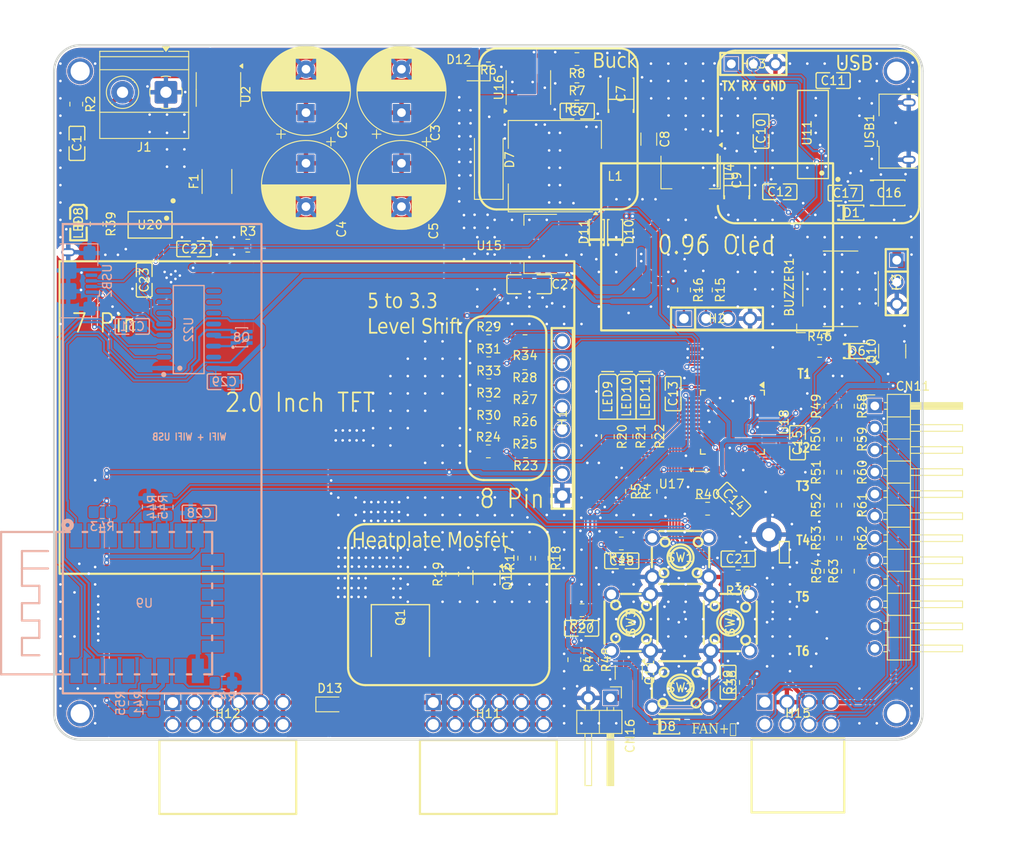
<source format=kicad_pcb>
(kicad_pcb (version 20241229) (generator "pcbnew") (generator_version "9.0")
  (title_block (comment 4 "AISLER Project ID: DIVYCHLL"))
  (layers (0 "F.Cu" signal "Top Layer") (2 "B.Cu" signal "Bottom Layer") (13 "F.Paste" user "Top Paste Mask Layer") (15 "B.Paste" user "Bottom Paste Mask Layer") (5 "F.SilkS" user "Top Silkscreen Layer") (7 "B.SilkS" user "Bottom Silkscreen Layer") (1 "F.Mask" user "Top Solder Mask Layer") (3 "B.Mask" user "Bottom Solder Mask Layer") (25 "Edge.Cuts" user "Multi-Layer"))
  (net 0 "")
  (net 1 "GND")
  (net 2 "+5V")
  (net 3 "7.5V")
  (net 4 "VCC-DIV")
  (net 5 "SCK")
  (net 6 "TFT_CS_OUT")
  (net 7 "TFT_DC_OUT")
  (net 8 "BL")
  (net 9 "TFT_RST_OUT")
  (net 10 "GATE")
  (net 11 "LED_G")
  (net 12 "LED_R")
  (net 13 "LED_Y")
  (net 14 "SWD_UP")
  (net 15 "SWD_DN")
  (net 16 "SWD_LEFT")
  (net 17 "SWD_RIGHT")
  (net 18 "TDATA_A")
  (net 19 "TDATA_D")
  (net 20 "THERMISTOR6")
  (net 21 "THERMISTOR5")
  (net 22 "THERMISTOR4")
  (net 23 "THERMISTOR3")
  (net 24 "THERMISTOR2")
  (net 25 "THERMISTOR1")
  (net 26 "RST")
  (net 27 "UPDI")
  (net 28 "RXD")
  (net 29 "TXD")
  (net 30 "I2C_SDA")
  (net 31 "I2C_SCL")
  (net 32 "MOSI")
  (net 33 "DTRUSB")
  (net 34 "D+")
  (net 35 "D-")
  (net 36 "3.3V")
  (net 37 "LCD_SCK_OUT")
  (net 38 "LCD_SI_OUT")
  (net 39 "LCD_LED")
  (net 40 "HEATPLATE2")
  (net 41 "VUSB")
  (net 42 "VIN")
  (net 43 "VCC")
  (net 44 "CURRENT_IN")
  (net 45 "CURRENT_OUT")
  (net 46 "CURRENT_READ")
  (net 47 "2.5REF")
  (net 48 "MEGA_TX")
  (net 49 "MEGA_RX")
  (net 50 "IO15")
  (net 51 "RXD3.3")
  (net 52 "E_RESET")
  (net 53 "E_TX")
  (net 54 "E_RX")
  (net 55 "ESP_BOOT")
  (net 56 "ESP_DTR")
  (net 57 "ESP_RTS")
  (net 58 "D+_E")
  (net 59 "D-_E")
  (net 60 "3.3_VIN")
  (net 61 "VUSB_ESP")
  (net 62 "BUZZER")
  (net 63 "FAN_CTRL")
  (net 64 "/BUZZER_CTRL")
  (net 67 "Net-(C1-Pad1)")
  (net 68 "Net-(U2-G)")
  (net 69 "Net-(U16-TC)")
  (net 70 "Net-(U11-V3)")
  (net 71 "Net-(U20-FILTER)")
  (net 72 "Net-(U22-V3)")
  (net 73 "/FANOUT")
  (net 74 "Net-(D7-K)")
  (net 75 "Net-(LED8-A)")
  (net 76 "Net-(LED9-+)")
  (net 77 "Net-(LED10-+)")
  (net 78 "Net-(LED11-+)")
  (net 79 "Net-(Q1-G)")
  (net 80 "Net-(Q11-G)")
  (net 81 "Net-(Q12-B)")
  (net 82 "Net-(U16-IPK)")
  (net 83 "Net-(U16-CII)")
  (net 84 "Net-(U9-IO2)")
  (net 85 "/ESP_ENABLE")
  (net 122 "Net-(R57-Pad2)")
  (net 123 "Net-(R49-Pad2)")
  (net 124 "Net-(R51-Pad2)")
  (net 125 "Net-(R52-Pad2)")
  (net 126 "Net-(R53-Pad2)")
  (net 127 "Net-(R54-Pad2)")
  (net 128 "TFT_DC")
  (net 129 "TFT_CS")
  (net 130 "TFT_RST")
  (footprint "Resistor_SMD:R_0805_2012Metric_Pad1.20x1.40mm_HandSolder" (layer "F.Cu") (at 189.4 123 90)
    (property "Reference" "R52")
    (property "Value" "470 0805")
  )
  (footprint "Resistor_SMD:R_0805_2012Metric_Pad1.20x1.40mm_HandSolder" (layer "F.Cu") (at 156.1495 129.109 -90)
    (property "Reference" "R18")
    (property "Value" "10K 0805")
  )
  (footprint "V1.4-Wifi:Pad_e6" (layer "F.Cu") (at 197 147)
    (property "Reference" "")
    (property "Value" "")
  )
  (footprint "Resistor_SMD:R_0805_2012Metric_Pad1.20x1.40mm_HandSolder" (layer "F.Cu") (at 160.2 73.6 180)
    (property "Reference" "R7")
    (property "Value" "10K 0805")
  )
  (footprint "Resistor_SMD:R_0805_2012Metric_Pad1.20x1.40mm_HandSolder" (layer "F.Cu") (at 191.4 123 -90)
    (property "Reference" "R61")
    (property "Value" "100R 0805")
  )
  (footprint "Resistor_SMD:R_0805_2012Metric_Pad1.20x1.40mm_HandSolder" (layer "F.Cu") (at 179.657 143.4165 90)
    (property "Reference" "R36")
    (property "Value" "10K 0805")
  )
  (footprint "V1.4-Wifi:Pad_e3" (layer "F.Cu") (at 103 73)
    (property "Reference" "")
    (property "Value" "")
  )
  (footprint "Resistor_SMD:R_0805_2012Metric_Pad1.20x1.40mm_HandSolder" (layer "F.Cu") (at 188.149049 105.218183)
    (property "Reference" "R46")
    (property "Value" "10K 0805")
  )
  (footprint "Resistor_SMD:R_0805_2012Metric_Pad1.20x1.40mm_HandSolder" (layer "F.Cu") (at 172.533 98.2 -90)
    (property "Reference" "R16")
    (property "Value" "4K7 0805")
  )
  (footprint "V1.4-Wifi-easyedapro:HDR-TH_3P-P2.54-V-F" (layer "F.Cu") (at 197.028 97.305 -90)
    (property "Reference" "H3")
    (property "Value" "Female 1x03 P2.54 vertical tall")
  )
  (footprint "Resistor_SMD:R_0805_2012Metric_Pad1.20x1.40mm_HandSolder" (layer "F.Cu") (at 178.772 131.214 180)
    (property "Reference" "R38")
    (property "Value" "10K 0805")
  )
  (footprint "Capacitor_SMD:C_1206_3216Metric_Pad1.33x1.80mm_HandSolder" (layer "F.Cu") (at 168.475 80.825 -90)
    (property "Reference" "C8")
    (property "Value" "22uF 1206")
  )
  (footprint "V1.4-Wifi-easyedapro:CAP-SMD_L3.5-W2.8-R-RD" (layer "F.Cu") (at 196.139 87.018 180)
    (property "Reference" "C16")
    (property "Value" "100uF")
  )
  (footprint "Capacitor_THT:CP_Radial_D10.0mm_P5.00mm" (layer "F.Cu") (at 140 77.767677 90)
    (property "Reference" "C3")
    (property "Value" "680uF")
  )
  (footprint "Resistor_SMD:R_0805_2012Metric_Pad1.20x1.40mm_HandSolder" (layer "F.Cu") (at 165.9055 115.0655 -90)
    (property "Reference" "R21")
    (property "Value" "100R 0805")
  )
  (footprint "V1.4-Wifi-easyedapro:LED1206-RD" (layer "F.Cu") (at 168.072 110.513 -90)
    (property "Reference" "LED11")
    (property "Value" "Green")
  )
  (footprint "V1.4-Wifi-easyedapro:LED1206-RD" (layer "F.Cu") (at 163.754 110.513 -90)
    (property "Reference" "LED9")
    (property "Value" "Yellow")
  )
  (footprint "V1.4-Wifi-easyedapro:LED0805-RD_GREEN" (layer "F.Cu") (at 102.8 90.5 -90)
    (property "Reference" "LED8")
    (property "Value" "Green")
  )
  (footprint "V1.4-Wifi-easyedapro:HDR-TH_12P-P2.54-H-F-R2-C6-S2.54-W10.2" (layer "F.Cu") (at 120 147)
    (property "Reference" "H12")
    (property "Value" "A2541HWR-2x6P")
  )
  (footprint "Resistor_SMD:R_0805_2012Metric_Pad1.20x1.40mm_HandSolder" (layer "F.Cu") (at 154.2 114.3 180)
    (property "Reference" "R25")
    (property "Value" "4K7 0805")
  )
  (footprint "V1.4-Wifi-easyedapro:LED1206-RD" (layer "F.Cu") (at 165.913 110.513 -90)
    (property "Reference" "LED10")
    (property "Value" "Red")
  )
  (footprint "V1.4-Wifi-easyedapro:C0805" (layer "F.Cu") (at 160.734 137.183 180)
    (property "Reference" "C20")
    (property "Value" "100nF 0805")
  )
  (footprint "Resistor_SMD:R_0805_2012Metric_Pad1.20x1.40mm_HandSolder" (layer "F.Cu") (at 102.552 76.7905 -90)
    (property "Reference" "R2")
    (property "Value" "10K 0805")
  )
  (footprint "Resistor_SMD:R_0805_2012Metric_Pad1.20x1.40mm_HandSolder" (layer "F.Cu") (at 150.05 106.65)
    (property "Reference" "R31")
    (property "Value" "10K 0805")
  )
  (footprint "V1.4-Wifi-easyedapro:SOIC-8_L4.9-W3.9-P1.27-LS6.0-BL" (layer "F.Cu") (at 111.049 90.701 180)
    (property "Reference" "U20")
    (property "Value" "ACS712ELCTR-20A-T")
  )
  (footprint "V1.4-Wifi:Pad_e5" (layer "F.Cu") (at 197 73)
    (property "Reference" "")
    (property "Value" "")
  )
  (footprint "Resistor_SMD:R_0805_2012Metric_Pad1.20x1.40mm_HandSolder" (layer "F.Cu") (at 191.4 126.8 -90)
    (property "Reference" "R62")
    (property "Value" "100R 0805")
  )
  (footprint "Capacitor_THT:CP_Radial_D10.0mm_P5.00mm" (layer "F.Cu") (at 129 83.6 -90)
    (property "Reference" "C4")
    (property "Value" "680uF")
  )
  (footprint "Resistor_SMD:R_0805_2012Metric_Pad1.20x1.40mm_HandSolder" (layer "F.Cu") (at 175.05 98.2 -90)
    (property "Reference" "R15")
    (property "Value" "4K7 0805")
  )
  (footprint "TerminalBlock_Phoenix:TerminalBlock_Phoenix_MKDS-1,5-2_1x02_P5.00mm_Horizontal" (layer "F.Cu") (at 112.875 75.425 180)
    (property "Reference" "J1")
    (property "Value" "Screw_Terminal_01x02")
  )
  (footprint "Resistor_SMD:R_0805_2012Metric_Pad1.20x1.40mm_HandSolder" (layer "F.Cu") (at 189.4 115.4 -90)
    (property "Reference" "R50")
    (property "Value" "10K 0805")
  )
  (footprint "Resistor_SMD:R_0805_2012Metric_Pad1.20x1.40mm_HandSolder" (layer "F.Cu") (at 159.898 140.8015 -90)
    (property "Reference" "R47")
    (property "Value" "100R 0805")
  )
  (footprint "V1.4-Wifi-easyedapro:SOD-123_L2.8-W1.8-LS3.7-RD" (layer "F.Cu") (at 191.821 89.304)
    (property "Reference" "D1")
    (property "Value" "B0520LW-7-F")
  )
  (footprint "Diode_SMD:D_SMA_Handsoldering" (layer "F.Cu") (at 150.05 83.25 90)
    (property "Reference" "D7")
    (property "Value" "SK34SMA-3G")
  )
  (footprint "V1.4-Wifi-easyedapro:C0805" (layer "F.Cu") (at 191.0965 87.038 180)
    (property "Reference" "C17")
    (property "Value" "100nF 0805")
  )
  (footprint "Connector_PinHeader_2.54mm:PinHeader_1x12_P2.54mm_Horizontal" (layer "F.Cu") (at 194.5 111.56)
    (property "Reference" "CN11")
    (property "Value" "Pinheader 1x12 P2.54 Horizontal")
  )
  (footprint "V1.4-Wifi-easyedapro:C0805" (layer "F.Cu") (at 102.63 81.31 90)
    (property "Reference" "C1")
    (property "Value" "10uF 0805")
  )
  (footprint "V1.4-Wifi-easyedapro:C0805" (layer "F.Cu") (at 116.095 93.468 180)
    (property "Reference" "C22")
    (property "Value" "100nF 0805")
  )
  (footprint "Capacitor_THT:CP_Radial_D10.0mm_P5.00mm" (layer "F.Cu") (at 140 83.6 -90)
    (property "Reference" "C5")
    (property "Value" "680uF")
  )
  (footprint "Resistor_SMD:R_0805_2012Metric_Pad1.20x1.40mm_HandSolder" (layer "F.Cu") (at 175.2455 123.4)
    (property "Reference" "R40")
    (property "Value" "750R 0805")
  )
  (footprint "V1.4-Wifi-easyedapro:C0805" (layer "F.Cu") (at 185.6 115.8 -90)
    (property "Reference" "C15")
    (property "Value" "100nF 0805")
  )
  (footprint "Resistor_SMD:R_0805_2012Metric_Pad1.20x1.40mm_HandSolder" (layer "F.Cu") (at 160.2 71.6 180)
    (property "Reference" "R8")
    (property "Value" "2K2 0805")
  )
  (footprint "V1.4-Wifi:Pad_e8" (layer "F.Cu") (at 103 147)
    (property "Reference" "")
    (property "Value" "")
  )
  (footprint "Resistor_SMD:R_0805_2012Metric_Pad1.20x1.40mm_HandSolder" (layer "F.Cu") (at 191.4 115.4 -90)
    (property "Reference" "R59")
    (property "Value" "1K 0805")
  )
  (footprint "Capacitor_THT:CP_Radial_D10.0mm_P5.00mm" (layer "F.Cu") (at 129 77.767677 90)
    (property "Reference" "C2")
    (property "Value" "680uF")
  )
  (footprint "V1.4-Wifi-easyedapro:SOD-123_L2.8-W1.8-LS3.7-RD" (layer "F.Cu") (at 170.612 148.486)
    (property "Reference" "D8")
    (property "Value" "B0520LW-7-F")
  )
  (footprint "V1.4-Wifi-easyedapro:HDR-TH_3P-P2.54-V-F" (layer "F.Cu") (at 180.518 72.159)
    (property "Reference" "H13")
    (property "Value" "Female 1x03 P2.54 vertical tall")
  )
  (footprint "Resistor_SMD:R_0805_2012Metric_Pad1.20x1.40mm_HandSolder" (layer "F.Cu") (at 154.2 106.65 180)
    (property "Reference" "R28")
    (property "Value" "4K7 0805")
  )
  (footprint "Resistor_SMD:R_0805_2012Metric_Pad1.20x1.40mm_HandSolder" (layer "F.Cu") (at 191.4 119.2 -90)
    (property "Reference" "R60")
    (property "Value" "300R 0805")
  )
  (footprint "Resistor_SMD:R_0805_2012Metric_Pad1.20x1.40mm_HandSolder" (layer "F.Cu") (at 150 71.2 180)
    (property "Reference" "R6")
    (property "Value" "0.33 0805")
  )
  (footprint "V1.4-Wifi-easyedapro:SOD-123_L2.8-W1.8-LS3.7-RD" (layer "F.Cu") (at 164.6 91.5 90)
    (property "Reference" "D10")
    (property "Value" "B0520LW-7-F")
  )
  (footprint "Package_TO_SOT_SMD:SOT-223" (layer "F.Cu") (at 156.007 92.9 180)
    (property "Reference" "U15")
    (property "Value" "LD1117S33CTR")
  )
  (footprint "V1.4-Wifi-easyedapro:C0805" (layer "F.Cu") (at 183.566 86.891)
    (property "Reference" "C12")
    (property "Value" "100nF 0805")
  )
  (footprint "Resistor_SMD:R_0805_2012Metric_Pad1.20x1.40mm_HandSolder" (layer "F.Cu") (at 154.225 104.1 180)
    (property "Reference" "R34")
    (property "Value" "4K7 0805")
  )
  (footprint "Resistor_SMD:R_0805_2012Metric_Pad1.20x1.40mm_HandSolder" (layer "F.Cu") (at 160.2 75.6 180)
    (property "Reference" "R57")
    (property "Value" "1K 0805")
  )
  (footprint "V1.4-Wifi-easyedapro:C0805" (layer "F.Cu") (at 177.605 143.4095 90)
    (property "Reference" "C19")
    (property "Value" "100nF 0805")
  )
  (footprint "Resistor_SMD:R_0805_2012Metric_Pad1.20x1.40mm_HandSolder" (layer "F.Cu") (at 150.05 114.3)
    (property "Reference" "R30")
    (property "Value" "10K 0805")
  )
  (footprint "V1.4-Wifi-easyedapro:C0805" (layer "F.Cu") (at 178.768 129.182 180)
    (property "Reference" "C21")
    (property "Value" "100nF 0805")
  )
  (footprint "V1.4-Wifi-easyedapro:C0805" (layer "F.Cu") (at 181.407 79.906 90)
    (property "Reference" "C10")
    (property "Value" "100nF 0805")
  )
  (footprint "Resistor_SMD:R_0805_2012Metric_Pad1.20x1.40mm_HandSolder" (layer "F.Cu") (at 154.225 109.175 180)
    (property "Reference" "R27")
    (property "Value" "4K7 0805")
  )
  (footprint "Resistor_SMD:R_0805_2012Metric_Pad1.20x1.40mm_HandSolder" (layer "F.Cu") (at 191.4 130.6 90)
    (property "Reference" "R63")
    (property "Value" "1K 0805")
  )
  (footprint "Resistor_SMD:R_0805_2012Metric_Pad1.20x1.40mm_HandSolder" (layer "F.Cu") (at 150.05 109.175)
    (property "Reference" "R33")
    (property "Value" "10K 0805")
  )
  (footprint "Package_TO_SOT_SMD:SOT-23-3" (layer "F.Cu") (at 196.5 105.25 90)
    (property "Reference" "Q10")
    (property "Value" "PJA3404A")
  )
  (footprint "Fuse:Fuse_1812_4532Metric" (layer "F.Cu") (at 118.75 85.7 90)
    (property "Reference" "F1")
    (property "Value" "1812L050/30PR")
  )
  (footprint "Resistor_SMD:R_0805_2012Metric_Pad1.20x1.40mm_HandSolder" (layer "F.Cu") (at 145.836 130.95 90)
    (property "Reference" "R19")
    (property "Value" "4K7 0805")
  )
  (footprint "V1.4-Wifi-easyedapro:CAP-SMD_L3.5-W2.8-R-RD" (layer "F.Cu") (at 165.278 75.6 -90)
    (property "Reference" "C7")
    (property "Value" "100uF")
  )
  (footprint "Resistor_SMD:R_0805_2012Metric_Pad1.20x1.40mm_HandSolder" (layer "F.Cu") (at 168.0825 115.0655 -90)
    (property "Reference" "R22")
    (property "Value" "750R 0805")
  )
  (footprint "Package_SO:SOIC-8_3.9x4.9mm_P1.27mm" (layer "F.Cu") (at 118.923 75.1 -90)
    (property "Reference" "U2")
    (property "Value" "DMPH4015SSSQ-13")
  )
  (footprint "V1.4-Wifi-easyedapro:KEY-TH_4P-L6.0-W6.0-P4.50-LS6.5" (layer "F.Cu") (at 172.129 129.021 180)
    (property "Reference" "SW1")
    (property "Value" "K2-1102DP-G3SW-04")
  )
  (footprint "V1.4-Wifi-easyedapro:KEY-TH_4P-L6.0-W6.0-P4.50-LS6.5" (layer "F.Cu") (at 177.851 136.521 90)
    (property "Reference" "SW4")
    (property "Value" "K2-1102DP-G3SW-04")
  )
  (footprint "Buzzer_Beeper:MagneticBuzzer_CUI_CMT-8504-100-SMT" (layer "F.Cu") (at 190.551 98.067 90)
    (property "Reference" "BUZZER1")
    (property "Value" "2700Hz")
  )
  (footprint "Resistor_SMD:R_0805_2012Metric_Pad1.20x1.40mm_HandSolder" (layer "F.Cu") (at 150.05 111.725)
    (property "Reference" "R32")
    (property "Value" "10K 0805")
  )
  (footprint "Resistor_SMD:R_0805_2012Metric_Pad1.20x1.40mm_HandSolder" (layer "F.Cu") (at 160.7905 135.104 180)
    (property "Reference" "R37")
    (property "Value" "10K 0805")
  )
  (footprint "V1.4-Wifi-easyedapro:SOP-16_L10.0-W3.9-P1.27-LS6.0-BL" (layer "F.Cu") (at 187.376 80.287 90)
    (property "Reference" "U11")
    (property "Value" "CH340C")
  )
  (footprint "V1.4-Wifi-easyedapro:C0805" (layer "F.Cu") (at 189.7 74.0775)
    (property "Reference" "C11")
    (property "Value" "100nF 0805")
  )
  (footprint "Resistor_SMD:R_0805_2012Metric_Pad1.20x1.40mm_HandSolder" (layer "F.Cu") (at 189.4 130.6 -90)
    (property "Reference" "R54")
    (property "Value" "4K7 0805")
  )
  (footprint "Connector_PinHeader_2.54mm:PinHeader_1x02_P2.54mm_Horizontal" (layer "F.Cu") (at 164.05 145.2 -90)
    (property "Reference" "CN16")
    (property "Value" "Pinheader 1x02 P2.54 Horizontal")
  )
  (footprint "Resistor_SMD:R_0805_2012Metric_Pad1.20x1.40mm_HandSolder" (layer "F.Cu") (at 104.9 90.6 -90)
    (property "Reference" "R39")
    (property "Value" "750 0805")
  )
  (footprint "V1.4-Wifi-easyedapro:C1206" (layer "F.Cu") (at 154.7035 97.5455)
    (property "Reference" "C27")
    (property "Value" "100uF")
  )
  (footprint "Resistor_SMD:R_0805_2012Metric_Pad1.20x1.40mm_HandSolder" (layer "F.Cu") (at 166.55 121.4 -90)
    (property "Reference" "R4")
    (property "Value" "4K7 0805")
  )
  (footprint "V1.4-Wifi-easyedapro:C0805" (layer "F.Cu") (at 160.237 77.6)
    (property "Reference" "C6")
    (property "Value" "220pF 0805")
  )
  (footprint "V1.4-Wifi-easyedapro:HDR-TH_8P-P2.54-V-F-1" (layer "F.Cu") (at 158.5115 113 90)
    (property "Reference" "H1")
    (property "Value" "Female 1x08 P2.54 vertical tall")
  )
  (footprint "Package_QFP:TQFP-48-1EP_7x7mm_P0.5mm_EP3.5x3.5mm" (layer "F.Cu") (at 178.105 113.434 -90)
    (property "Reference" "U18")
    (property "Value" "ATMEGA4809-AFR")
  )
  (footprint "V1.4-Wifi-easyedapro:C0805" (layer "F.Cu") (at 171.2765 110.1485 90)
    (property "Reference" "C13")
    (property "Value" "100nF 0805")
  )
  (footprint "V1.4-Wifi-easyedapro:KEY-TH_4P-L6.0-W6.0-P4.50-LS6.5" (layer "F.Cu") (at 172.129 144.021)
    (property "Reference" "SW2")
    (property "Value" "K2-1102DP-G3SW-04")
  )
  (footprint "Resistor_SMD:R_0805_2012Metric_Pad1.20x1.40mm_HandSolder" (layer "F.Cu") (at 189.4 119.2 90)
    (property "Reference" "R51")
    (property "Value" "2K2 0805")
  )
  (footprint "V1.4-Wifi:Pad_e7339" (layer "F.Cu") (at 182.296 126.388)
    (property "Reference" "")
    (property "Value" "")
  )
  (footprint "Package_SO:SOIC-8_3.9x4.9mm_P1.27mm" (layer "F.Cu") (at 154.611 74.877 90)
    (property "Reference" "U16")
    (property "Value" "MC34063ECD-TR")
  )
  (footprint "V1.4-Wifi-easyedapro:KEY-TH_4P-L6.0-W6.0-P4.50-LS6.5" (layer "F.Cu") (at 166.421 136.521 -90)
    (property "Reference" "SW3")
    (property "Value" "K2-1102DP-G3SW-04")
  )
  (footprint "Resistor_SMD:R_0805_2012Metric_Pad1.20x1.40mm_HandSolder" (layer "F.Cu") (at 154.225 111.725 180)
    (property "Reference" "R26")
    (property "Value" "4K7 0805")
  )
  (footprint "Resistor_SMD:R_0805_2012Metric_Pad1.20x1.40mm_HandSolder" (layer "F.Cu") (at 154.1355 129.1025 90)
    (property "Reference" "R17")
    (property "Value" "1K 0805")
  )
  (footprint "V1.4-Wifi-easyedapro:HDR-TH_4P-P2.54-V-F" (layer "F.Cu") (at 176.327 101.496)
    (property "Reference" "H2")
    (property "Value" "Female 1x04 P2.54 vertical tall")
  )
  (footprint "Resistor_SMD:R_0805_2012Metric_Pad1.20x1.40mm_HandSolder" (layer "F.Cu") (at 163.757 115.101 -90)
    (property "Reference" "R20")
    (property "Value" "150R 0805")
  )
  (footprint "Package_TO_SOT_SMD:SOT-23-3" (layer "F.Cu") (at 166.167 142.263 -90)
    (property "Reference" "Q11")
    (property "Value" "PJA3404A")
  )
  (footprint "Connector_USB:USB_Micro-B_Amphenol_10118193-0001LF_Horizontal" (layer "F.Cu") (at 198.4 79.9 90)
    (property "Reference" "USB1")
    (property "Value" "10118193-0001LF")
  )
  (footprint "Resistor_SMD:R_0805_2012Metric_Pad1.20x1.40mm_HandSolder" (layer "F.Cu") (at 161.94 140.7955 -90)
    (property "Reference" "R48")
    (property "Value" "10K 0805")
  )
  (footprint "Inductor_SMD:L_Coilcraft_MSS1048-XXX" (layer "F.Cu") (at 157.658 83.935 180)
    (property "Reference" "L1")
    (property "Value" "100uH")
  )
  (footprint "Diode_SMD:D_SOD-323F" (layer "F.Cu") (at 148.6 73.25 180)
    (property "Reference" "D12")
    (property "Value" "B5819WSL-TP")
  )
  (footprint "V1.4-Wifi-easyedapro:C0805" (layer "F.Cu") (at 165.3585 129.4115 180)
    (property "Reference" "C18")
    (property "Value" "100nF 0805")
  )
  (footprint "Resistor_SMD:R_0805_2012Metric_Pad1.20x1.40mm_HandSolder" (layer "F.Cu") (at 189.4 126.8 90)
    (property "Reference" "R53")
    (property "Value" "470 0805")
  )
  (footprint "Resistor_SMD:R_0805_2012Metric_Pad1.20x1.40mm_HandSolder" (layer "F.Cu") (at 191.4 111.6 -90)
    (property "Reference" "R58")
    (property "Value" "300R 0805")
  )
  (footprint "Resistor_SMD:R_0805_2012Metric_Pad1.20x1.40mm_HandSolder" (layer "F.Cu") (at 154.3 116.8 180)
    (property "Reference" "R23")
    (property "Value" "4K7 0805")
  )
  (footprint "V1.4-Wifi-easyedapro:CAP-SMD_L3.5-W2.8-R-RD" (layer "F.Cu") (at 178.597 85.5455 -90)
    (property "Reference" "C9")
    (property "Value" "100uF")
  )
  (footprint "V1.4-Wifi-easyedapro:HDR-TH_8P-P2.54-H-F-R2-C4-S2.54-W10.2" (layer "F.Cu") (at 185.645 146.961)
    (property "Reference" "H15")
    (property "Value" "A2541HWR-2x4P")
  )
  (footprint "V1.4-Wifi-easyedapro:TO-252-2_L6.6-W6.1-P4.57-LS9.9-TL-CW" (layer "F.Cu") (at 139.878 135.913 -90)
    (property "Reference" "Q1")
    (property "Value" "AOD4184A")
  )
  (footprint "Diode_SMD:D_SOD-323F" (layer "F.Cu") (at 131.75 145.946)
    (property "Reference" "D13")
    (property "Value" "B5819WSL-TP")
  )
  (footprint "Resistor_SMD:R_0805_2012Metric_Pad1.20x1.40mm_HandSolder" (layer "F.Cu") (at 122.3 93.1)
    (property "Reference" "R3")
    (property "Value" "100K 0805")
  )
  (footprint "V1.4-Wifi-easyedapro:C0805" (layer "F.Cu") (at 178.232 122.324 -45)
    (property "Reference" "C14")
    (property "Value" "100nF 0805")
  )
  (footprint "V1.4-Wifi-easyedapro:HDR-TH_12P-P2.54-H-F-R2-C6-S2.54-W10.2" (layer "F.Cu") (at 150 147)
    (property "Reference" "H11")
    (property "Value" "A2541HWR-2x6P")
  )
  (footprint "Resistor_SMD:R_0805_2012Metric_Pad1.20x1.40mm_HandSolder" (layer "F.Cu") (at 150 116.8)
    (property "Reference" "R24")
    (property "Value" "10K 0805")
  )
  (footprint "Package_TO_SOT_SMD:SOT-23-3" (layer "F.Cu") (at 149.784 131.341 -90)
    (property "Reference" "Q12")
    (property "Value" "BC816-16VL")
  )
  (footprint "V1.4-Wifi-easyedapro:SOD-123_L2.8-W1.8-LS3.7-RD" (layer "F.Cu") (at 192.474549 105.235183)
    (property "Reference" "D6")
    (property "Value" "B0520LW-7-F")
  )
  (footprint "Package_TO_SOT_SMD:SOT-23-3" (layer "F.Cu") (at 174.676 120.673)
    (property "Reference" "U17")
    (property "Value" "LM4040DIM3-2.5+T")
  )
  (footprint "V1.4-Wifi-easyedapro:SOD-123_L2.8-W1.8-LS3.7-RD" (layer "F.Cu") (at 162.484 91.5 90)
    (property "Reference" "D11")
    (property "Value" "B0520LW-7-F")
  )
  (footprint "Package_TO_SOT_SMD:SOT-223" (layer "F.Cu") (at 173.286 84.63 -90)
    (property "Reference" "U4")
    (property "Value" "LDI1117-05H")
  )
  (footprint "V1.4-Wifi-easyedapro:C0805" (layer "F.Cu") (at 110.3735 97.049 -90)
    (property "Reference" "C23")
    (property "Value" "1nF 0805")
  )
  (footprint "Resistor_SMD:R_0805_2012Metric_Pad1.20x1.40mm_HandSolder" (layer "F.Cu") (at 189.4 111.6 90)
    (property "Reference" "R49")
    (property "Value" "2K2 0805")
  )
  (footprint "Resistor_SMD:R_0805_2012Metric_Pad1.20x1.40mm_HandSolder" (layer "F.Cu") (at 168.675 121.4 90)
    (property "Reference" "R5")
    (property "Value" "1K 0805")
  )
  (footprint "Resistor_SMD:R_0805_2012Metric_Pad1.20x1.40mm_HandSolder" (layer "F.Cu") (at 165.31 127.404 180)
    (property "Reference" "R35")
    (property "Value" "10K 0805")
  )
  (footprint "Resistor_SMD:R_0805_2012Metric_Pad1.20x1.40mm_HandSolder" (layer "F.Cu") (at 150.05 104.1)
    (property "Reference" "R29")
    (property "Value" "10K 0805")
  )
  (footprint "V1.4-Wifi-easyedapro:C0805" (layer "B.Cu") (at 109.003 102.399 180)
    (property "Reference" "C31")
    (property "Value" "100nF 0805")
  )
  (footprint "Resistor_SMD:R_0805_2012Metric_Pad1.20x1.40mm_HandSolder" (layer "B.Cu") (at 111.43 145.8 -90)
    (property "Reference" "R41")
    (property "Value" "10K 0805")
  )
  (footprint "V1.4-Wifi-easyedapro:SOT-363_L2.0-W1.3-P0.65-LS2.1-TL" (layer "B.Cu") (at 121.59 103.655)
    (property "Reference" "Q8")
    (property "Value" "UMH3NTN")
  )
  (footprint "V1.4-Wifi-easyedapro:C0805" (layer "B.Cu") (at 119.6 108.775 180)
    (property "Reference" "C29")
    (property "Value" "100nF 0805")
  )
  (footprint "V1.4-Wifi-easyedapro:SOP-16_L10.0-W3.9-P1.27-LS6.0-BL" (layer "B.Cu") (at 115.494 102.766 90)
    (property "Reference" "U22")
    (property "Value" "CH340C")
  )
  (footprint "V1.4-Wifi-easyedapro:C0805" (layer "B.Cu") (at 116.725 123.9 180)
    (property "Reference" "C28")
    (property "Value" "100nF 0805")
  )
  (footprint "Resistor_SMD:R_0805_2012Metric_Pad1.20x1.40mm_HandSolder" (layer "B.Cu") (at 105.55 123.8)
    (property "Reference" "R43")
    (property "Value" "10K 0805")
  )
  (footprint "Resistor_SMD:R_0805_2012Metric_Pad1.20x1.40mm_HandSolder" (layer "B.Cu") (at 109.3 145.8 -90)
    (property "Reference" "R55")
    (property "Value" "10K 0805")
  )
  (footprint "Resistor_SMD:R_0805_2012Metric_Pad1.20x1.40mm_HandSolder" (layer "B.Cu") (at 119.5 143.45)
    (property "Reference" "R42")
    (property "Value" "10K 0805")
  )
  (footprint "Resistor_SMD:R_0805_2012Metric_Pad1.20x1.40mm_HandSolder" (layer "B.Cu") (at 112.954 123.213 -90)
    (property "Reference" "R44")
    (property "Value" "2K2 0805")
  )
  (footprint "V1.4-Wifi-easyedapro:WIFIM-SMD_22P-L24.0-W16.0-P2.00" (layer "B.Cu") (at 110.397 134.285 180)
    (property "Reference" "U9")
    (property "Value" "WT8266-S5ESP-12F")
  )
  (footprint "Resistor_SMD:R_0805_2012Metric_Pad1.20x1.40mm_HandSolder" (layer "B.Cu") (at 110.9 123.2 90)
    (property "Reference" "R45")
    (property "Value" "3K3 0805")
  )
  (footprint "Connector_USB:USB_Micro-B_Amphenol_10118193-0001LF_Horizontal" (layer "B.Cu") (at 101.625 97.15 90)
    (property "Reference" "USB2")
    (property "Value" "10118193-0001LF")
  )
  (gr_line (start 135.8515 125.1855) (end 155.029 125.1855) (stroke (width 0.254)) (layer "F.SilkS"))
  (gr_line (start 135.8515 143.7275) (end 155.029 143.7275) (stroke (width 0.254)) (layer "F.SilkS"))
  (gr_arc (start 135.8515 143.7275) (mid 134.437286 143.141714) (end 133.8515 141.7275) (stroke (width 0.254)) (layer "F.SilkS"))
  (gr_rect (start 100.635 94.892) (end 159.9 130.9) (stroke (width 0.254)) (fill no) (layer "F.SilkS"))
  (gr_arc (start 157.029 141.7275) (mid 156.443214 143.141714) (end 155.029 143.7275) (stroke (width 0.254)) (layer "F.SilkS"))
  (gr_line (start 148.9585 72.381) (end 148.9585 86.923) (stroke (width 0.254)) (layer "F.SilkS"))
  (gr_rect (start 162.992 83.609) (end 189.692 102.859) (stroke (width 0.254)) (fill no) (layer "F.SilkS"))
  (gr_line (start 133.8515 127.1855) (end 133.8515 141.7275) (stroke (width 0.254)) (layer "F.SilkS"))
  (gr_line (start 156.674 103.218567) (end 156.674 118.014567) (stroke (width 0.254)) (layer "F.SilkS"))
  (gr_arc (start 147.4665 103.218567) (mid 148.052286 101.804353) (end 149.4665 101.218567) (stroke (width 0.254)) (layer "F.SilkS"))
  (gr_line (start 178.4315 70.635) (end 197.613 70.635) (stroke (width 0.254)) (layer "F.SilkS"))
  (gr_arc (start 197.613 70.635) (mid 199.027214 71.220786) (end 199.613 72.635) (stroke (width 0.254)) (layer "F.SilkS"))
  (gr_line (start 147.4665 103.218567) (end 147.4665 118.014567) (stroke (width 0.254)) (layer "F.SilkS"))
  (gr_line (start 149.4665 120.1) (end 154.6735 120.1) (stroke (width 0.254)) (layer "F.SilkS"))
  (gr_line (start 150.9585 88.923) (end 165.183 88.923) (stroke (width 0.254)) (layer "F.SilkS"))
  (gr_arc (start 199.613 88.514) (mid 199.027214 89.928214) (end 197.613 90.514) (stroke (width 0.254)) (layer "F.SilkS"))
  (gr_line (start 149.4665 101.218567) (end 154.6735 101.218567) (stroke (width 0.254)) (layer "F.SilkS"))
  (gr_line (start 167.183 72.381) (end 167.183 86.923) (stroke (width 0.254)) (layer "F.SilkS"))
  (gr_arc (start 150.9585 88.923) (mid 149.544286 88.337214) (end 148.9585 86.923) (stroke (width 0.254)) (layer "F.SilkS"))
  (gr_arc (start 176.4315 72.635) (mid 177.017286 71.220786) (end 178.4315 70.635) (stroke (width 0.254)) (layer "F.SilkS"))
  (gr_arc (start 167.183 86.923) (mid 166.597214 88.337214) (end 165.183 88.923) (stroke (width 0.254)) (layer "F.SilkS"))
  (gr_arc (start 156.674 118.1) (mid 156.088067 119.514567) (end 154.6735 120.1) (stroke (width 0.254)) (layer "F.SilkS"))
  (gr_line (start 150.9585 70.381) (end 165.183 70.381) (stroke (width 0.254)) (layer "F.SilkS"))
  (gr_arc (start 178.4315 90.514) (mid 177.017286 89.928214) (end 176.4315 88.514) (stroke (width 0.254)) (layer "F.SilkS"))
  (gr_line (start 176.4315 72.635) (end 176.4315 80.4) (stroke (width 0.254)) (layer "F.SilkS"))
  (gr_line (start 157.029 127.1855) (end 157.029 141.7275) (stroke (width 0.254)) (layer "F.SilkS"))
  (gr_line (start 199.613 72.635) (end 199.613 88.514) (stroke (width 0.254)) (layer "F.SilkS"))
  (gr_arc (start 154.6735 101.218567) (mid 156.087714 101.804353) (end 156.674 103.218567) (stroke (width 0.254)) (layer "F.SilkS"))
  (gr_arc (start 149.4665 120.1) (mid 148.052286 119.514214) (end 147.4665 118.1) (stroke (width 0.254)) (layer "F.SilkS"))
  (gr_arc (start 133.8515 127.1855) (mid 134.437286 125.771286) (end 135.8515 125.1855) (stroke (width 0.254)) (layer "F.SilkS"))
  (gr_line (start 176.4 82.6) (end 176.4 86.3) (stroke (width 0.254)) (layer "F.SilkS"))
  (gr_arc (start 148.9585 72.381) (mid 149.544286 70.966786) (end 150.9585 70.381) (stroke (width 0.254)) (layer "F.SilkS"))
  (gr_arc (start 155.029 125.1855) (mid 156.443214 125.771286) (end 157.029 127.1855) (stroke (width 0.254)) (layer "F.SilkS"))
  (gr_arc (start 165.183 70.381) (mid 166.597214 70.966786) (end 167.183 72.381) (stroke (width 0.254)) (layer "F.SilkS"))
  (gr_line (start 178.4315 90.514) (end 197.613 90.514) (stroke (width 0.254)) (layer "F.SilkS"))
  (gr_rect (start 101.004 90.6055) (end 123.876 144.676) (stroke (width 0.254)) (fill no) (layer "B.SilkS"))
  (gr_line (start 100 73) (end 100 147) (stroke (width 0.254)) (layer "Edge.Cuts"))
  (gr_line (start 103 150) (end 197 150) (stroke (width 0.254)) (layer "Edge.Cuts"))
  (gr_arc (start 200 147) (mid 199.12132 149.12132) (end 197 150) (stroke (width 0.254)) (layer "Edge.Cuts"))
  (gr_line (start 103 70) (end 197 70) (stroke (width 0.254)) (layer "Edge.Cuts"))
  (gr_arc (start 100 73) (mid 100.87868 70.87868) (end 103 70) (stroke (width 0.254)) (layer "Edge.Cuts"))
  (gr_arc (start 103 150) (mid 100.87868 149.12132) (end 100 147) (stroke (width 0.254)) (layer "Edge.Cuts"))
  (gr_arc (start 197 70) (mid 199.12132 70.87868) (end 200 73) (stroke (width 0.254)) (layer "Edge.Cuts"))
  (gr_line (start 200 73) (end 200 147) (stroke (width 0.254)) (layer "Edge.Cuts"))
  (gr_text "Buck" (at 162 72.9 0) (layer "F.SilkS") (effects (font (size 1.75 1.5) (thickness 0.254)) (justify left bottom)))
  (gr_text "T1" (at 185.471 108.481 0) (layer "F.SilkS") (effects (font (size 1.05 0.9) (thickness 0.203)) (justify left bottom)))
  (gr_text "USB" (at 190 73.2 0) (layer "F.SilkS") (effects (font (size 1.75 1.5) (thickness 0.254)) (justify left bottom)))
  (gr_text "5 to 3.3 \nLevel Shift" (at 136.068 103.528 0) (layer "F.SilkS") (effects (font (size 1.75 1.5) (thickness 0.254)) (justify left bottom)))
  (gr_text "7 Pin" (at 101.905 103.274 0) (layer "F.SilkS") (effects (font (size 2.1335 1.829) (thickness 0.203)) (justify left bottom)))
  (gr_text "8 Pin" (at 148.85 123.5 0) (layer "F.SilkS") (effects (font (size 2.1335 1.829) (thickness 0.203)) (justify left bottom)))
  (gr_text "T3" (at 185.2935 121.423 0) (layer "F.SilkS") (effects (font (size 1.05 0.9) (thickness 0.203)) (justify left bottom)))
  (gr_text "⏚" (at 183.312 129.563 0) (layer "F.SilkS") (effects (font (size 2.1335 1.829) (thickness 0.254)) (justify left bottom)))
  (gr_text "FAN+⏚\n" (at 173.406 149.502 0) (layer "F.SilkS") (effects (font (size 1.19 1.02) (thickness 0.254)) (justify left bottom)))
  (gr_text "T5" (at 185.2935 134.174 0) (layer "F.SilkS") (effects (font (size 1.05 0.9) (thickness 0.203)) (justify left bottom)))
  (gr_text "Heatplate Mosfet" (at 134.29 128.166 0) (layer "F.SilkS") (effects (font (size 1.75 1.5) (thickness 0.254)) (justify left bottom)))
  (gr_text "TX RX GND" (at 176.75 75.334 0) (layer "F.SilkS") (effects (font (size 1.05 0.9) (thickness 0.203)) (justify left bottom)))
  (gr_text "2.0 Inch TFT" (at 119.558 112.418 0) (layer "F.SilkS") (effects (font (size 2.1335 1.829) (thickness 0.203)) (justify left bottom)))
  (gr_text "T4" (at 185.344 127.658 0) (layer "F.SilkS") (effects (font (size 1.05 0.9) (thickness 0.203)) (justify left bottom)))
  (gr_text "0.96 Oled" (at 169.342 94.257 0) (layer "F.SilkS") (effects (font (size 2.1335 1.829) (thickness 0.203)) (justify left bottom)))
  (gr_text "T6" (at 185.2935 140.4235 0) (layer "F.SilkS") (effects (font (size 1.05 0.9) (thickness 0.203)) (justify left bottom)))
  (gr_text "T2" (at 185.3575 117 0) (layer "F.SilkS") (effects (font (size 1.05 0.9) (thickness 0.203)) (justify left bottom)))
  (gr_text "WIFI + WIFI USB" (at 119.939 115.593 360) (layer "B.SilkS") (effects (font (size 0.8 0.686) (thickness 0.1525)) (justify left bottom mirror)))
  (segment (start 172.95 106) (end 174.65 106) (width 0.2) (layer "F.Cu") (net 1))
  (segment (start 196.55 78.6) (end 196.496 78.6) (width 0.25) (layer "F.Cu") (net 1))
  (segment (start 173 120.9) (end 173 121.182) (width 0.25) (layer "F.Cu") (net 1))
  (segment (start 192.6775 74.0775) (end 190.7 74.0775) (width 0.2) (layer "F.Cu") (net 1))
  (segment (start 162.8 126) (end 162.8 124.55) (width 0.2) (layer "F.Cu") (net 1))
  (segment (start 181 114) (end 181 113.284) (width 0.2) (layer "F.Cu") (net 1))
  (segment (start 156.388 97.16) (end 156.296 97.2515) (width 0.254) (layer "F.Cu") (net 1))
  (segment (start 191.4 85.7) (end 190.65 85.7) (width 0.25) (layer "F.Cu") (net 1))
  (segment (start 156.65 77.352) (end 156.698 77.4) (width 0.25) (layer "F.Cu") (net 1))
  (segment (start 156.388 94.297) (end 156.388 97.454) (width 0.254) (layer "F.Cu") (net 1))
  (segment (start 109.144 93.4735) (end 109.1225 93.495) (width 0.25) (layer "F.Cu") (net 1))
  (segment (start 161.269 77.9) (end 161.267 77.898) (width 0.25) (layer "F.Cu") (net 1))
  (segment (start 175.586 81.76) (end 175.586 79.906) (width 0.25) (layer "F.Cu") (net 1))
  (segment (start 176.378767 129.071233) (end 177.627233 129.071233) (width 0.25) (layer "F.Cu") (net 1))
  (segment (start 102.8 91.6) (end 101.8 91.6) (width 0.2) (layer "F.Cu") (net 1))
  (segment (start 191.694 84.732) (end 190.2485 84.732) (width 0.25) (layer "F.Cu") (net 1))
  (segment (start 110.3615 98.067) (end 109.017 98.067) (width 0.25) (layer "F.Cu") (net 1))
  (segment (start 182.566 86.891) (end 182.566 85.45) (width 0.25) (layer "F.Cu") (net 1))
  (segment (start 160.6 124.55) (end 160.7 124.45) (width 0.2) (layer "F.Cu") (net 1))
  (segment (start 177.6 141.361) (end 177.605 141.366) (width 0.25) (layer "F.Cu") (net 1))
  (segment (start 117.145 93.4475) (end 117.145 92.225) (width 0.25) (layer "F.Cu") (net 1))
  (segment (start 181 113.284) (end 181.1 113.184) (width 0.2) (layer "F.Cu") (net 1))
  (segment (start 196.496 78.6) (end 196.49 78.606) (width 0.25) (layer "F.Cu") (net 1))
  (segment (start 159.704 137.183) (end 159.704 137.578) (width 0.25) (layer "F.Cu") (net 1))
  (segment (start 192.75 74.15) (end 192.6775 74.0775) (width 0.2) (layer "F.Cu") (net 1))
  (segment (start 101.8 91.6) (end 101.4 91.2) (width 0.2) (layer "F.Cu") (net 1))
  (segment (start 196.49 78.606) (end 195.731 78.606) (width 0.25) (layer "F.Cu") (net 1))
  (segment (start 181 112.6) (end 181 113.184) (width 0.2) (layer "F.Cu") (net 1))
  (segment (start 182.155 113.184) (end 181.4 113.184) (width 0.25) (layer "F.Cu") (net 1))
  (segment (start 156.516 77.352) (end 156.65 77.352) (width 0.25) (layer "F.Cu") (net 1))
  (segment (start 177.605 141.366) (end 177.605 142.3795) (width 0.25) (layer "F.Cu") (net 1))
  (segment (start 172.009 108.386) (end 171.2765 109.1185) (width 0.254) (layer "F.Cu") (net 1))
  (segment (start 177.627233 129.071233) (end 177.738 129.182) (width 0.25) (layer "F.Cu") (net 1))
  (segment (start 158.977 94.906) (end 158.977 94.17) (width 0.254) (layer "F.Cu") (net 1))
  (segment (start 190.65 85.7) (end 190.0965 86.2535) (width 0.25) (layer "F.Cu") (net 1))
  (segment (start 190.0965 86.2535) (end 190.0965 87.038) (width 0.25) (layer "F.Cu") (net 1))
  (segment (start 178.597 83.6465) (end 178.597 82.192) (width 0.25) (layer "F.Cu") (net 1))
  (segment (start 174.055 111.684) (end 174.909 111.684) (width 0.25) (layer "F.Cu") (net 1))
  (segment (start 172.539 108.386) (end 172.009 108.386) (width 0.254) (layer "F.Cu") (net 1))
  (segment (start 182.305 113.184) (end 185.324521 113.184) (width 0.2) (layer "F.Cu") (net 1))
  (segment (start 162.6 77.9) (end 161.269 77.9) (width 0.25) (layer "F.Cu") (net 1))
  (segment (start 186 112.508521) (end 186 111.9) (width 0.2) (layer "F.Cu") (net 1))
  (segment (start 159.704 137.578) (end 160.706 138.58) (width 0.25) (layer "F.Cu") (net 1))
  (segment (start 162.8 124.55) (end 162.9 124.45) (width 0.2) (layer "F.Cu") (net 1))
  (segment (start 196.9 78.95) (end 196.55 78.6) (width 0.25) (layer "F.Cu") (net 1))
  (segment (start 178.9605 123.1195) (end 178.105 123.975) (width 0.25) (layer "F.Cu") (net 1))
  (segment (start 177.355 116.845) (end 177.8 116.4) (width 0.25) (layer "F.Cu") (net 1))
  (segment (start 181 113.184) (end 178.867 113.184) (width 0.25) (layer "F.Cu") (net 1))
  (segment (start 147.7 130.2) (end 148.8305 130.2) (width 0.2) (layer "F.Cu") (net 1))
  (segment (start 117.125 93.468) (end 117.145 93.4475) (width 0.25) (layer "F.Cu") (net 1))
  (segment (start 177.6 140.95) (end 177.6 141.361) (width 0.25) (layer "F.Cu") (net 1))
  (segment (start 173 121.182) (end 173.441 121.623) (width 0.25) (layer "F.Cu") (net 1))
  (segment (start 172.95 105) (end 174.65 105) (width 0.2) (layer "F.Cu") (net 1))
  (segment (start 110.3735 98.079) (end 110.3615 98.067) (width 0.25) (layer "F.Cu") (net 1))
  (segment (start 174.909 111.684) (end 175.325 112.1) (width 0.25) (layer "F.Cu") (net 1))
  (segment (start 185.324521 113.184) (end 186 112.508521) (width 0.2) (layer "F.Cu") (net 1))
  (segment (start 150.05 80.75) (end 150.05 80.05) (width 0.2) (layer "F.Cu") (net 1))
  (segment (start 177.355 117.484) (end 177.355 116.845) (width 0.25) (layer "F.Cu") (net 1))
  (segment (start 164.3285 129.4115) (end 164.3285 130.706) (width 0.25) (layer "F.Cu") (net 1))
  (segment (start 181.1 113.184) (end 181.4 113.184) (width 0.2) (layer "F.Cu") (net 1))
  (segment (start 148.8305 130.2) (end 148.834 130.2035) (width 0.2) (layer "F.Cu") (net 1))
  (segment (start 181.4 113.184) (end 181 113.184) (width 0.25) (layer "F.Cu") (net 1))
  (segment (start 178.9605 123.0525) (end 178.9605 123.1195) (width 0.25) (layer "F.Cu") (net 1))
  (segment (start 156.698 77.4) (end 157.65 77.4) (width 0.25) (layer "F.Cu") (net 1))
  (segment (start 172.575 108.35) (end 172.539 108.386) (width 0.254) (layer "F.Cu") (net 1))
  (segment (start 109.1225 93.495) (end 108.255 93.495) (width 0.25) (layer "F.Cu") (net 1))
  (segment (start 195.731 78.606) (end 195.725 78.6) (width 0.25) (layer "F.Cu") (net 1))
  (segment (start 198.0375 87.018) (end 198.0375 84.859) (width 0.254) (layer "F.Cu") (net 1))
  (via (at 140.726 130.123) (size 0.5) (drill 0.3) (layers "F.Cu" "B.Cu") (net 1))
  (via (at 131.9 121.65) (size 0.5) (drill 0.3) (layers "F.Cu" "B.Cu") (net 1))
  (via (at 147.95 83.45) (size 0.61) (drill 0.304) (layers "F.Cu" "B.Cu") (net 1))
  (via (at 135.0935 130.071) (size 0.61) (drill 0.305) (layers "F.Cu" "B.Cu") (net 1))
  (via (at 134.028 115.5295) (size 0.61) (drill 0.305) (layers "F.Cu" "B.Cu") (net 1))
  (via (at 182.726 98.123) (size 0.5) (drill 0.3) (layers "F.Cu" "B.Cu") (net 1))
  (via (at 132.4275 115.5295) (size 0.61) (drill 0.305) (layers "F.Cu" "B.Cu") (net 1))
  (via (at 113.97 96.035) (size 0.5) (drill 0.3) (layers "F.Cu" "B.Cu") (net 1))
  (via (at 100.726 82.123) (size 0.5) (drill 0.3) (layers "F.Cu" "B.Cu") (net 1))
  (via (at 140.726 114.123) (size 0.5) (drill 0.3) (layers "F.Cu" "B.Cu") (net 1))
  (via (at 146.65 76) (size 0.6) (drill 0.3) (layers "F.Cu" "B.Cu") (net 1))
  (via (at 142.726 112.123) (size 0.5) (drill 0.3) (layers "F.Cu" "B.Cu") (net 1))
  (via (at 115 82) (size 0.5) (drill 0.3) (layers "F.Cu" "B.Cu") (net 1))
  (via (at 106.477 101.877) (size 0.5) (drill 0.3) (layers "F.Cu" "B.Cu") (net 1))
  (via (at 187.831 135.296) (size 0.61) (drill 0.304) (layers "F.Cu" "B.Cu") (net 1))
  (via (at 108.255 93.495) (size 0.61) (drill 0.305) (layers "F.Cu" "B.Cu") (net 1))
  (via (at 105.08 133.496) (size 0.5) (drill 0.3) (layers "F.Cu" "B.Cu") (net 1))
  (via (at 103.1 98.2) (size 0.5) (drill 0.3) (layers "F.Cu" "B.Cu") (net 1))
  (via (at 196.025 107.875) (size 0.5) (drill 0.3) (layers "F.Cu" "B.Cu") (net 1))
  (via (at 172.75 74.1) (size 0.5) (drill 0.3) (layers "F.Cu" "B.Cu") (net 1))
  (via (at 158.25 84.123) (size 0.5) (drill 0.3) (layers "F.Cu" "B.Cu") (net 1))
  (via (at 158.25 82.123) (size 0.5) (drill 0.3) (layers "F.Cu" "B.Cu") (net 1))
  (via (at 176.05 72.1) (size 0.5) (drill 0.3) (layers "F.Cu" "B.Cu") (net 1))
  (via (at 134.726 112.123) (size 0.5) (drill 0.3) (layers "F.Cu" "B.Cu") (net 1))
  (via (at 184.726 130.123) (size 0.5) (drill 0.3) (layers "F.Cu" "B.Cu") (net 1))
  (via (at 146.7 126.1) (size 0.5) (drill 0.3) (layers "F.Cu" "B.Cu") (net 1))
  (via (at 180.726 96.123) (size 0.5) (drill 0.3) (layers "F.Cu" "B.Cu") (net 1))
  (via (at 182.751 135.296) (size 0.61) (drill 0.304) (layers "F.Cu" "B.Cu") (net 1))
  (via (at 197.9 104.125) (size 0.5) (drill 0.3) (layers "F.Cu" "B.Cu") (net 1))
  (via (at 194.726 74.123) (size 0.5) (drill 0.3) (layers "F.Cu" "B.Cu") (net 1))
  (via (at 100.726 76.123) (size 0.5) (drill 0.3) (layers "F.Cu" "B.Cu") (net 1))
  (via (at 113 84) (size 0.5) (drill 0.3) (layers "F.Cu" "B.Cu") (net 1))
  (via (at 184.726 72.123) (size 0.5) (drill 0.3) (layers "F.Cu" "B.Cu") (net 1))
  (via (at 100.726 146.123) (size 0.5) (drill 0.3) (layers "F.Cu" "B.Cu") (net 1))
  (via (at 156.726 124.123) (size 0.5) (drill 0.3) (layers "F.Cu" "B.Cu") (net 1))
  (via (at 132.766 127.912) (size 0.61) (drill 0.305) (layers "F.Cu" "B.Cu") (net 1))
  (via (at 137.327 122.6415) (size 0.61) (drill 0.305) (layers "F.Cu" "B.Cu") (net 1))
  (via (at 142.726 106.123) (size 0.5) (drill 0.3) (layers "F.Cu" "B.Cu") (net 1))
  (via (at 170.4 124.25) (size 0.5) (drill 0.3) (layers "F.Cu" "B.Cu") (net 1))
  (via (at 195.525 113.025) (size 0.61) (drill 0.304) (layers "F.Cu" "B.Cu") (net 1))
  (via (at 113.462 97.305) (size 0.5) (drill 0.3) (layers "F.Cu" "B.Cu") (net 1))
  (via (at 146.65 85) (size 0.6) (drill 0.3) (layers "F.Cu" "B.Cu") (net 1))
  (via (at 146.65 77.5) (size 0.6) (drill 0.3) (layers "F.Cu" "B.Cu") (net 1))
  (via (at 196.726 90.123) (size 0.5) (drill 0.3) (layers "F.Cu" "B.Cu") (net 1))
  (via (at 184.95 125.175) (size 0.61) (drill 0.304) (layers "F.Cu" "B.Cu") (net 1))
  (via (at 174.726 92.123) (size 0.5) (drill 0.3) (layers "F.Cu" "B.Cu") (net 1))
  (via (at 186.75 92.1) (size 0.5) (drill 0.3) (layers "F.Cu" "B.Cu") (net 1))
  (via (at 170.726 90.123) (size 0.5) (drill 0.3) (layers "F.Cu" "B.Cu") (net 1))
  (via (at 158.25 88.123) (size 0.5) (drill 0.3) (layers "F.Cu" "B.Cu") (net 1))
  (via (at 139.9105 127.912) (size 0.61) (drill 0.305) (layers "F.Cu" "B.Cu") (net 1))
  (via (at 163.4 123.2) (size 0.5) (drill 0.3) (layers "F.Cu" "B.Cu") (net 1))
  (via (at 178.726 96.123) (size 0.5) (drill 0.3) (layers "F.Cu" "B.Cu") (net 1))
  (via (at 139.1105 127.912) (size 0.61) (drill 0.305) (layers "F.Cu" "B.Cu") (net 1))
  (via (at 193.1 118.1) (size 0.5) (drill 0.3) (layers "F.Cu" "B.Cu") (net 1))
  (via (at 184.8 94.2) (size 0.5) (drill 0.3) (layers "F.Cu" "B.Cu") (net 1))
  (via (at 156.726 132.123) (size 0.5) (drill 0.3) (layers "F.Cu" "B.Cu") (net 1))
  (via (at 109.017 98.067) (size 0.61) (drill 0.305) (layers "F.Cu" "B.Cu") (net 1))
  (via (at 172.6 126.1) (size 0.5) (drill 0.3) (layers "F.Cu" "B.Cu") (net 1))
  (via (at 175.45 113.4) (size 0.5) (drill 0.3) (layers "F.Cu" "B.Cu") (net 1))
  (via (at 144.726 124.123) (size 0.5) (drill 0.3) (layers "F.Cu" "B.Cu") (net 1))
  (via (at 182.726 96.123) (size 0.5) (drill 0.3) (layers "F.Cu" "B.Cu") (net 1))
  (via (at 194.65 92.15) (size 0.5) (drill 0.3) (layers "F.Cu" "B.Cu") (net 1))
  (via (at 160.726 128.123) (size 0.5) (drill 0.3) (layers "F.Cu" "B.Cu") (net 1))
  (via (at 172.726 76.123) (size 0.5) (drill 0.3) (layers "F.Cu" "B.Cu") (net 1))
  (via (at 194.6 99.75) (size 0.5) (drill 0.3) (layers "F.Cu" "B.Cu") (net 1))
  (via (at 132.7495 129.055) (size 0.61) (drill 0.305) (layers "F.Cu" "B.Cu") (net 1))
  (via (at 172.7 96) (size 0.5) (drill 0.3) (layers "F.Cu" "B.Cu") (net 1))
  (via (at 198.726 148.123) (size 0.5) (drill 0.3) (layers "F.Cu" "B.Cu") (net 1))
  (via (at 156.388 94.297) (size 0.61) (drill 0.305) (layers "F.Cu" "B.Cu") (net 1))
  (via (at 192.911 84.496) (size 0.61) (drill 0.304) (layers "F.Cu" "B.Cu") (net 1))
  (via (at 174.75 96) (size 0.5) (drill 0.3) (layers "F.Cu" "B.Cu") (net 1))
  (via (at 193.25 104.123) (size 0.5) (drill 0.3) (layers "F.Cu" "B.Cu") (net 1))
  (via (at 132.726 122.123) (size 0.5) (drill 0.3) (layers "F.Cu" "B.Cu") (net 1))
  (via (at 100.726 102.123) (size 0.5) (drill 0.3) (layers "F.Cu" "B.Cu") (net 1))
  (via (at 137.311 123.7845) (size 0.61) (drill 0.305) (layers "F.Cu" "B.Cu") (net 1))
  (via (at 138.294 130.071) (size 0.61) (drill 0.305) (layers "F.Cu" "B.Cu") (net 1))
  (via (at 100.726 80.123) (size 0.5) (drill 0.3) (layers "F.Cu" "B.Cu") (net 1))
  (via (at 177.671 135.296) (size 0.61) (drill 0.304) (layers "F.Cu" "B.Cu") (net 1))
  (via (at 139.877 132.6005) (size 0.61) (drill 0.305) (layers "F.Cu" "B.Cu") (net 1))
  (via (at 156.5 74.9) (size 0.5) (drill 0.3) (layers "F.Cu" "B.Cu") (net 1))
  (via (at 170.726 142.123) (size 0.5) (drill 0.3) (layers "F.Cu" "B.Cu") (net 1))
  (via (at 180.726 84.123) (size 0.5) (drill 0.3) (layers "F.Cu" "B.Cu") (net 1))
  (via (at 134.2695 131.4045) (size 0.61) (drill 0.305) (layers "F.Cu" "B.Cu") (net 1))
  (via (at 135.7265 122.6415) (size 0.61) (drill 0.305) (layers "F.Cu" "B.Cu") (net 1))
  (via (at 157.7 74.4) (size 0.61) (drill 0.304) (layers "F.Cu" "B.Cu") (net 1))
  (via (at 166.726 124.123) (size 0.5) (drill 0.3) (layers "F.Cu" "B.Cu") (net 1))
  (via (at 170.4 122.123) (size 0.5) (drill 0.3) (layers "F.Cu" "B.Cu") (net 1))
  (via (at 139.093 131.4575) (size 0.61) (drill 0.305) (layers "F.Cu" "B.Cu") (net 1))
  (via (at 157 82.123) (size 0.5) (drill 0.3) (layers "F.Cu" "B.Cu") (net 1))
  (via (at 133.453 133.5635) (size 0.61) (drill 0.305) (layers "F.Cu" "B.Cu") (net 1))
  (via (at 154.7405 99.083) (size 0.61) (drill 0.304) (layers "F.Cu" "B.Cu") (net 1))
  (via (at 152.726 102.123) (size 0.5) (drill 0.3) (layers "F.Cu" "B.Cu") (net 1))
  (via (at 101.4 91.2) (size 0.61) (drill 0.305) (layers "F.Cu" "B.Cu") (net 1))
  (via (at 120.726 94.123) (size 0.5) (drill 0.3) (layers "F.Cu" "B.Cu") (net 1))
  (via (at 184.726 134.123) (size 0.5) (drill 0.3) (layers "F.Cu" "B.Cu") (net 1))
  (via (at 117.145 92.225) (size 0.61) (drill 0.305) (layers "F.Cu" "B.Cu") (net 1))
  (via (at 182.726 92.123) (size 0.5) (drill 0.3) (layers "F.Cu" "B.Cu") (net 1))
  (via (at 135.7105 124.8005) (size 0.61) (drill 0.305) (layers "F.Cu" "B.Cu") (net 1))
  (via (at 172.95 106) (size 0.6) (drill 0.3) (layers "F.Cu" "B.Cu") (net 1))
  (via (at 149.914 91.037) (size 0.61) (drill 0.304) (layers "F.Cu" "B.Cu") (net 1))
  (via (at 176.8 74.5) (size 0.5) (drill 0.3) (layers "F.Cu" "B.Cu") (net 1))
  (via (at 148.726 134.123) (size 0.5) (drill 0.3) (layers "F.Cu" "B.Cu") (net 1))
  (via (at 151.9 80.75) (size 0.6) (drill 0.3) (layers "F.Cu" "B.Cu") (net 1))
  (via (at 133.4695 131.4045) (size 0.61) (drill 0.305) (layers "F.Cu" "B.Cu") (net 1))
  (via (at 148.726 100.123) (size 0.5) (drill 0.3) (layers "F.Cu" "B.Cu") (net 1))
  (via (at 111 80) (size 0.5) (drill 0.3) (layers "F.Cu" "B.Cu") (net 1))
  (via (at 151.9 79.15) (size 0.6) (drill 0.3) (layers "F.Cu" "B.Cu") (net 1))
  (via (at 133.493 130.071) (size 0.61) (drill 0.305) (layers "F.Cu" "B.Cu") (net 1))
  (via (at 176.675 110.65) (size 0.5) (drill 0.3) (layers "F.Cu" "B.Cu") (net 1))
  (via (at 138.726 110.123) (size 0.5) (drill 0.3) (layers "F.Cu" "B.Cu") (net 1))
  (via (at 133.244 114.3865) (size 0.61) (drill 0.305) (layers "F.Cu" "B.Cu") (net 1))
  (via (at 142.726 124.123) (size 0.5) (drill 0.3) (layers "F.Cu" "B.Cu") (net 1))
  (via (at 158.726 98.123) (size 0.5) (drill 0.3) (layers "F.Cu" "B.Cu") (net 1))
  (via (at 135.87 131.4045) (size 0.61) (drill 0.305) (layers "F.Cu" "B.Cu") (net 1))
  (via (at 189.7 108.1) (size 0.61) (drill 0.304) (layers "F.Cu" "B.Cu") (net 1))
  (via (at 144.726 122.123) (size 0.5) (drill 0.3) (layers "F.Cu" "B.Cu") (net 1))
  (via (at 135.0935 129.055) (size 0.61) (drill 0.305) (layers "F.Cu" "B.Cu") (net 1))
  (via (at 170.726 144.123) (size 0.5) (drill 0.3) (layers "F.Cu" "B.Cu") (net 1))
  (via (at 105.08 138.58) (size 0.5) (drill 0.3) (layers "F.Cu" "B.Cu") (net 1))
  (via (at 146.65 79) (size 0.6) (drill 0.3) (layers "F.Cu" "B.Cu") (net 1))
  (via (at 154.726 98.417) (size 0.5) (drill 0.3) (layers "F.Cu" "B.Cu") (net 1))
  (via (at 177.25 81.9) (size 0.5) (drill 0.3) (layers "F.Cu" "B.Cu") (net 1))
  (via (at 198.9 74.2) (size 0.5) (drill 0.3) (layers "F.Cu" "B.Cu") (net 1))
  (via (at 180.726 98.123) (size 0.5) (drill 0.3) (layers "F.Cu" "B.Cu") (net 1))
  (via (at 194.726 72.123) (size 0.5) (drill 0.3) (layers "F.Cu" "B.Cu") (net 1))
  (via (at 166.25 87.75) (size 0.5) (drill 0.3) (layers "F.Cu" "B.Cu") (net 1))
  (via (at 166.726 138.123) (size 0.5) (drill 0.3) (layers "F.Cu" "B.Cu") (net 1))
  (via (at 136.726 110.123) (size 0.5) (drill 0.3) (layers "F.Cu" "B.Cu") (net 1))
  (via (at 160.726 116.123) (size 0.5) (drill 0.3) (layers "F.Cu" "B.Cu") (net 1))
  (via (at 158.726 148.123) (size 0.5) (drill 0.3) (layers "F.Cu" "B.Cu") (net 1))
  (via (at 182.726 90.123) (size 0.5) (drill 0.3) (layers "F.Cu" "B.Cu") (net 1))
  (via (at 171.933 131.4) (size 0.61) (drill 0.304) (layers "F.Cu" "B.Cu") (net 1))
  (via (at 132.71 133.5635) (size 0.61) (drill 0.305) (layers "F.Cu" "B.Cu") (net 1))
  (via (at 146.65 82) (size 0.6) (drill 0.3) (layers "F.Cu" "B.Cu") (net 1))
  (via (at 113.462 96.416) (size 0.5) (drill 0.3) (layers "F.Cu" "B.Cu") (net 1))
  (via (at 144.726 104.123) (size 0.5) (drill 0.3) (layers "F.Cu" "B.Cu") (net 1))
  (via (at 178.15 111) (size 0.5) (drill 0.3) (layers "F.Cu" "B.Cu") (net 1))
  (via (at 157.351 99.736) (size 0.61) (drill 0.304) (layers "F.Cu" "B.Cu") (net 1))
  (via (at 134.726 124.123) (size 0.5) (drill 0.3) (layers "F.Cu" "B.Cu") (net 1))
  (via (at 146.726 106.123) (size 0.5) (drill 0.3) (layers "F.Cu" "B.Cu") (net 1))
  (via (at 150.75 124.15) (size 0.5) (drill 0.3) (layers "F.Cu" "B.Cu") (net 1))
  (via (at 150.1 78.25) (size 0.6) (drill 0.3) (layers "F.Cu" "B.Cu") (net 1))
  (via (at 138.726 114.123) (size 0.5) (drill 0.3) (layers "F.Cu" "B.Cu") (net 1))
  (via (at 172.726 132.123) (size 0.5) (drill 0.3) (layers "F.Cu" "B.Cu") (net 1))
  (via (at 193.131587 111.918413) (size 0.5) (drill 0.3) (layers "F.Cu" "B.Cu") (net 1))
  (via (at 154.5 124.4) (size 0.5) (drill 0.3) (layers "F.Cu" "B.Cu") (net 1))
  (via (at 139.077 132.6005) (size 0.61) (drill 0.305) (layers "F.Cu" "B.Cu") (net 1))
  (via (at 192.726 78.123) (size 0.5) (drill 0.3) (layers "F.Cu" "B.Cu") (net 1))
  (via (at 184.726 142.123) (size 0.5) (drill 0.3) (layers "F.Cu" "B.Cu") (net 1))
  (via (at 139.094 129.055) (size 0.61) (drill 0.305) (layers "F.Cu" "B.Cu") (net 1))
  (via (at 147.7 130.2) (size 0.61) (drill 0.304) (layers "F.Cu" "B.Cu") (net 1))
  (via (at 149.914 89.537) (size 0.61) (drill 0.304) (layers "F.Cu" "B.Cu") (net 1))
  (via (at 174.726 84.123) (size 0.5) (drill 0.3) (layers "F.Cu" "B.Cu") (net 1))
  (via (at 160.726 148.123) (size 0.5) (drill 0.3) (layers "F.Cu" "B.Cu") (net 1))
  (via (at 156.726 102.123) (size 0.5) (drill 0.3) (layers "F.Cu" "B.Cu") (net 1))
  (via (at 162.726 132.123) (size 0.5) (drill 0.3) (layers "F.Cu" "B.Cu") (net 1))
  (via (at 100.726 136.123) (size 0.5) (drill 0.3) (layers "F.Cu" "B.Cu") (net 1))
  (via (at 154.726 134.123) (size 0.5) (drill 0.3) (layers "F.Cu" "B.Cu") (net 1))
  (via (at 190.726 98.123) (size 0.5) (drill 0.3) (layers "F.Cu" "B.Cu") (net 1))
  (via (at 188 128.7) (size 0.61) (drill 0.305) (layers "F.Cu" "B.Cu") (net 1))
  (via (at 192.726 76.123) (size 0.5) (drill 0.3) (layers "F.Cu" "B.Cu") (net 1))
  (via (at 104.726 120.123) (size 0.5) (drill 0.3) (layers "F.Cu" "B.Cu") (net 1))
  (via (at 164.726 126.123) (size 0.5) (drill 0.3) (layers "F.Cu" "B.Cu") (net 1))
  (via (at 167.75 87.75) (size 0.5) (drill 0.3) (layers "F.Cu" "B.Cu") (net 1))
  (via (at 182.726 124.123) (size 0.5) (drill 0.3) (layers "F.Cu" "B.Cu") (net 1))
  (via (at 144.726 128.123) (size 0.5) (drill 0.3) (layers "F.Cu" "B.Cu") (net 1))
  (via (at 100.726 134.123) (size 0.5) (drill 0.3) (layers "F.Cu" "B.Cu") (net 1))
  (via (at 177.6 140.95) (size 0.61) (drill 0.305) (layers "F.Cu" "B.Cu") (net 1))
  (via (at 188.726 100.123) (size 0.5) (drill 0.3) (layers "F.Cu" "B.Cu") (net 1))
  (via (at 168.726 138.123) (size 0.5) (drill 0.3) (layers "F.Cu" "B.Cu") (net 1))
  (via (at 181.925 121.475) (size 0.5) (drill 0.3) (layers "F.Cu" "B.Cu") (net 1))
  (via (at 147.9 104.1) (size 0.5) (drill 0.3) (layers "F.Cu" "B.Cu") (net 1))
  (via (at 194.55 96.267002) (size 0.5) (drill 0.3) (layers "F.Cu" "B.Cu") (net 1))
  (via (at 172.95 105) (size 0.6) (drill 0.3) (layers "F.Cu" "B.Cu") (net 1))
  (via (at 150.726 92.123) (size 0.5) (drill 0.3) (layers "F.Cu" "B.Cu") (net 1))
  (via (at 142.726 108.123) (size 0.5) (drill 0.3) (layers "F.Cu" "B.Cu") (net 1))
  (via (at 187.65 89.55) (size 0.6) (drill 0.3) (layers "F.Cu" "B.Cu") (net 1))
  (via (at 164.3285 130.706) (size 0.61) (drill 0.305) (layers "F.Cu" "B.Cu") (net 1))
  (via (at 136.5105 123.7845) (size 0.61) (drill 0.305) (layers "F.Cu" "B.Cu") (net 1))
  (via (at 170.726 94.123) (size 0.5) (drill 0.3) (layers "F.Cu" "B.Cu") (net 1))
  (via (at 146.65 86.5) (size 0.6) (drill 0.3) (layers "F.Cu" "B.Cu") (net 1))
  (via (at 152.726 90.123) (size 0.5) (drill 0.3) (layers "F.Cu" "B.Cu") (net 1))
  (via (at 168.726 124.123) (size 0.5) (drill 0.3) (layers "F.Cu" "B.Cu") (net 1))
  (via (at 198.0375 84.859) (size 0.61) (drill 0.305) (layers "F.Cu" "B.Cu") (net 1))
  (via (at 158.25 80.1) (size 0.5) (drill 0.3) (layers "F.Cu" "B.Cu") (net 1))
  (via (at 138.726 108.123) (size 0.5) (drill 0.3) (layers "F.Cu" "B.Cu") (net 1))
  (via (at 172.591 135.296) (size 0.61) (drill 0.304) (layers "F.Cu" "B.Cu") (net 1))
  (via (at 178.726 92.123) (size 0.5) (drill 0.3) (layers "F.Cu" "B.Cu") (net 1))
  (via (at 113 82) (size 0.5) (drill 0.3) (layers "F.Cu" "B.Cu") (net 1))
  (via (at 135.628 115.5295) (size 0.61) (drill 0.305) (layers "F.Cu" "B.Cu") (net 1))
  (via (at 105.9 94.15) (size 0.5) (drill 0.3) (layers "F.Cu" "B.Cu") (net 1))
  (via (at 164.726 92.123) (size 0.5) (drill 0.3) (layers "F.Cu" "B.Cu") (net 1))
  (via (at 140.726 122.123) (size 0.5) (drill 0.3) (layers "F.Cu" "B.Cu") (net 1))
  (via (at 178.726 94.123) (size 0.5) (drill 0.3) (layers "F.Cu" "B.Cu") (net 1))
  (via (at 170.75 76.125) (size 0.5) (drill 0.3) (layers "F.Cu" "B.Cu") (net 1))
  (via (at 194.6 98.15) (size 0.5) (drill 0.3) (layers "F.Cu" "B.Cu") (net 1))
  (via (at 182.726 132.123) (size 0.5) (drill 0.3) (layers "F.Cu" "B.Cu") (net 1))
  (via (at 133.2275 115.5295) (size 0.61) (drill 0.305) (layers "F.Cu" "B.Cu") (net 1))
  (via (at 134.8445 114.3865) (size 0.61) (drill 0.305) (layers "F.Cu" "B.Cu") (net 1))
  (via (at 147.191 94.656) (size 0.61) (drill 0.304) (layers "F.Cu" "B.Cu") (net 1))
  (via (at 162.726 100.123) (size 0.5) (drill 0.3) (layers "F.Cu" "B.Cu") (net 1))
  (via (at 113.97 96.924) (size 0.5) (drill 0.3) (layers "F.Cu" "B.Cu") (net 1))
  (via (at 176 84.15) (size 0.5) (drill 0.3) (layers "F.Cu" "B.Cu") (net 1))
  (via (at 115 78) (size 0.5) (drill 0.3) (layers "F.Cu" "B.Cu") (net 1))
  (via (at 134.044 114.3865) (size 0.61) (drill 0.305) (layers "F.Cu" "B.Cu") (net 1))
  (via (at 165.202 134.694) (size 0.61) (drill 0.304) (layers "F.Cu" "B.Cu") (net 1))
  (via (at 181 114) (size 0.6) (drill 0.3) (layers "F.Cu" "B.Cu") (net 1))
  (via (at 138.726 116.123) (size 0.5) (drill 0.3) (layers "F.Cu" "B.Cu") (net 1))
  (via (at 148.726 92.123) (size 0.5) (drill 0.3) (layers "F.Cu" "B.Cu") (net 1))
  (via (at 178.726 100.123) (size 0.5) (drill 0.3) (layers "F.Cu" "B.Cu") (net 1))
  (via (at 157 84.123) (size 0.5) (drill 0.3) (layers "F.Cu" "B.Cu") (net 1))
  (via (at 182.093 141.56) (size 0.61) (drill 0.304) (layers "F.Cu" "B.Cu") (net 1))
  (via (at 164.025 143.05) (size 0.6) (drill 0.3) (layers "F.Cu" "B.Cu") (net 1))
  (via (at 192.726 144.123) (size 0.5) (drill 0.3) (layers "F.Cu" "B.Cu") (net 1))
  (via (at 161.3 79.4) (size 0.61) (drill 0.304) (layers "F.Cu" "B.Cu") (net 1))
  (via (at 180.726 132.123) (size 0.5) (drill 0.3) (layers "F.Cu" "B.Cu") (net 1))
  (via (at 112.954 96.797) (size 0.5) (drill 0.3) (layers "F.Cu" "B.Cu") (net 1))
  (via (at 180.726 94.123) (size 0.5) (drill 0.3) (layers "F.Cu" "B.Cu") (net 1))
  (via (at 138.127 122.6415) (size 0.61) (drill 0.305) (layers "F.Cu" "B.Cu") (net 1))
  (via (at 192.75 74.15) (size 0.5) (drill 0.3) (layers "F.Cu" "B.Cu") (net 1))
  (via (at 180.726 76.123) (size 0.5) (drill 0.3) (layers "F.Cu" "B.Cu") (net 1))
  (via (at 106.726 100.123) (size 0.5) (drill 0.3) (layers "F.Cu" "B.Cu") (net 1))
  (via (at 172.726 72.123) (size 0.5) (drill 0.3) (layers "F.Cu" "B.Cu") (net 1))
  (via (at 187.7 78.1) (size 0.5) (drill 0.3) (layers "F.Cu" "B.Cu") (net 1))
  (via (at 182.726 102.123) (size 0.5) (drill 0.3) (layers "F.Cu" "B.Cu") (net 1))
  (via (at 162.9 73.6) (size 0.5) (drill 0.3) (layers "F.Cu" "B.Cu") (net 1))
  (via (at 187.757 140.104) (size 0.61) (drill 0.305) (layers "F.Cu" "B.Cu") (net 1))
  (via (at 139.8945 130.071) (size 0.61) (drill 0.305) (layers "F.Cu" "B.Cu") (net 1))
  (via (at 185.522 129.614) (size 0.61) (drill 0.304) (layers "F.Cu" "B.Cu") (net 1))
  (via (at 188.2 81.5) (size 0.5) (drill 0.3) (layers "F.Cu" "B.Cu") (net 1))
  (via (at 188.975 138.35) (size 0.5) (drill 0.3) (layers "F.Cu" "B.Cu") (net 1))
  (via (at 178.726 148.123) (size 0.5) (drill 0.3) (layers "F.Cu" "B.Cu") (net 1))
  (via (at 147.9 114.3) (size 0.5) (drill 0.3) (layers "F.Cu" "B.Cu") (net 1))
  (via (at 107.35 94.15) (size 0.5) (drill 0.3) (layers "F.Cu" "B.Cu") (net 1))
  (via (at 188.85 84) (size 0.5) (drill 0.3) (layers "F.Cu" "B.Cu") (net 1))
  (via (at 152.271 99.736) (size 0.61) (drill 0.304) (layers "F.Cu" "B.Cu") (net 1))
  (via (at 187.7 80.1) (size 0.5) (drill 0.3) (layers "F.Cu" "B.Cu") (net 1))
  (via (at 144.726 116.123) (size 0.5) (drill 0.3) (layers "F.Cu" "B.Cu") (net 1))
  (via (at 138.31 127.912) (size 0.61) (drill 0.305) (layers "F.Cu" "B.Cu") (net 1))
  (via (at 102.726 144.123) (size 0.5) (drill 0.3) (layers "F.Cu" "B.Cu") (net 1))
  (via (at 135.8935 130.071) (size 0.61) (drill 0.305) (layers "F.Cu" "B.Cu") (net 1))
  (via (at 113 80.1) (size 0.5) (drill 0.3) (layers "F.Cu" "B.Cu") (net 1))
  (via (at 196.9 78.95) (size 0.61) (drill 0.305) (layers "F.Cu" "B.Cu") (net 1))
  (via (at 114.726 92.123) (size 0.5) (drill 0.3) (layers "F.Cu" "B.Cu") (net 1))
  (via (at 153.2405 99.083) (size 0.61) (drill 0.304) (layers "F.Cu" "B.Cu") (net 1))
  (via (at 159.8 88.2) (size 0.61) (drill 0.304) (layers "F.Cu" "B.Cu") (net 1))
  (via (at 173 120.9) (size 0.61) (drill 0.305) (layers "F.Cu" "B.Cu") (net 1))
  (via (at 144.726 102.123) (size 0.5) (drill 0.3) (layers "F.Cu" "B.Cu") (net 1))
  (via (at 158.977 94.17) (size 0.61) (drill 0.305) (layers "F.Cu" "B.Cu") (net 1))
  (via (at 166.726 98.123) (size 0.5) (drill 0.3) (layers "F.Cu" "B.Cu") (net 1))
  (via (at 132.7265 131.4045) (size 0.61) (drill 0.305) (layers "F.Cu" "B.Cu") (net 1))
  (via (at 150.726 94.123) (size 0.5) (drill 0.3) (layers "F.Cu" "B.Cu") (net 1))
  (via (at 110.75 74.75) (size 0.5) (drill 0.3) (layers "F.Cu" "B.Cu") (net 1))
  (via (at 174.726 76.123) (size 0.5) (drill 0.3) (layers "F.Cu" "B.Cu") (net 1))
  (via (at 188.726 96.123) (size 0.5) (drill 0.3) (layers "F.Cu" "B.Cu") (net 1))
  (via (at 135.8935 129.055) (size 0.61) (drill 0.305) (layers "F.Cu" "B.Cu") (net 1))
  (via (at 156.5 79.15) (size 0.6) (drill 0.3) (layers "F.Cu" "B.Cu") (net 1))
  (via (at 144.726 118.123) (size 0.5) (drill 0.3) (layers "F.Cu" "B.Cu") (net 1))
  (via (at 134.2535 132.5475) (size 0.61) (drill 0.305) (layers "F.Cu" "B.Cu") (net 1))
  (via (at 157.7 70.8) (size 0.5) (drill 0.3) (layers "F.Cu" "B.Cu") (net 1))
  (via (at 178.726 140.123) (size 0.5) (drill 0.3) (layers "F.Cu" "B.Cu") (net 1))
  (via (at 175.586 79.906) (size 0.61) (drill 0.305) (layers "F.Cu" "B.Cu") (net 1))
  (via (at 160.726 134.123) (size 0.5) (drill 0.3) (layers "F.Cu" "B.Cu") (net 1))
  (via (at 166.726 126.123) (size 0.5) (drill 0.3) (layers "F.Cu" "B.Cu") (net 1))
  (via (at 182.093 136.48) (size 0.61) (drill 0.304) (layers "F.Cu" "B.Cu") (net 1))
  (via (at 176.2 89.85) (size 0.61) (drill 0.305) (layers "F.Cu" "B.Cu") (net 1))
  (via (at 146.726 114.123) (size 0.5) (drill 0.3) (layers "F.Cu" "B.Cu") (net 1))
  (via (at 182.093 131.4) (size 0.61) (drill 0.304) (layers "F.Cu" "B.Cu") (net 1))
  (via (at 170.726 136.123) (size 0.5) (drill 0.3) (layers "F.Cu" "B.Cu") (net 1))
  (via (at 167.7 73.7) (size 0.61) (drill 0.304) (layers "F.Cu" "B.Cu") (net 1))
  (via (at 157 88.123) (size 0.5) (drill 0.3) (layers "F.Cu" "B.Cu") (net 1))
  (via (at 166.726 92.123) (size 0.5) (drill 0.3) (layers "F.Cu" "B.Cu") (net 1))
  (via (at 138.111 123.7845) (size 0.61) (drill 0.305) (layers "F.Cu" "B.Cu") (net 1))
  (via (at 147.9 111.875) (size 0.5) (drill 0.3) (layers "F.Cu" "B.Cu") (net 1))
  (via (at 100.726 132.123) (size 0.5) (drill 0.3) (layers "F.Cu" "B.Cu") (net 1))
  (via (at 138.9275 122.6415) (size 0.61) (drill 0.305) (layers "F.Cu" "B.Cu") (net 1))
  (via (at 172.726 92.123) (size 0.5) (drill 0.3) (layers "F.Cu" "B.Cu") (net 1))
  (via (at 100.726 88.123) (size 0.5) (drill 0.3) (layers "F.Cu" "B.Cu") (net 1))
  (via (at 144.726 130.123) (size 0.5) (drill 0.3) (layers "F.Cu" "B.Cu") (net 1))
  (via (at 182.751 130.216) (size 0.61) (drill 0.304) (layers "F.Cu" "B.Cu") (net 1))
  (via (at 162.726 148.123) (size 0.5) (drill 0.3) (layers "F.Cu" "B.Cu") (net 1))
  (via (at 154.726 102.123) (size 0.5) (drill 0.3) (layers "F.Cu" "B.Cu") (net 1))
  (via (at 146.726 116.123) (size 0.5) (drill 0.3) (layers "F.Cu" "B.Cu") (net 1))
  (via (at 132.71 132.5475) (size 0.61) (drill 0.305) (layers "F.Cu" "B.Cu") (net 1))
  (via (at 182.75 100.1) (size 0.5) (drill 0.3) (layers "F.Cu" "B.Cu") (net 1))
  (via (at 134.726 122.123) (size 0.5) (drill 0.3) (layers "F.Cu" "B.Cu") (net 1))
  (via (at 102.3495 133.043) (size 0.61) (drill 0.304) (layers "F.Cu" "B.Cu") (net 1))
  (via (at 138.111 124.8005) (size 0.61) (drill 0.305) (layers "F.Cu" "B.Cu") (net 1))
  (via (at 192.530137 96.176352) (size 0.5) (drill 0.3) (layers "F.Cu" "B.Cu") (net 1))
  (via (at 197.925 102.325) (size 0.5) (drill 0.3) (layers "F.Cu" "B.Cu") (net 1))
  (via (at 162.726 96.123) (size 0.5) (drill 0.3) (layers "F.Cu" "B.Cu") (net 1))
  (via (at 160.726 122.123) (size 0.5) (drill 0.3) (layers "F.Cu" "B.Cu") (net 1))
  (via (at 132.726 124.123) (size 0.5) (drill 0.3) (layers "F.Cu" "B.Cu") (net 1))
  (via (at 157 80.1) (size 0.5) (drill 0.3) (layers "F.Cu" "B.Cu") (net 1))
  (via (at 136.527 122.6415) (size 0.61) (drill 0.305) (layers "F.Cu" "B.Cu") (net 1))
  (via (at 164.726 96.123) (size 0.5) (drill 0.3) (layers "F.Cu" "B.Cu") (net 1))
  (via (at 192.75 99.75) (size 0.5) (drill 0.3) (layers "F.Cu" "B.Cu") (net 1))
  (via (at 144.726 134.123) (size 0.5) (drill 0.3) (layers "F.Cu" "B.Cu") (net 1))
  (via (at 142.726 128.123) (size 0.5) (drill 0.3) (layers "F.Cu" "B.Cu") (net 1))
  (via (at 192.2 72.4) (size 0.5) (drill 0.3) (layers "F.Cu" "B.Cu") (net 1))
  (via (at 180.726 138.123) (size 0.5) (drill 0.3) (layers "F.Cu" "B.Cu") (net 1))
  (via (at 106.858 101.369) (size 0.5) (drill 0.3) (layers "F.Cu" "B.Cu") (net 1))
  (via (at 162.726 136.123) (size 0.5) (drill 0.3) (layers "F.Cu" "B.Cu") (net 1))
  (via (at 178.597 82.192) (size 0.61) (drill 0.305) (layers "F.Cu" "B.Cu") (net 1))
  (via (at 149.914 94.037) (size 0.61) (drill 0.304) (layers "F.Cu" "B.Cu") (net 1))
  (via (at 105.08 134.4485) (size 0.5) (drill 0.3) (layers "F.Cu" "B.Cu") (net 1))
  (via (at 150.75 122.1) (size 0.5) (drill 0.3) (layers "F.Cu" "B.Cu") (net 1))
  (via (at 188.726 92.123) (size 0.5) (drill 0.3) (layers "F.Cu" "B.Cu") (net 1))
  (via (at 115 84) (size 0.5) (drill 0.3) (layers "F.Cu" "B.Cu") (net 1))
  (via (at 135.0535 132.5475) (size 0.61) (drill 0.305) (layers "F.Cu" "B.Cu") (net 1))
  (via (at 180.726 128.123) (size 0.5) (drill 0.3) (layers "F.Cu" "B.Cu") (net 1))
  (via (at 146.726 118.123) (size 0.5) (drill 0.3) (layers "F.Cu" "B.Cu") (net 1))
  (via (at 164.75 124.15) (size 0.5) (drill 0.3) (layers "F.Cu" "B.Cu") (net 1))
  (via (at 137.51 127.912) (size 0.61) (drill 0.305) (layers "F.Cu" "B.Cu") (net 1))
  (via (at 187.173 141.56) (size 0.61) (drill 0.304) (layers "F.Cu" "B.Cu") (net 1))
  (via (at 162.8 126) (size 0.5) (drill 0.3) (layers "F.Cu" "B.Cu") (net 1))
  (via (at 182.751 140.376) (size 0.61) (drill 0.304) (layers "F.Cu" "B.Cu") (net 1))
  (via (at 139.7275 122.6415) (size 0.61) (drill 0.305) (layers "F.Cu" "B.Cu") (net 1))
  (via (at 148.414 91.037) (size 0.61) (drill 0.304) (layers "F.Cu" "B.Cu") (net 1))
  (via (at 100.726 72.123) (size 0.5) (drill 0.3) (layers "F.Cu" "B.Cu") (net 1))
  (via (at 148.8 122.1) (size 0.5) (drill 0.3) (layers "F.Cu" "B.Cu") (net 1))
  (via (at 138.294 129.055) (size 0.61) (drill 0.305) (layers "F.Cu" "B.Cu") (net 1))
  (via (at 147.95 80.5) (size 0.61) (drill 0.305) (layers "F.Cu" "B.Cu") (net 1))
  (via (at 172.726 90.123) (size 0.5) (drill 0.3) (layers "F.Cu" "B.Cu") (net 1))
  (via (at 135.0535 133.5635) (size 0.61) (drill 0.305) (layers "F.Cu" "B.Cu") (net 1))
  (via (at 184.726 140.123) (size 0.5) (drill 0.3) (layers "F.Cu" "B.Cu") (net 1))
  (via (at 156.726 100.123) (size 0.5) (drill 0.3) (layers "F.Cu" "B.Cu") (net 1))
  (via (at 170.726 100.123) (size 0.5) (drill 0.3) (layers "F.Cu" "B.Cu") (net 1))
  (via (at 188.1 124.9) (size 0.6) (drill 0.3) (layers "F.Cu" "B.Cu") (net 1))
  (via (at 185.2 113.6) (size 0.6) (drill 0.3) (layers "F.Cu" "B.Cu") (net 1))
  (via (at 140.726 134.123) (size 0.5) (drill 0.3) (layers "F.Cu" "B.Cu") (net 1))
  (via (at 150.726 128.123) (size 0.5) (drill 0.3) (layers "F.Cu" "B.Cu") (net 1))
  (via (at 164.726 148.123) (size 0.5) (drill 0.3) (layers "F.Cu" "B.Cu") (net 1))
  (via (at 179.35 118.95) (size 0.5) (drill 0.3) (layers "F.Cu" "B.Cu") (net 1))
  (via (at 118.726 92.123) (size 0.5) (drill 0.3) (layers "F.Cu" "B.Cu") (net 1))
  (via (at 182.726 80.123) (size 0.5) (drill 0.3) (layers "F.Cu" "B.Cu") (net 1))
  (via (at 174.726 144.123) (size 0.5) (drill 0.3) (layers "F.Cu" "B.Cu") (net 1))
  (via (at 146.726 134.123) (size 0.5) (drill 0.3) (layers "F.Cu" "B.Cu") (net 1))
  (via (at 138.911 124.8005) (size 0.61) (drill 0.305) (layers "F.Cu" "B.Cu") (net 1))
  (via (at 105.08 136.951) (size 0.5) (drill 0.3) (layers "F.Cu" "B.Cu") (net 1))
  (via (at 138.911 123.7845) (size 0.61) (drill 0.305) (layers "F.Cu" "B.Cu") (net 1))
  (via (at 147.9 116.8) (size 0.5) (drill 0.3) (layers "F.Cu" "B.Cu") (net 1))
  (via (at 136.726 116.123) (size 0.5) (drill 0.3) (layers "F.Cu" "B.Cu") (net 1))
  (via (at 190.726 108.123) (size 0.5) (drill 0.3) (layers "F.Cu" "B.Cu") (net 1))
  (via (at 182.726 136.123) (size 0.5) (drill 0.3) (layers "F.Cu" "B.Cu") (net 1))
  (via (at 154.726 94.417) (size 0.5) (drill 0.3) (layers "F.Cu" "B.Cu") (net 1))
  (via (at 198.726 94.123) (size 0.5) (drill 0.3) (layers "F.Cu" "B.Cu") (net 1))
  (via (at 174.726 72.123) (size 0.5) (drill 0.3) (layers "F.Cu" "B.Cu") (net 1))
  (via (at 174.726 74.123) (size 0.5) (drill 0.3) (layers "F.Cu" "B.Cu") (net 1))
  (via (at 140.726 132.123) (size 0.5) (drill 0.3) (layers "F.Cu" "B.Cu") (net 1))
  (via (at 178.975 126.625) (size 0.5) (drill 0.3) (layers "F.Cu" "B.Cu") (net 1))
  (via (at 178.726 134.123) (size 0.5) (drill 0.3) (layers "F.Cu" "B.Cu") (net 1))
  (via (at 178.726 76.123) (size 0.5) (drill 0.3) (layers "F.Cu" "B.Cu") (net 1))
  (via (at 147.95 77.5) (size 0.6) (drill 0.3) (layers "F.Cu" "B.Cu") (net 1))
  (via (at 103.15 96.2) (size 0.5) (drill 0.3) (layers "F.Cu" "B.Cu") (net 1))
  (via (at 175.325 112.1) (size 0.61) (drill 0.305) (layers "F.Cu" "B.Cu") (net 1))
  (via (at 184.726 138.123) (size 0.5) (drill 0.3) (layers "F.Cu" "B.Cu") (net 1))
  (via (at 176.85 76.15) (size 0.5) (drill 0.3) (layers "F.Cu" "B.Cu") (net 1))
  (via (at 194.726 148.123) (size 0.5) (drill 0.3) (layers "F.Cu" "B.Cu") (net 1))
  (via (at 144.726 126.123) (size 0.5) (drill 0.3) (layers "F.Cu" "B.Cu") (net 1))
  (via (at 152.75 126.1) (size 0.5) (drill 0.3) (layers "F.Cu" "B.Cu") (net 1))
  (via (at 194.15 83.1) (size 0.5) (drill 0.3) (layers "F.Cu" "B.Cu") (net 1))
  (via (at 161.4 118.123) (size 0.5) (drill 0.3) (layers "F.Cu" "B.Cu") (net 1))
  (via (at 190.726 96.123) (size 0.5) (drill 0.3) (layers "F.Cu" "B.Cu") (net 1))
  (via (at 135.1095 127.912) (size 0.61) (drill 0.305) (layers "F.Cu" "B.Cu") (net 1))
  (via (at 186.726 110.123) (size 0.5) (drill 0.3) (layers "F.Cu" "B.Cu") (net 1))
  (via (at 165.1 70.9) (size 0.5) (drill 0.3) (layers "F.Cu" "B.Cu") (net 1))
  (via (at 151.613 131.4) (size 0.61) (drill 0.304) (layers "F.Cu" "B.Cu") (net 1))
  (via (at 170.282 139.774) (size 0.61) (drill 0.304) (layers "F.Cu" "B.Cu") (net 1))
  (via (at 152.75 124.15) (size 0.5) (drill 0.3) (layers "F.Cu" "B.Cu") (net 1))
  (via (at 146.65 83.45) (size 0.61) (drill 0.304) (layers "F.Cu" "B.Cu") (net 1))
  (via (at 133.493 129.055) (size 0.61) (drill 0.305) (layers "F.Cu" "B.Cu") (net 1))
  (via (at 170.726 132.123) (size 0.5) (drill 0.3) (layers "F.Cu" "B.Cu") (net 1))
  (via (at 154.75 126.1) (size 0.5) (drill 0.3) (layers "F.Cu" "B.Cu") (net 1))
  (via (at 152.726 132.123) (size 0.5) (drill 0.3) (layers "F.Cu" "B.Cu") (net 1))
  (via (at 146.726 108.123) (size 0.5) (drill 0.3) (layers "F.Cu" "B.Cu") (net 1))
  (via (at 100.726 84.123) (size 0.5) (drill 0.3) (layers "F.Cu" "B.Cu") (net 1))
  (via (at 146.65 80.5) (size 0.6) (drill 0.3) (layers "F.Cu" "B.Cu") (net 1))
  (via (at 172.726 138.123) (size 0.5) (drill 0.3) (layers "F.Cu" "B.Cu") (net 1))
  (via (at 136.726 114.123) (size 0.5) (drill 0.3) (layers "F.Cu" "B.Cu") (net 1))
  (via (at 148.75 124.15) (size 0.5) (drill 0.3) (layers "F.Cu" "B.Cu") (net 1))
  (via (at 160.6 125.95) (size 0.5) (drill 0.3) (layers "F.Cu" "B.Cu") (net 1))
  (via (at 182.726 76.123) (size 0.5) (drill 0.3) (layers "F.Cu" "B.Cu") (net 1))
  (via (at 154.726 132.123) (size 0.5) (drill 0.3) (layers "F.Cu" "B.Cu") (net 1))
  (via (at 182.566 85.45) (size 0.61) (drill 0.305) (layers "F.Cu" "B.Cu") (net 1))
  (via (at 164.75 87.75) (size 0.5) (drill 0.3) (layers "F.Cu" "B.Cu") (net 1))
  (via (at 146.75 122.1) (size 0.5) (drill 0.3) (layers "F.Cu" "B.Cu") (net 1))
  (via (at 172.575 108.35) (size 0.61) (drill 0.305) (layers "F.Cu" "B.Cu") (net 1))
  (via (at 178.105 123.975) (size 0.61) (drill 0.305) (layers "F.Cu" "B.Cu") (net 1))
  (via (at 191.694 84.732) (size 0.61) (drill 0.305) (layers "F.Cu" "B.Cu") (net 1))
  (via (at 152.726 128.123) (size 0.5) (drill 0.3) (layers "F.Cu" "B.Cu") (net 1))
  (via (at 146.726 128.123) (size 0.5) (drill 0.3) (layers "F.Cu" "B.Cu") (net 1))
  (via (at 120.726 92.123) (size 0.5) (drill 0.3) (layers "F.Cu" "B.Cu") (net 1))
  (via (at 187.7 76.1) (size 0.5) (drill 0.3) (layers "F.Cu" "B.Cu") (net 1))
  (via (at 172.591 94.656) (size 0.61) (drill 0.304) (layers "F.Cu" "B.Cu") (net 1))
  (via (at 168.726 72.123) (size 0.5) (drill 0.3) (layers "F.Cu" "B.Cu") (net 1))
  (via (at 100.726 92.123) (size 0.5) (drill 0.3) (layers "F.Cu" "B.Cu") (net 1))
  (via (at 146.726 124.123) (size 0.5) (drill 0.3) (layers "F.Cu" "B.Cu") (net 1))
  (via (at 160.726 132.123) (size 0.5) (drill 0.3) (layers "F.Cu" "B.Cu") (net 1))
  (via (at 166.726 132.123) (size 0.5) (drill 0.3) (layers "F.Cu" "B.Cu") (net 1))
  (via (at 179.65 110.7) (size 0.61) (drill 0.304) (layers "F.Cu" "B.Cu") (net 1))
  (via (at 147.191 89.576) (size 0.61) (drill 0.304) (layers "F.Cu" "B.Cu") (net 1))
  (via (at 139.094 130.071) (size 0.61) (drill 0.305) (layers "F.Cu" "B.Cu") (net 1))
  (via (at 174.7 79.7) (size 0.5) (drill 0.3) (layers "F.Cu" "B.Cu") (net 1))
  (via (at 156.726 90.123) (size 0.5) (drill 0.3) (layers "F.Cu" "B.Cu") (net 1))
  (via (at 180.726 92.123) (size 0.5) (drill 0.3) (layers "F.Cu" "B.Cu") (net 1))
  (via (at 171.933 141.56) (size 0.61) (drill 0.304) (layers "F.Cu" "B.Cu") (net 1))
  (via (at 190.726 94.123) (size 0.5) (drill 0.3) (layers "F.Cu" "B.Cu") (net 1))
  (via (at 134.293 130.071) (size 0.61) (drill 0.305) (layers "F.Cu" "B.Cu") (net 1))
  (via (at 150.726 102.123) (size 0.5) (drill 0.3) (layers "F.Cu" "B.Cu") (net 1))
  (via (at 184.726 136.123) (size 0.5) (drill 0.3) (layers "F.Cu" "B.Cu") (net 1))
  (via (at 174.726 138.123) (size 0.5) (drill 0.3) (layers "F.Cu" "B.Cu") (net 1))
  (via (at 192.726 98.123) (size 0.5) (drill 0.3) (layers "F.Cu" "B.Cu") (net 1))
  (via (at 135.8535 132.5475) (size 0.61) (drill 0.305) (layers "F.Cu" "B.Cu") (net 1))
  (via (at 178.726 80.123) (size 0.5) (drill 0.3) (layers "F.Cu" "B.Cu") (net 1))
  (via (at 162.9 124.45) (size 0.5) (drill 0.3) (layers "F.Cu" "B.Cu") (net 1))
  (via (at 172.726 142.123) (size 0.5) (drill 0.3) (layers "F.Cu" "B.Cu") (net 1))
  (via (at 155.5 79.15) (size 0.61) (drill 0.304) (layers "F.Cu" "B.Cu") (net 1))
  (via (at 192.726 124.123) (size 0.5) (drill 0.3) (layers "F.Cu" "B.Cu") (net 1))
  (via (at 176.726 146.123) (size 0.5) (drill 0.3) (layers "F.Cu" "B.Cu") (net 1))
  (via (at 184.726 132.123) (size 0.5) (drill 0.3) (layers "F.Cu" "B.Cu") (net 1))
  (via (at 156.8 126.1) (size 0.5) (drill 0.3) (layers "F.Cu" "B.Cu") (net 1))
  (via (at 198.726 144.123) (size 0.5) (drill 0.3) (layers "F.Cu" "B.Cu") (net 1))
  (via (at 178.726 138.123) (size 0.5) (drill 0.3) (layers "F.Cu" "B.Cu") (net 1))
  (via (at 186.25 88.2) (size 0.6) (drill 0.3) (layers "F.Cu" "B.Cu") (net 1))
  (via (at 164.726 136.123) (size 0.5) (drill 0.3) (layers "F.Cu" "B.Cu") (net 1))
  (via (at 164.75 119.8) (size 0.5) (drill 0.3) (layers "F.Cu" "B.Cu") (net 1))
  (via (at 100.726 74.123) (size 0.5) (drill 0.3) (layers "F.Cu" "B.Cu") (net 1))
  (via (at 174.726 130.123) (size 0.5) (drill 0.3) (layers "F.Cu" "B.Cu") (net 1))
  (via (at 102.9 129.75) (size 0.5) (drill 0.3) (layers "F.Cu" "B.Cu") (net 1))
  (via (at 154.726 90.123) (size 0.5) (drill 0.3) (layers "F.Cu" "B.Cu") (net 1))
  (via (at 139.7115 124.8005) (size 0.61) (drill 0.305) (layers "F.Cu" "B.Cu") (net 1))
  (via (at 114.478 96.543) (size 0.5) (drill 0.3) (layers "F.Cu" "B.Cu") (net 1))
  (via (at 142.726 126.123) (size 0.5) (drill 0.3) (layers "F.Cu" "B.Cu") (net 1))
  (via (at 162.726 118.123) (size 0.5) (drill 0.3) (layers "F.Cu" "B.Cu") (net 1))
  (via (at 170.282 144.854) (size 0.61) (drill 0.304) (layers "F.Cu" "B.Cu") (net 1))
  (via (at 135.07 131.4045) (size 0.61) (drill 0.305) (layers "F.Cu" "B.Cu") (net 1))
  (via (at 188.726 94.123) (size 0.5) (drill 0.3) (layers "F.Cu" "B.Cu") (net 1))
  (via (at 132.7495 130.071) (size 0.61) (drill 0.305) (layers "F.Cu" "B.Cu") (net 1))
  (via (at 147.9 106.625) (size 0.5) (drill 0.3) (layers "F.Cu" "B.Cu") (net 1))
  (via (at 182.726 138.123) (size 0.5) (drill 0.3) (layers "F.Cu" "B.Cu") (net 1))
  (via (at 142.726 122.123) (size 0.5) (drill 0.3) (layers "F.Cu" "B.Cu") (net 1))
  (via (at 158.666983 130.233017) (size 0.61) (drill 0.304) (layers "F.Cu" "B.Cu") (net 1))
  (via (at 147.95 79) (size 0.6) (drill 0.3) (layers "F.Cu" "B.Cu") (net 1))
  (via (at 180.75 82.25) (size 0.5) (drill 0.3) (layers "F.Cu" "B.Cu") (net 1))
  (via (at 150.726 132.123) (size 0.5) (drill 0.3) (layers "F.Cu" "B.Cu") (net 1))
  (via (at 146.726 102.123) (size 0.5) (drill 0.3) (layers "F.Cu" "B.Cu") (net 1))
  (via (at 158.726 128.123) (size 0.5) (drill 0.3) (layers "F.Cu" "B.Cu") (net 1))
  (via (at 137.494 129.055) (size 0.61) (drill 0.305) (layers "F.Cu" "B.Cu") (net 1))
  (via (at 178.726 132.123) (size 0.5) (drill 0.3) (layers "F.Cu" "B.Cu") (net 1))
  (via (at 104.726 72.123) (size 0.5) (drill 0.3) (layers "F.Cu" "B.Cu") (net 1))
  (via (at 172.625 124) (size 0.5) (drill 0.3) (layers "F.Cu" "B.Cu") (net 1))
  (via (at 176.378767 129.071233) (size 0.61) (drill 0.305) (layers "F.Cu" "B.Cu") (net 1))
  (via (at 170.726 92.123) (size 0.5) (drill 0.3) (layers "F.Cu" "B.Cu") (net 1))
  (via (at 198.726 146.123) (size 0.5) (drill 0.3) (layers "F.Cu" "B.Cu") (net 1))
  (via (at 186 111.9) (size 0.6) (drill 0.3) (layers "F.Cu" "B.Cu") (net 1))
  (via (at 166.726 134.123) (size 0.5) (drill 0.3) (layers "F.Cu" "B.Cu") (net 1))
  (via (at 162.431 79.416) (size 0.61) (drill 0.304) (layers "F.Cu" "B.Cu") (net 1))
  (via (at 185.522 134.694) (size 0.61) (drill 0.304) (layers "F.Cu" "B.Cu") (net 1))
  (via (at 174.726 94.123) (size 0.5) (drill 0.3) (layers "F.Cu" "B.Cu") (net 1))
  (via (at 168.726 144.123) (size 0.5) (drill 0.3) (layers "F.Cu" "B.Cu") (net 1))
  (via (at 168.726 74.123) (size 0.5) (drill 0.3) (layers "F.Cu" "B.Cu") (net 1))
  (via (at 198.65 89.75) (size 0.5) (drill 0.3) (layers "F.Cu" "B.Cu") (net 1))
  (via (at 139.8945 129.055) (size 0.61) (drill 0.305) (layers "F.Cu" "B.Cu") (net 1))
  (via (at 136.6935 129.055) (size 0.61) (drill 0.305) (layers "F.Cu" "B.Cu") (net 1))
  (via (at 170.726 98.123) (size 0.5) (drill 0.3) (layers "F.Cu" "B.Cu") (net 1))
  (via (at 162.431 94.656) (size 0.61) (drill 0.304) (layers "F.Cu" "B.Cu") (net 1))
  (via (at 118.726 94.123) (size 0.5) (drill 0.3) (layers "F.Cu" "B.Cu") (net 1))
  (via (at 113 78) (size 0.5) (drill 0.3) (layers "F.Cu" "B.Cu") (net 1))
  (via (at 160.225 143.85) (size 0.5) (drill 0.3) (layers "F.Cu" "B.Cu") (net 1))
  (via (at 180.726 86.123) (size 0.5) (drill 0.3) (layers "F.Cu" "B.Cu") (net 1))
  (via (at 100.726 142.123) (size 0.5) (drill 0.3) (layers "F.Cu" "B.Cu") (net 1))
  (via (at 188.726 72.123) (size 0.5) (drill 0.3) (layers "F.Cu" "B.Cu") (net 1))
  (via (at 139.877 133.6165) (size 0.61) (drill 0.305) (layers "F.Cu" "B.Cu") (net 1))
  (via (at 148.414 89.537) (size 0.61) (drill 0.304) (layers "F.Cu" "B.Cu") (net 1))
  (via (at 162.431 109.896) (size 0.61) (drill 0.304) (layers "F.Cu" "B.Cu") (net 1))
  (via (at 102.3495 138.123) (size 0.61) (drill 0.304) (layers "F.Cu" "B.Cu") (net 1))
  (via (at 188.726 98.123) (size 0.5) (drill 0.3) (layers "F.Cu" "B.Cu") (net 1))
  (via (at 190.726 100.123) (size 0.5) (drill 0.3) (layers "F.Cu" "B.Cu") (net 1))
  (via (at 172.726 144.123) (size 0.5) (drill 0.3) (layers "F.Cu" "B.Cu") (net 1))
  (via (at 192.726 92.123) (size 0.5) (drill 0.3) (layers "F.Cu" "B.Cu") (net 1))
  (via (at 171.933 136.48) (size 0.61) (drill 0.304) (layers "F.Cu" "B.Cu") (net 1))
  (via (at 165.35 118.7) (size 0.5) (drill 0.3) (layers "F.Cu" "B.Cu") (net 1))
  (via (at 137.494 130.071) (size 0.61) (drill 0.305) (layers "F.Cu" "B.Cu") (net 1))
  (via (at 107.366 100.861) (size 0.5) (drill 0.3) (layers "F.Cu" "B.Cu") (net 1))
  (via (at 194.15 76.7) (size 0.61) (drill 0.304) (layers "F.Cu" "B.Cu") (net 1))
  (via (at 178.726 78.123) (size 0.5) (drill 0.3) (layers "F.Cu" "B.Cu") (net 1))
  (via (at 148.75 126.1) (size 0.5) (drill 0.3) (layers "F.Cu" "B.Cu") (net 1))
  (via (at 172.591 140.376) (size 0.61) (drill 0.304) (layers "F.Cu" "B.Cu") (net 1))
  (via (at 158.75 126.1) (size 0.5) (drill 0.3) (layers "F.Cu" "B.Cu") (net 1))
  (via (at 156.726 134.123) (size 0.5) (drill 0.3) (layers "F.Cu" "B.Cu") (net 1))
  (via (at 154.726 100.123) (size 0.5) (drill 0.3) (layers "F.Cu" "B.Cu") (net 1))
  (via (at 148.414 94.037) (size 0.61) (drill 0.304) (layers "F.Cu" "B.Cu") (net 1))
  (via (at 140.726 124.123) (size 0.5) (drill 0.3) (layers "F.Cu" "B.Cu") (net 1))
  (via (at 180.726 90.123) (size 0.5) (drill 0.3) (layers "F.Cu" "B.Cu") (net 1))
  (via (at 167.511 135.296) (size 0.61) (drill 0.304) (layers "F.Cu" "B.Cu") (net 1))
  (via (at 158.726 140.123) (size 0.5) (drill 0.3) (layers "F.Cu" "B.Cu") (net 1))
  (via (at 132.444 114.3865) (size 0.61) (drill 0.305) (layers "F.Cu" "B.Cu") (net 1))
  (via (at 135.9095 127.912) (size 0.61) (drill 0.305) (layers "F.Cu" "B.Cu") (net 1))
  (via (at 170.726 72.123) (size 0.5) (drill 0.3) (layers "F.Cu" "B.Cu") (net 1))
  (via (at 198.726 92.123) (size 0.5) (drill 0.3) (layers "F.Cu" "B.Cu") (net 1))
  (via (at 175.362 134.694) (size 0.61) (drill 0.304) (layers "F.Cu" "B.Cu") (net 1))
  (via (at 147.95 82) (size 0.61) (drill 0.304) (layers "F.Cu" "B.Cu") (net 1))
  (via (at 163.7 70.9) (size 0.5) (drill 0.3) (layers "F.Cu" "B.Cu") (net 1))
  (via (at 105.08 135.2875) (size 0.5) (drill 0.3) (layers "F.Cu" "B.Cu") (net 1))
  (via (at 174.65 105) (size 0.6) (drill 0.3) (layers "F.Cu" "B.Cu") (net 1))
  (via (at 198.85 72) (size 0.5) (drill 0.3) (layers "F.Cu" "B.Cu") (net 1))
  (via (at 140.726 128.123) (size 0.5) (drill 0.3) (layers "F.Cu" "B.Cu") (net 1))
  (via (at 193 115.3) (size 0.61) (drill 0.304) (layers "F.Cu" "B.Cu") (net 1))
  (via (at 140.726 112.123) (size 0.5) (drill 0.3) (layers "F.Cu" "B.Cu") (net 1))
  (via (at 136.726 112.123) (size 0.5) (drill 0.3) (layers "F.Cu" "B.Cu") (net 1))
  (via (at 160.726 94.123) (size 0.5) (drill 0.3) (layers "F.Cu" "B.Cu") (net 1))
  (via (at 178.726 74.123) (size 0.5) (drill 0.3) (layers "F.Cu" "B.Cu") (net 1))
  (via (at 170.75 78.1) (size 0.5) (drill 0.3) (layers "F.Cu" "B.Cu") (net 1))
  (via (at 182.7 94.15) (size 0.5) (drill 0.3) (layers "F.Cu" "B.Cu") (net 1))
  (via (at 169.25 87.75) (size 0.5) (drill 0.3) (layers "F.Cu" "B.Cu") (net 1))
  (via (at 186.726 72.123) (size 0.5) (drill 0.3) (layers "F.Cu" "B.Cu") (net 1))
  (via (at 100.726 144.123) (size 0.5) (drill 0.3) (layers "F.Cu" "B.Cu") (net 1))
  (via (at 182.726 82.123) (size 0.5) (drill 0.3) (layers "F.Cu" "B.Cu") (net 1))
  (via (at 186.726 108.123) (size 0.5) (drill 0.3) (layers "F.Cu" "B.Cu") (net 1))
  (via (at 142.726 104.123) (size 0.5) (drill 0.3) (layers "F.Cu" "B.Cu") (net 1))
  (via (at 156.2405 99.083) (size 0.61) (drill 0.304) (layers "F.Cu" "B.Cu") (net 1))
  (via (at 174.726 78.123) (size 0.5) (drill 0.3) (layers "F.Cu" "B.Cu") (net 1))
  (via (at 142.726 110.123) (size 0.5) (drill 0.3) (layers "F.Cu" "B.Cu") (net 1))
  (via (at 172.726 136.123) (size 0.5) (drill 0.3) (layers "F.Cu" "B.Cu") (net 1))
  (via (at 172.75 117.3) (size 0.5) (drill 0.3) (layers "F.Cu" "B.Cu") (net 1))
  (via (at 158.726 146.123) (size 0.5) (drill 0.3) (layers "F.Cu" "B.Cu") (net 1))
  (via (at 100.726 140.123) (size 0.5) (drill 0.3) (layers "F.Cu" "B.Cu") (net 1))
  (via (at 168.726 136.123) (size 0.5) (drill 0.3) (layers "F.Cu" "B.Cu") (net 1))
  (via (at 186.5 119.2) (size 0.6) (drill 0.3) (layers "F.Cu" "B.Cu") (net 1))
  (via (at 188.85 82.75) (size 0.5) (drill 0.3) (layers "F.Cu" "B.Cu") (net 1))
  (via (at 174.726 136.123) (size 0.5) (drill 0.3) (layers "F.Cu" "B.Cu") (net 1))
  (via (at 172.726 79.7) (size 0.5) (drill 0.3) (layers "F.Cu" "B.Cu") (net 1))
  (via (at 160.726 102.123) (size 0.5) (drill 0.3) (layers "F.Cu" "B.Cu") (net 1))
  (via (at 170.726 74.123) (size 0.5) (drill 0.3) (layers "F.Cu" "B.Cu") (net 1))
  (via (at 174.65 106) (size 0.6) (drill 0.3) (layers "F.Cu" "B.Cu") (net 1))
  (via (at 182.726 134.123) (size 0.5) (drill 0.3) (layers "F.Cu" "B.Cu") (net 1))
  (via (at 139.7115 123.7845) (size 0.61) (drill 0.305) (layers "F.Cu" "B.Cu") (net 1))
  (via (at 136.5105 124.8005) (size 0.61) (drill 0.305) (layers "F.Cu" "B.Cu") (net 1))
  (via (at 134.2535 133.5635) (size 0.61) (drill 0.305) (layers "F.Cu" "B.Cu") (net 1))
  (via (at 131.9 120.15) (size 0.5) (drill 0.3) (layers "F.Cu" "B.Cu") (net 1))
  (via (at 138.726 112.123) (size 0.5) (drill 0.3) (layers "F.Cu" "B.Cu") (net 1))
  (via (at 158.726 142.123) (size 0.5) (drill 0.3) (layers "F.Cu" "B.Cu") (net 1))
  (via (at 147.9 109.15) (size 0.5) (drill 0.3) (layers "F.Cu" "B.Cu") (net 1))
  (via (at 164.726 122.123) (size 0.5) (drill 0.3) (layers "F.Cu" "B.Cu") (net 1))
  (via (at 162.6 77.9) (size 0.61) (drill 0.305) (layers "F.Cu" "B.Cu") (net 1))
  (via (at 147.95 85) (size 0.6) (drill 0.3) (layers "F.Cu" "B.Cu") (net 1))
  (via (at 104.726 130.123) (size 0.5) (drill 0.3) (layers "F.Cu" "B.Cu") (net 1))
  (via (at 115.1 75.4) (size 0.5) (drill 0.3) (layers "F.Cu" "B.Cu") (net 1))
  (via (at 190.726 92.123) (size 0.5) (drill 0.3) (layers "F.Cu" "B.Cu") (net 1))
  (via (at 172.591 130.216) (size 0.61) (drill 0.304) (layers "F.Cu" "B.Cu") (net 1))
  (via (at 197.991 109.896) (size 0.61) (drill 0.304) (layers "F.Cu" "B.Cu") (net 1))
  (via (at 150.726 90.123) (size 0.5) (drill 0.3) (layers "F.Cu" "B.Cu") (net 1))
  (via (at 179.675 127.3) (size 0.5) (drill 0.3) (layers "F.Cu" "B.Cu") (net 1))
  (via (at 105.08 137.8185) (size 0.5) (drill 0.3) (layers "F.Cu" "B.Cu") (net 1))
  (via (at 142.726 130.123) (size 0.5) (drill 0.3) (layers "F.Cu" "B.Cu") (net 1))
  (via (at 162.431 130.216) (size 0.61) (drill 0.304) (layers "F.Cu" "B.Cu") (net 1))
  (via (at 144.726 110.123) (size 0.5) (drill 0.3) (layers "F.Cu" "B.Cu") (net 1))
  (via (at 178.726 136.123) (size 0.5) (drill 0.3) (layers "F.Cu" "B.Cu") (net 1))
  (via (at 139.8935 131.4575) (size 0.61) (drill 0.305) (layers "F.Cu" "B.Cu") (net 1))
  (via (at 144.726 108.123) (size 0.5) (drill 0.3) (layers "F.Cu" "B.Cu") (net 1))
  (via (at 170.282 134.694) (size 0.61) (drill 0.304) (layers "F.Cu" "B.Cu") (net 1))
  (via (at 158.726 100.123) (size 0.5) (drill 0.3) (layers "F.Cu" "B.Cu") (net 1))
  (via (at 140.726 110.123) (size 0.5) (drill 0.3) (layers "F.Cu" "B.Cu") (net 1))
  (via (at 134.828 115.5295) (size 0.61) (drill 0.305) (layers "F.Cu" "B.Cu") (net 1))
  (via (at 158.726 144.123) (size 0.5) (drill 0.3) (layers "F.Cu" "B.Cu") (net 1))
  (via (at 176.9 79.9) (size 0.5) (drill 0.3) (layers "F.Cu" "B.Cu") (net 1))
  (via (at 182.751 104.816) (size 0.61) (drill 0.304) (layers "F.Cu" "B.Cu") (net 1))
  (via (at 181 112.6) (size 0.6) (drill 0.3) (layers "F.Cu" "B.Cu") (net 1))
  (via (at 168.726 100.123) (size 0.5) (drill 0.3) (layers "F.Cu" "B.Cu") (net 1))
  (via (at 176 86.15) (size 0.5) (drill 0.3) (layers "F.Cu" "B.Cu") (net 1))
  (via (at 170.4 126) (size 0.5) (drill 0.3) (layers "F.Cu" "B.Cu") (net 1))
  (via (at 136.6935 130.071) (size 0.61) (drill 0.305) (layers "F.Cu" "B.Cu") (net 1))
  (via (at 177.6415 89.55) (size 0.61) (drill 0.305) (layers "F.Cu" "B.Cu") (net 1))
  (via (at 162.431 114.976) (size 0.61) (drill 0.304) (layers "F.Cu" "B.Cu") (net 1))
  (via (at 172.726 134.123) (size 0.5) (drill 0.3) (layers "F.Cu" "B.Cu") (net 1))
  (via (at 115 80) (size 0.5) (drill 0.3) (layers "F.Cu" "B.Cu") (net 1))
  (via (at 190.726 72.123) (size 0.5) (drill 0.3) (layers "F.Cu" "B.Cu") (net 1))
  (via (at 134.293 129.055) (size 0.61) (drill 0.305) (layers "F.Cu" "B.Cu") (net 1))
  (via (at 188.726 102.123) (size 0.5) (drill 0.3) (layers "F.Cu" "B.Cu") (net 1))
  (via (at 146.65 88) (size 0.6) (drill 0.3) (layers "F.Cu" "B.Cu") (net 1))
  (via (at 152.726 134.123) (size 0.5) (drill 0.3) (layers "F.Cu" "B.Cu") (net 1))
  (via (at 191.4 85.7) (size 0.61) (drill 0.305) (layers "F.Cu" "B.Cu") (net 1))
  (via (at 144.726 106.123) (size 0.5) (drill 0.3) (layers "F.Cu" "B.Cu") (net 1))
  (via (at 137.311 124.8005) (size 0.61) (drill 0.305) (layers "F.Cu" "B.Cu") (net 1))
  (via (at 105.08 136.0695) (size 0.5) (drill 0.3) (layers "F.Cu" "B.Cu") (net 1))
  (via (at 168.75 76.125) (size 0.5) (drill 0.3) (layers "F.Cu" "B.Cu") (net 1))
  (via (at 182.726 84.123) (size 0.5) (drill 0.3) (layers "F.Cu" "B.Cu") (net 1))
  (via (at 157 86.123) (size 0.5) (drill 0.3) (layers "F.Cu" "B.Cu") (net 1))
  (via (at 191.129377 88.078778) (size 0.5) (drill 0.3) (layers "F.Cu" "B.Cu") (net 1))
  (via (at 198.4 75.05) (size 0.5) (drill 0.3) (layers "F.Cu" "B.Cu") (net 1))
  (via (at 104.726 132.123) (size 0.5) (drill 0.3) (layers "F.Cu" "B.Cu") (net 1))
  (via (at 186.75 98.1) (size 0.5) (drill 0.3) (layers "F.Cu" "B.Cu") (net 1))
  (via (at 170.726 96.123) (size 0.5) (drill 0.3) (layers "F.Cu" "B.Cu") (net 1))
  (via (at 172.726 78.123) (size 0.5) (drill 0.3) (layers "F.Cu" "B.Cu") (net 1))
  (via (at 104.726 146.123) (size 0.5) (drill 0.3) (layers "F.Cu" "B.Cu") (net 1))
  (via (at 186.726 84.123) (size 0.5) (drill 0.3) (layers "F.Cu" "B.Cu") (net 1))
  (via (at 164.726 94.123) (size 0.5) (drill 0.3) (layers "F.Cu" "B.Cu") (net 1))
  (via (at 158.25 86.123) (size 0.5) (drill 0.3) (layers "F.Cu" "B.Cu") (net 1))
  (via (at 160.7 124.45) (size 0.5) (drill 0.3) (layers "F.Cu" "B.Cu") (net 1))
  (via (at 166.16 140.51) (size 0.5) (drill 0.3) (layers "F.Cu" "B.Cu") (net 1))
  (via (at 135.7105 123.7845) (size 0.61) (drill 0.305) (layers "F.Cu" "B.Cu") (net 1))
  (via (at 148.726 98.123) (size 0.5) (drill 0.3) (layers "F.Cu" "B.Cu") (net 1))
  (via (at 150.726 134.123) (size 0.5) (drill 0.3) (layers "F.Cu" "B.Cu") (net 1))
  (via (at 170.726 138.123) (size 0.5) (drill 0.3) (layers "F.Cu" "B.Cu") (net 1))
  (via (at 140.726 106.123) (size 0.5) (drill 0.3) (layers "F.Cu" "B.Cu") (net 1))
  (via (at 147.2 91.05) (size 0.6) (drill 0.3) (layers "F.Cu" "B.Cu") (net 1))
  (via (at 133.509 127.912) (size 0.61) (drill 0.305) (layers "F.Cu" "B.Cu") (net 1))
  (via (at 134.3095 127.912) (size 0.61) (drill 0.305) (layers "F.Cu" "B.Cu") (net 1))
  (via (at 100.726 86.123) (size 0.5) (drill 0.3) (layers "F.Cu" "B.Cu") (net 1))
  (via (at 150.75 126.1) (size 0.5) (drill 0.3) (layers "F.Cu" "B.Cu") (net 1))
  (via (at 164.726 138.123) (size 0.5) (drill 0.3) (layers "F.Cu" "B.Cu") (net 1))
  (via (at 176.85 78.123) (size 0.5) (drill 0.3) (layers "F.Cu" "B.Cu") (net 1))
  (via (at 100.726 78.123) (size 0.5) (drill 0.3) (layers "F.Cu" "B.Cu") (net 1))
  (via (at 112.726 96.123) (size 0.5) (drill 0.3) (layers "F.Cu" "B.Cu") (net 1))
  (via (at 148.726 128.123) (size 0.5) (drill 0.3) (layers "F.Cu" "B.Cu") (net 1))
  (via (at 135.8535 133.5635) (size 0.61) (drill 0.305) (layers "F.Cu" "B.Cu") (net 1))
  (via (at 158.726 102.123) (size 0.5) (drill 0.3) (layers "F.Cu" "B.Cu") (net 1))
  (via (at 170.726 130.123) (size 0.5) (drill 0.3) (layers "F.Cu" "B.Cu") (net 1))
  (via (at 140.726 108.123) (size 0.5) (drill 0.3) (layers "F.Cu" "B.Cu") (net 1))
  (via (at 182.726 78.123) (size 0.5) (drill 0.3) (layers "F.Cu" "B.Cu") (net 1))
  (via (at 104.726 144.123) (size 0.5) (drill 0.3) (layers "F.Cu" "B.Cu") (net 1))
  (via (at 170.726 134.123) (size 0.5) (drill 0.3) (layers "F.Cu" "B.Cu") (net 1))
  (via (at 166.853 136.48) (size 0.61) (drill 0.304) (layers "F.Cu" "B.Cu") (net 1))
  (via (at 103.988 130.884) (size 0.61) (drill 0.304) (layers "F.Cu" "B.Cu") (net 1))
  (via (at 192.726 148.123) (size 0.5) (drill 0.3) (layers "F.Cu" "B.Cu") (net 1))
  (via (at 136.71 127.912) (size 0.61) (drill 0.305) (layers "F.Cu" "B.Cu") (net 1))
  (via (at 180.726 136.123) (size 0.5) (drill 0.3) (layers "F.Cu" "B.Cu") (net 1))
  (via (at 166.15 100.85) (size 0.61) (drill 0.304) (layers "F.Cu" "B.Cu") (net 1))
  (via (at 100.726 90.123) (size 0.5) (drill 0.3) (layers "F.Cu" "B.Cu") (net 1))
  (via (at 184.4 114.4) (size 0.6) (drill 0.3) (layers "F.Cu" "B.Cu") (net 1))
  (via (at 104.726 148.123) (size 0.5) (drill 0.3) (layers "F.Cu" "B.Cu") (net 1))
  (via (at 190.726 102.123) (size 0.5) (drill 0.3) (layers "F.Cu" "B.Cu") (net 1))
  (via (at 195.2 84.9) (size 0.5) (drill 0.3) (layers "F.Cu" "B.Cu") (net 1))
  (via (at 160.706 138.58) (size 0.61) (drill 0.305) (layers "F.Cu" "B.Cu") (net 1))
  (via (at 111 78) (size 0.5) (drill 0.3) (layers "F.Cu" "B.Cu") (net 1))
  (via (at 139.077 133.6165) (size 0.61) (drill 0.305) (layers "F.Cu" "B.Cu") (net 1))
  (via (at 186.75 96.35) (size 0.5) (drill 0.3) (layers "F.Cu" "B.Cu") (net 1))
  (via (at 191.1 103.4) (size 0.5) (drill 0.3) (layers "F.Cu" "B.Cu") (net 1))
  (via (at 142.726 118.123) (size 0.5) (drill 0.3) (layers "F.Cu" "B.Cu") (net 1))
  (via (at 184.726 128.123) (size 0.5) (drill 0.3) (layers "F.Cu" "B.Cu") (net 1))
  (via (at 100.726 138.123) (size 0.5) (drill 0.3) (layers "F.Cu" "B.Cu") (net 1))
  (via (at 133.453 132.5475) (size 0.61) (drill 0.305) (layers "F.Cu" "B.Cu") (net 1))
  (via (at 177.8 116.4) (size 0.6) (drill 0.3) (layers "F.Cu" "B.Cu") (net 1))
  (via (at 158.726 124.123) (size 0.5) (drill 0.3) (layers "F.Cu" "B.Cu") (net 1))
  (via (at 160.726 92.123) (size 0.5) (drill 0.3) (layers "F.Cu" "B.Cu") (net 1))
  (via (at 135.6445 114.3865) (size 0.61) (drill 0.305) (layers "F.Cu" "B.Cu") (net 1))
  (via (at 172.591 145.456) (size 0.61) (drill 0.304) (layers "F.Cu" "B.Cu") (net 1))
  (via (at 178.726 90.123) (size 0.5) (drill 0.3) (layers "F.Cu" "B.Cu") (net 1))
  (via (at 150.726 98.123) (size 0.5) (drill 0.3) (layers "F.Cu" "B.Cu") (net 1))
  (via (at 157.65 77.4) (size 0.61) (drill 0.305) (layers "F.Cu" "B.Cu") (net 1))
  (segment (start 172.6 126.1) (end 172.5 126) (width 0.2) (layer "B.Cu") (net 1))
  (segment (start 172.2 124) (end 172.625 124) (width 0.2) (layer "B.Cu") (net 1))
  (segment (start 160.801 125.849) (end 160.7 125.95) (width 0.2) (layer "B.Cu") (net 1))
  (segment (start 171.95 124.25) (end 172.2 124) (width 0.2) (layer "B.Cu") (net 1))
  (segment (start 162.85 124.5) (end 161 124.5) (width 0.2) (layer "B.Cu") (net 1))
  (segment (start 162.9 124.45) (end 162.85 124.5) (width 0.2) (layer "B.Cu") (net 1))
  (segment (start 160.95 124.45) (end 160.7 124.45) (width 0.2) (layer "B.Cu") (net 1))
  (segment (start 161 124.5) (end 160.95 124.45) (width 0.2) (layer "B.Cu") (net 1))
  (segment (start 162.649 125.849) (end 160.801 125.849) (width 0.2) (layer "B.Cu") (net 1))
  (segment (start 162.8 126) (end 162.649 125.849) (width 0.2) (layer "B.Cu") (net 1))
  (segment (start 170.4 124.25) (end 171.95 124.25) (width 0.2) (layer "B.Cu") (net 1))
  (segment (start 188.85 84) (end 188.85 82.75) (width 0.2) (layer "B.Cu") (net 1))
  (segment (start 184.4 114.4) (end 185.2 113.6) (width 0.2) (layer "B.Cu") (net 1))
  (segment (start 160.7 125.95) (end 160.6 125.95) (width 0.2) (layer "B.Cu") (net 1))
  (segment (start 172.5 126) (end 170.4 126) (width 0.2) (layer "B.Cu") (net 1))
  (segment (start 196.6 109.143) (end 199.06 106.683) (width 1) (layer "F.Cu") (net 2))
  (segment (start 165.201 141.247) (end 165.217 141.263) (width 0.5) (layer "F.Cu") (net 2))
  (segment (start 199.06 96.797) (end 199.06 106.683) (width 1) (layer "F.Cu") (net 2))
  (segment (start 164.1995 141.247) (end 165.201 141.247) (width 0.5) (layer "F.Cu") (net 2))
  (segment (start 161.992 140.042) (end 161.94 140.042) (width 0.5) (layer "F.Cu") (net 2))
  (segment (start 177.45 121.542) (end 177.524893 121.616893) (width 0.5) (layer "F.Cu") (net 2))
  (segment (start 174.914 97.178) (end 175.057 97.321) (width 0.957) (layer "F.Cu") (net 2))
  (segment (start 196.6465 116.6) (end 196.6065 116.64) (width 1) (layer "F.Cu") (net 2))
  (segment (start 177.772 131.214) (end 175.994 129.436) (width 0.25) (layer "F.Cu") (net 2))
  (segment (start 170.682 87.964) (end 169.3675 89.2785) (width 1) (layer "F.Cu") (net 2))
  (segment (start 190.1 90.9) (end 190.1 89.3325) (width 1) (layer "F.Cu") (net 2))
  (segment (start 196.627 139.489) (end 196.627 137) (width 1) (layer "F.Cu") (net 2))
  (segment (start 105.017 91.717) (end 112.319 91.717) (width 0.25) (layer "F.Cu") (net 2))
  (segment (start 171.3 97.178) (end 169.306 97.178) (width 0.957) (layer "F.Cu") (net 2))
  (segment (start 173.286 81.76) (end 173.286 87.5) (width 1) (layer "F.Cu") (net 2))
  (segment (start 187.5575 90.9) (end 184.566 87.9085) (width 1) (layer "F.Cu") (net 2))
  (segment (start 176.855 117.484) (end 176.855 119.155) (width 0.25) (layer "F.Cu") (net 2))
  (segment (start 196.627 137) (end 196.587 136.96) (width 1) (layer "F.Cu") (net 2))
  (segment (start 196.6465 111.6) (end 194.54 111.6) (width 1) (layer "F.Cu") (net 2))
  (segment (start 186.951 101.667) (end 186.951 103.103) (width 0.6555) (layer "F.Cu") (net 2))
  (segment (start 194.616 145.691) (end 189.455 145.691) (width 0.5) (layer "F.Cu") (net 2))
  (segment (start 177.5035 121.5955) (end 176.2455 122.8535) (width 0.25) (layer "F.Cu") (net 2))
  (segment (start 191.730183 105.235183) (end 191.801 105.306) (width 0.6555) (layer "F.Cu") (net 2))
  (segment (start 197.028 92.098) (end 195.83 90.9) (width 1) (layer "F.Cu") (net 2))
  (segment (start 190.1 90.9) (end 187.5575 90.9) (width 1) (layer "F.Cu") (net 2))
  (segment (start 115.0595 93.4735) (end 112.954 93.4735) (width 0.25) (layer "F.Cu") (net 2))
  (segment (start 167.601 92.459) (end 167.601 93.1875) (width 1) (layer "F.Cu") (net 2))
  (segment (start 174.914 97.178) (end 171.3 97.178) (width 0.957) (layer "F.Cu") (net 2))
  (segment (start 184.566 86.891) (end 184.566 87.9085) (width 1) (layer "F.Cu") (net 2))
  (segment (start 186.827272 113.827272) (end 185.902272 114.752272) (width 0.25) (layer "F.Cu") (net 2))
  (segment (start 169.3675 90.693) (end 167.601 92.459) (width 1) (layer "F.Cu") (net 2))
  (segment (start 184.5035 84.732) (end 184.5035 86.8285) (width 0.543) (layer "F.Cu") (net 2))
  (segment (start 184.484 113.684) (end 182.155 113.684) (width 0.25) (layer "F.Cu") (net 2))
  (segment (start 196.6465 121.6) (end 196.6465 116.6) (width 1) (layer "F.Cu") (net 2))
  (segment (start 197.028 94.765) (end 197.028 92.098) (width 1) (layer "F.Cu") (net 2))
  (segment (start 196.5265 121.72) (end 194.5 121.72) (width 1) (layer "F.Cu") (net 2))
  (segment (start 190.782049 105.235183) (end 191.730183 105.235183) (width 0.6555) (layer "F.Cu") (net 2))
  (segment (start 196.6065 116.64) (end 194.5 116.64) (width 1) (layer "F.Cu") (net 2))
  (segment (start 178.177 140.9365) (end 178.177 131.619) (width 0.2) (layer "F.Cu") (net 2))
  (segment (start 112.319 91.717) (end 112.954 92.352) (width 0.25) (layer "F.Cu") (net 2))
  (segment (start 196.587 136.96) (end 194.5 136.96) (width 1) (layer "F.Cu") (net 2))
  (segment (start 174.914 97.178) (end 176.778 97.178) (width 0.957) (layer "F.Cu") (net 2))
  (segment (start 173.286 87.5) (end 172.822 87.964) (width 1) (layer "F.Cu") (net 2))
  (segment (start 164.1995 141.247) (end 163.197 141.247) (width 0.5) (layer "F.Cu") (net 2))
  (segment (start 196.647 139.572) (end 196.647 143.66) (width 0.5) (layer "F.Cu") (net 2))
  (segment (start 196.627 126.8) (end 194.5 126.8) (width 1) (layer "F.Cu") (net 2))
  (segment (start 184.5035 86.8285) (end 184.566 86.891) (width 0.543) (layer "F.Cu") (net 2))
  (segment (start 176.855 119.155) (end 177.05 119.35) (width 0.25) (layer "F.Cu") (net 2))
  (segment (start 167.601 94.0605) (end 167.601 95.4735) (width 0.957) (layer "F.Cu") (net 2))
  (segment (start 186.951 103.103) (end 187.63 103.782) (width 0.6555) (layer "F.Cu") (net 2))
  (segment (start 157.2925 128.109) (end 159.69 130.5065) (width 0.25) (layer "F.Cu") (net 2))
  (segment (start 163.119 127.404) (end 164.31 127.404) (width 0.25) (layer "F.Cu") (net 2))
  (segment (start 167.601 95.4735) (end 169.306 97.178) (width 0.957) (layer "F.Cu") (net 2))
  (segment (start 196.6465 124.0995) (end 196.627 124.119) (width 1) (layer "F.Cu") (net 2))
  (segment (start 163.197 141.247) (end 161.992 140.042) (width 0.5) (layer "F.Cu") (net 2))
  (segment (start 196.647 143.66) (end 194.616 145.691) (width 0.5) (layer "F.Cu") (net 2))
  (segment (start 187.63 103.782) (end 190.382 103.782) (width 0.6555) (layer "F.Cu") (net 2))
  (segment (start 174.0495 111.1785) (end 171.2765 111.1785) (width 0.25) (layer "F.Cu") (net 2))
  (segment (start 183.6385 142.415) (end 180.9215 142.415) (width 0.5) (layer "F.Cu") (net 2))
  (segment (start 196.6465 123.995) (end 196.6465 121.6) (width 1) (layer "F.Cu") (net 2))
  (segment (start 175.241 111.184) (end 175.325 111.1) (width 0.2) (layer "F.Cu") (net 2))
  (segment (start 115.065 93.468) (end 115.0595 93.4735) (width 0.25) (layer "F.Cu") (net 2))
  (segment (start 174.055 111.184) (end 174.0495 111.1785) (width 0.25) (layer "F.Cu") (net 2))
  (segment (start 115.065 93.468) (end 115.065 94.717) (width 1) (layer "F.Cu") (net 2))
  (segment (start 159.69 135.0035) (end 159.69 131.595) (width 0.25) (layer "F.Cu") (net 2))
  (segment (start 185.902272 114.752272) (end 185.647728 114.752272) (width 0.25) (layer "F.Cu") (net 2))
  (segment (start 196.6465 121.6) (end 196.5265 121.72) (width 1) (layer "F.Cu") (net 2))
  (segment (start 172.822 87.964) (end 170.682 87.964) (width 1) (layer "F.Cu") (net 2))
  (segment (start 190.382 103.782) (end 190.8 104.2) (width 0.6555) (layer "F.Cu") (net 2))
  (segment (start 178.5415 87.5) (end 178.597 87.444) (width 1) (layer "F.Cu") (net 2))
  (segment (start 190.782049 104.217951) (end 190.782049 105.235183) (width 0.6555) (layer "F.Cu") (net 2))
  (segment (start 178.177 131.619) (end 177.772 131.214) (width 0.2) (layer "F.Cu") (net 2))
  (segment (start 159.69 131.595) (end 159.69 130.833) (width 0.25) (layer "F.Cu") (net 2))
  (segment (start 177.45 119.75) (end 177.45 121.542) (width 0.5) (layer "F.Cu") (net 2))
  (segment (start 195.83 90.9) (end 190.1 90.9) (width 1) (layer "F.Cu") (net 2))
  (segment (start 196.627 126.8) (end 196.627 124.119) (width 1) (layer "F.Cu") (net 2))
  (segment (start 159.69 130.5065) (end 159.69 130.833) (width 0.25) (layer "F.Cu") (net 2))
  (segment (start 194.54 111.6) (end 194.5 111.56) (width 1) (layer "F.Cu") (net 2))
  (segment (start 156.1495 128.109) (end 157.2925 128.109) (width 0.25) (layer "F.Cu") (net 2))
  (segment (start 177.597 97.997) (end 177.597 101.496) (width 0.957) (layer "F.Cu") (net 2))
  (segment (start 112.954 92.352) (end 112.954 93.4735) (width 0.25) (layer "F.Cu") (net 2))
  (segment (start 190.1 89.3325) (end 190.1285 89.304) (width 1) (layer "F.Cu") (net 2))
  (segment (start 196.6465 123.995) (end 196.6465 124.0995) (width 1) (layer "F.Cu") (net 2))
  (segment (start 115.065 94.717) (end 116.002 95.654) (width 1) (layer "F.Cu") (net 2))
  (segment (start 176.778 97.178) (end 177.597 97.997) (width 0.957) (layer "F.Cu") (net 2))
  (segment (start 179.657 142.4165) (end 178.177 140.9365) (width 0.2) (layer "F.Cu") (net 2))
  (segment (start 169.3675 89.2785) (end 169.3675 90.693) (width 1) (layer "F.Cu") (net 2))
  (segment (start 196.6 109.225) (end 196.6 109.143) (width 0.6555) (layer "F.Cu") (net 2))
  (segment (start 194.488 126.531) (end 194.488 126.495) (width 0.254) (layer "F.Cu") (net 2))
  (segment (start 178.597 87.444) (end 180.062 88.9085) (width 1) (layer "F.Cu") (net 2))
  (segment (start 196.647 139.509) (end 196.627 139.489) (width 1) (layer "F.Cu") (net 2))
  (segment (start 159.69 135.0035) (end 159.7905 135.104) (width 0.25) (layer "F.Cu") (net 2))
  (segment (start 196.5405 131.742) (end 196.627 131.6555) (width 1) (layer "F.Cu") (net 2))
  (segment (start 183.566 88.9085) (end 184.566 87.9085) (width 1) (layer "F.Cu") (net 2))
  (segment (start 175.994 129.436) (end 169.723 129.436) (width 0.25) (layer "F.Cu") (net 2))
  (segment (start 167.601 93.1875) (end 167.601 94.0605) (width 0.957) (layer "F.Cu") (net 2))
  (segment (start 196.627 137) (end 196.627 131.6555) (width 1) (layer "F.Cu") (net 2))
  (segment (start 176.2455 122.8535) (end 176.2455 123.4) (width 0.25) (layer "F.Cu") (net 2))
  (segment (start 194.488 131.742) (end 196.5405 131.742) (width 1) (layer "F.Cu") (net 2))
  (segment (start 173.905 111.184) (end 175.241 111.184) (width 0.2) (layer "F.Cu") (net 2))
  (segment (start 196.6465 116.6) (end 196.6465 111.6) (width 1) (layer "F.Cu") (net 2))
  (segment (start 196.6465 111.6) (end 196.6465 109.0965) (width 1) (layer "F.Cu") (net 2))
  (segment (start 180.062 88.9085) (end 183.566 88.9085) (width 1) (layer "F.Cu") (net 2))
  (segment (start 186.9145 145.691) (end 183.6385 142.415) (width 0.5) (layer "F.Cu") (net 2))
  (segment (start 173.286 87.5) (end 178.5415 87.5) (width 1) (layer "F.Cu") (net 2))
  (segment (start 197.028 94.765) (end 199.06 96.797) (width 1) (layer "F.Cu") (net 2))
  (segment (start 185.6 114.8) (end 184.484 113.684) (width 0.25) (layer "F.Cu") (net 2))
  (segment (start 180.9215 142.415) (end 179.659 142.415) (width 1) (layer "F.Cu") (net 2))
  (segment (start 186.9145 145.691) (end 189.455 145.691) (width 0.5) (layer "F.Cu") (net 2))
  (segment (start 196.627 131.6555) (end 196.627 126.8) (width 1) (layer "F.Cu") (net 2))
  (segment (start 190.8 104.2) (end 190.782049 104.217951) (width 0.6555) (layer "F.Cu") (net 2))
  (segment (start 177.05 119.35) (end 177.45 119.75) (width 0.5) (layer "F.Cu") (net 2))
  (segment (start 104.9 91.6) (end 105.017 91.717) (width 0.25) (layer "F.Cu") (net 2))
  (via (at 171.3 97.178) (size 0.6) (drill 0.3) (layers "F.Cu" "B.Cu") (net 2))
  (via (at 191.801 105.306) (size 0.6) (drill 0.3) (layers "F.Cu" "B.Cu") (net 2))
  (via (at 169.723 129.436) (size 0.61) (drill 0.305) (layers "F.Cu" "B.Cu") (net 2))
  (via (at 186.827272 113.827272) (size 0.61) (drill 0.305) (layers "F.Cu" "B.Cu") (net 2))
  (via (at 167.604 94.882) (size 0.6) (drill 0.305) (layers "F.Cu" "B.Cu") (net 2))
  (via (at 162.992 127.531) (size 0.61) (drill 0.305) (layers "F.Cu" "B.Cu") (net 2))
  (via (at 177.05 119.35) (size 0.6) (drill 0.3) (layers "F.Cu" "B.Cu") (net 2))
  (via (at 167.601 94.0605) (size 0.6) (drill 0.305) (layers "F.Cu" "B.Cu") (net 2))
  (via (at 180.9215 142.415) (size 0.61) (drill 0.305) (layers "F.Cu" "B.Cu") (net 2))
  (via (at 116.002 95.654) (size 0.61) (drill 0.305) (layers "F.Cu" "B.Cu") (net 2))
  (via (at 164.1995 141.247) (size 0.6) (drill 0.305) (layers "F.Cu" "B.Cu") (net 2))
  (via (at 196.6 109.225) (size 0.6) (drill 0.3) (layers "F.Cu" "B.Cu") (net 2))
  (via (at 159.69 131.595) (size 0.61) (drill 0.305) (layers "F.Cu" "B.Cu") (net 2))
  (via (at 175.325 111.1) (size 0.6) (drill 0.3) (layers "F.Cu" "B.Cu") (net 2))
  (segment (start 180.4135 143.558) (end 175.993 147.978) (width 0.5) (layer "B.Cu") (net 2))
  (segment (start 179.128169 115.5255) (end 179.130669 115.523) (width 0.5) (layer "B.Cu") (net 2))
  (segment (start 168.743 147.978) (end 175.993 147.978) (width 0.5) (layer "B.Cu") (net 2))
  (segment (start 177.65 115.523) (end 177.277 115.523) (width 0.5) (layer "B.Cu") (net 2))
  (segment (start 165.151 98.194) (end 162.487 98.194) (width 1) (layer "B.Cu") (net 2))
  (segment (start 167.604 94.882) (end 167.604 95.741) (width 1) (layer "B.Cu") (net 2))
  (segment (start 185.254544 115.4) (end 191.429544 109.225) (width 0.6555) (layer "B.Cu") (net 2))
  (segment (start 177.65 115.523) (end 177.65 113.425) (width 0.5) (layer "B.Cu") (net 2))
  (segment (start 159.182 139.179) (end 159.7305 139.7275) (width 0.5) (layer "B.Cu") (net 2))
  (segment (start 159.947 95.654) (end 116.002 95.654) (width 1) (layer "B.Cu") (net 2))
  (segment (start 191.429544 109.225) (end 195.75 109.225) (width 0.6555) (layer "B.Cu") (net 2))
  (segment (start 195.75 109.225) (end 194.85 109.225) (width 0.6555) (layer "B.Cu") (net 2))
  (segment (start 162.992 127.531) (end 164.897 129.436) (width 0.25) (layer "B.Cu") (net 2))
  (segment (start 159.7305 139.7275) (end 161.4725 139.7275) (width 0.5) (layer "B.Cu") (net 2))
  (segment (start 166.929 146.164) (end 166.929 142.009) (width 0.5) (layer "B.Cu") (net 2))
  (segment (start 179.130669 115.523) (end 177.65 115.523) (width 0.5) (layer "B.Cu") (net 2))
  (segment (start 195.75 109.225) (end 196.6 109.225) (width 0.6555) (layer "B.Cu") (net 2))
  (segment (start 176.9 115.9) (end 176.9 119.2) (width 0.5) (layer "B.Cu") (net 2))
  (segment (start 177.277 115.523) (end 176.9 115.9) (width 0.5) (layer "B.Cu") (net 2))
  (segment (start 167.604 95.741) (end 165.151 98.194) (width 1) (layer "B.Cu") (net 2))
  (segment (start 180.9215 142.415) (end 180.4135 142.923) (width 0.5) (layer "B.Cu") (net 2))
  (segment (start 185.1245 115.5255) (end 185.25 115.4) (width 0.5) (layer "B.Cu") (net 2))
  (segment (start 179.919331 115.523) (end 179.921831 115.5255) (width 0.5) (layer "B.Cu") (net 2))
  (segment (start 162.487 98.194) (end 159.947 95.654) (width 1) (layer "B.Cu") (net 2))
  (segment (start 179.130669 115.523) (end 179.919331 115.523) (width 0.5) (layer "B.Cu") (net 2))
  (segment (start 177.65 113.425) (end 175.325 111.1) (width 0.5) (layer "B.Cu") (net 2))
  (segment (start 194.85 109.225) (end 194.85 108.355) (width 0.6555) (layer "B.Cu") (net 2))
  (segment (start 180.4135 142.923) (end 180.4135 143.558) (width 0.5) (layer "B.Cu") (net 2))
  (segment (start 194.488 126.871) (end 194.864 126.871) (width 0.254) (layer "B.Cu") (net 2))
  (segment (start 161.4725 139.7275) (end 162.992 141.247) (width 0.5) (layer "B.Cu") (net 2))
  (segment (start 179.921831 115.5255) (end 185.1245 115.5255) (width 0.5) (layer "B.Cu") (net 2))
  (segment (start 166.929 142.009) (end 166.167 141.247) (width 0.5) (layer "B.Cu") (net 2))
  (segment (start 166.167 141.247) (end 164.1995 141.247) (width 0.5) (layer "B.Cu") (net 2))
  (segment (start 185.25 115.4) (end 185.254544 115.4) (width 0.6555) (layer "B.Cu") (net 2))
  (segment (start 159.69 131.595) (end 159.182 132.103) (width 0.5) (layer "B.Cu") (net 2))
  (segment (start 166.929 146.164) (end 168.743 147.978) (width 0.5) (layer "B.Cu") (net 2))
  (segment (start 164.897 129.436) (end 169.723 129.436) (width 0.25) (layer "B.Cu") (net 2))
  (segment (start 162.992 141.247) (end 164.1995 141.247) (width 0.5) (layer "B.Cu") (net 2))
  (segment (start 194.85 108.355) (end 191.801 105.306) (width 0.6555) (layer "B.Cu") (net 2))
  (segment (start 167.604 93.709) (end 167.604 94.882) (width 1) (layer "B.Cu") (net 2))
  (segment (start 176.9 119.2) (end 177.05 119.35) (width 0.5) (layer "B.Cu") (net 2))
  (segment (start 159.182 132.103) (end 159.182 139.179) (width 0.5) (layer "B.Cu") (net 2))
  (segment (start 170.975 81.469) (end 170.986 81.48) (width 0.2) (layer "F.Cu") (net 3))
  (segment (start 165.278 76.8985) (end 165.278 75.872) (width 0.2) (layer "F.Cu") (net 3))
  (segment (start 162.484 89.8075) (end 162.484 84.061) (width 0.2) (layer "F.Cu") (net 3))
  (segment (start 161.2155 75.207) (end 161.174 75.1655) (width 0.25) (layer "F.Cu") (net 3))
  (segment (start 165.278 75.872) (end 165.006 75.6) (width 0.2) (layer "F.Cu") (net 3))
  (segment (start 162.484 84.061) (end 162.358 83.935) (width 0.2) (layer "F.Cu") (net 3))
  (segment (start 165.006 75.6) (end 161.1935 75.6) (width 0.2) (layer "F.Cu") (net 3))
  (segment (start 170.075 119) (end 168.675 120.4) (width 0.25) (layer "F.Cu") (net 4))
  (segment (start 170.1 119) (end 170.075 119) (width 0.25) (layer "F.Cu") (net 4))
  (segment (start 166.55 120.4) (end 168.675 120.4) (width 0.2) (layer "F.Cu") (net 4))
  (segment (start 170.2 118.9) (end 170.1 119) (width 0.25) (layer "F.Cu") (net 4))
  (segment (start 175.847 118.633) (end 175.847 117.992) (width 0.25) (layer "F.Cu") (net 4))
  (segment (start 175.077 118.915) (end 175.565 118.915) (width 0.25) (layer "F.Cu") (net 4))
  (segment (start 175.565 118.915) (end 175.847 118.633) (width 0.25) (layer "F.Cu") (net 4))
  (via (at 170.2 118.9) (size 0.6) (drill 0.3) (layers "F.Cu" "B.Cu") (net 4))
  (via (at 175.077 118.915) (size 0.61) (drill 0.305) (layers "F.Cu" "B.Cu") (net 4))
  (segment (start 175.062 118.9) (end 175.077 118.915) (width 0.25) (layer "B.Cu") (net 4))
  (segment (start 170.2 118.9) (end 175.062 118.9) (width 0.25) (layer "B.Cu") (net 4))
  (segment (start 153.225 111.725) (end 154.35 110.6) (width 0.2) (layer "F.Cu") (net 5))
  (segment (start 154.35 110.6) (end 159 110.6) (width 0.2) (layer "F.Cu") (net 5))
  (segment (start 159 110.6) (end 164.1 105.5) (width 0.2) (layer "F.Cu") (net 5))
  (segment (start 177.7 105.5) (end 180.355 108.155) (width 0.2) (layer "F.Cu") (net 5))
  (segment (start 164.1 105.5) (end 177.7 105.5) (width 0.2) (layer "F.Cu") (net 5))
  (segment (start 151.05 111.725) (end 153.225 111.725) (width 0.2) (layer "F.Cu") (net 5))
  (segment (start 180.355 108.155) (end 180.355 109.384) (width 0.2) (layer "F.Cu") (net 5))
  (segment (start 155.2 114.3) (end 158.4815 114.3) (width 0.2) (layer "F.Cu") (net 6))
  (segment (start 158.4815 114.3) (end 158.5115 114.27) (width 0.2) (layer "F.Cu") (net 6))
  (segment (start 158.5115 116.81) (end 155.31 116.81) (width 0.25) (layer "F.Cu") (net 7))
  (segment (start 155.31 116.81) (end 155.3 116.8) (width 0.25) (layer "F.Cu") (net 7))
  (segment (start 151.05 104.1) (end 152.125 104.1) (width 0.2) (layer "F.Cu") (net 8))
  (segment (start 175.840678 107.344) (end 173.577 107.344) (width 0.2) (layer "F.Cu") (net 8))
  (segment (start 176.855 109.234) (end 176.855 108.358322) (width 0.2) (layer "F.Cu") (net 8))
  (segment (start 176.855 108.358322) (end 175.840678 107.344) (width 0.2) (layer "F.Cu") (net 8))
  (segment (start 152.125 104.1) (end 153.225 104.1) (width 0.2) (layer "F.Cu") (net 8))
  (via (at 152.125 104.1) (size 0.6) (drill 0.3) (layers "F.Cu" "B.Cu") (net 8))
  (via (at 173.577 107.344) (size 0.6) (drill 0.3) (layers "F.Cu" "B.Cu") (net 8))
  (segment (start 173.75 107.171) (end 173.75 103.975) (width 0.2) (layer "B.Cu") (net 8))
  (segment (start 159.009 103.009) (end 153.216 103.009) (width 0.2) (layer "B.Cu") (net 8))
  (segment (start 153.216 103.009) (end 152.125 104.1) (width 0.2) (layer "B.Cu") (net 8))
  (segment (start 173.75 103.975) (end 173.374 103.599) (width 0.2) (layer "B.Cu") (net 8))
  (segment (start 159.599 103.599) (end 159.009 103.009) (width 0.2) (layer "B.Cu") (net 8))
  (segment (start 173.577 107.344) (end 173.75 107.171) (width 0.2) (layer "B.Cu") (net 8))
  (segment (start 173.374 103.599) (end 159.599 103.599) (width 0.2) (layer "B.Cu") (net 8))
  (segment (start 155.2 106.65) (end 158.5115 106.65) (width 0.2) (layer "F.Cu") (net 9))
  (segment (start 158.1735 106.9885) (end 158.5115 106.65) (width 0.25) (layer "F.Cu") (net 9))
  (segment (start 162.226 124.074) (end 162.55 123.75) (width 0.25) (layer "F.Cu") (net 10))
  (segment (start 155.188 127.05) (end 161.75 127.05) (width 0.25) (layer "F.Cu") (net 10))
  (segment (start 173.069 110.684) (end 172.644 110.259) (width 0.25) (layer "F.Cu") (net 10))
  (segment (start 161.75 127.05) (end 162.226 126.574) (width 0.25) (layer "F.Cu") (net 10))
  (segment (start 154.1355 128.1025) (end 155.188 127.05) (width 0.25) (layer "F.Cu") (net 10))
  (segment (start 174.055 110.684) (end 173.069 110.684) (width 0.25) (layer "F.Cu") (net 10))
  (segment (start 162.226 126.574) (end 162.226 124.074) (width 0.25) (layer "F.Cu") (net 10))
  (via (at 162.55 123.75) (size 0.61) (drill 0.305) (layers "F.Cu" "B.Cu") (net 10))
  (via (at 172.735 110.35) (size 0.61) (drill 0.305) (layers "F.Cu" "B.Cu") (net 10))
  (segment (start 172.9645 116.1615) (end 172.9645 110.5795) (width 0.25) (layer "B.Cu") (net 10))
  (segment (start 167.252 120.340877) (end 167.252 120.323) (width 0.25) (layer "B.Cu") (net 10))
  (segment (start 162.55 123.75) (end 163.825 123.75) (width 0.25) (layer "B.Cu") (net 10))
  (segment (start 163.825 123.75) (end 164.926 122.649) (width 0.25) (layer "B.Cu") (net 10))
  (segment (start 166.943877 120.649) (end 167.252 120.340877) (width 0.25) (layer "B.Cu") (net 10))
  (segment (start 165.252 122.340877) (end 165.252 122.323) (width 0.25) (layer "B.Cu") (net 10))
  (segment (start 166.926 120.649) (end 166.943877 120.649) (width 0.25) (layer "B.Cu") (net 10))
  (segment (start 165.252 122.323) (end 166.926 120.649) (width 0.25) (layer "B.Cu") (net 10))
  (segment (start 170.966 116.609) (end 172.517 116.609) (width 0.25) (layer "B.Cu") (net 10))
  (segment (start 167.252 120.323) (end 170.966 116.609) (width 0.25) (layer "B.Cu") (net 10))
  (segment (start 172.517 116.609) (end 172.9645 116.1615) (width 0.25) (layer "B.Cu") (net 10))
  (segment (start 172.9645 110.5795) (end 172.735 110.35) (width 0.25) (layer "B.Cu") (net 10))
  (segment (start 164.926 122.649) (end 164.943877 122.649) (width 0.25) (layer "B.Cu") (net 10))
  (segment (start 164.943877 122.649) (end 165.252 122.340877) (width 0.25) (layer "B.Cu") (net 10))
  (segment (start 168.0825 116.0655) (end 168.436 116.0655) (width 0.25) (layer "F.Cu") (net 11))
  (segment (start 172.3175 112.184) (end 174.055 112.184) (width 0.25) (layer "F.Cu") (net 11))
  (segment (start 168.436 116.0655) (end 172.3175 112.184) (width 0.25) (layer "F.Cu") (net 11))
  (segment (start 168.925 116.99) (end 169.175 116.74) (width 0.25) (layer "F.Cu") (net 12))
  (segment (start 169.175 116.74) (end 169.175 115.826) (width 0.25) (layer "F.Cu") (net 12))
  (segment (start 172.317 112.684) (end 174.055 112.684) (width 0.25) (layer "F.Cu") (net 12))
  (segment (start 169.175 115.826) (end 172.317 112.684) (width 0.25) (layer "F.Cu") (net 12))
  (segment (start 166.83 116.99) (end 168.925 116.99) (width 0.25) (layer "F.Cu") (net 12))
  (segment (start 165.9055 116.0655) (end 166.83 116.99) (width 0.25) (layer "F.Cu") (net 12))
  (segment (start 169.655 115.8455) (end 169.655 117.0115) (width 0.25) (layer "F.Cu") (net 13))
  (segment (start 169.2955 117.371) (end 165.027 117.371) (width 0.25) (layer "F.Cu") (net 13))
  (segment (start 174.055 113.184) (end 172.316 113.184) (width 0.25) (layer "F.Cu") (net 13))
  (segment (start 165.027 117.371) (end 163.757 116.101) (width 0.25) (layer "F.Cu") (net 13))
  (segment (start 172.316 113.184) (end 169.655 115.8455) (width 0.25) (layer "F.Cu") (net 13))
  (segment (start 169.655 117.0115) (end 169.2955 117.371) (width 0.25) (layer "F.Cu") (net 13))
  (segment (start 170.6795 126.7705) (end 170.94 126.51) (width 0.25) (layer "F.Cu") (net 14))
  (segment (start 166.691 127.023) (end 166.31 127.404) (width 0.25) (layer "F.Cu") (net 14))
  (segment (start 166.3885 129.4115) (end 166.3885 127.4825) (width 0.25) (layer "F.Cu") (net 14))
  (segment (start 166.3885 127.4825) (end 166.31 127.404) (width 0.25) (layer "F.Cu") (net 14))
  (segment (start 172.344 113.684) (end 174.055 113.684) (width 0.25) (layer "F.Cu") (net 14))
  (segment (start 168.872 127.023) (end 166.691 127.023) (width 0.25) (layer "F.Cu") (net 14))
  (segment (start 168.878 126.7705) (end 170.6795 126.7705) (width 0.25) (layer "F.Cu") (net 14))
  (segment (start 170.94 126.51) (end 170.94 115.088) (width 0.25) (layer "F.Cu") (net 14))
  (segment (start 170.94 115.088) (end 172.344 113.684) (width 0.25) (layer "F.Cu") (net 14))
  (segment (start 168.878 126.7705) (end 175.38 126.7705) (width 0.25) (layer "B.Cu") (net 14))
  (segment (start 171.3 125.475) (end 171.293 125.468) (width 0.25) (layer "F.Cu") (net 15))
  (segment (start 171.3 127.375) (end 171.3 125.475) (width 0.25) (layer "F.Cu") (net 15))
  (segment (start 175.38 146.2715) (end 175.773 146.2715) (width 0.25) (layer "F.Cu") (net 15))
  (segment (start 179.6345 144.4395) (end 179.657 144.4165) (width 0.25) (layer "F.Cu") (net 15))
  (segment (start 171.293 115.362) (end 172.471 114.184) (width 0.25) (layer "F.Cu") (net 15))
  (segment (start 171.293 125.468) (end 171.293 115.362) (width 0.25) (layer "F.Cu") (net 15))
  (segment (start 168.878 146.2715) (end 175.38 146.2715) (width 0.25) (layer "F.Cu") (net 15))
  (segment (start 175.773 146.2715) (end 177.605 144.4395) (width 0.25) (layer "F.Cu") (net 15))
  (segment (start 172.471 114.184) (end 174.055 114.184) (width 0.25) (layer "F.Cu") (net 15))
  (segment (start 177.605 144.4395) (end 179.6345 144.4395) (width 0.25) (layer "F.Cu") (net 15))
  (via (at 171.3 127.375) (size 0.61) (drill 0.305) (layers "F.Cu" "B.Cu") (net 15))
  (segment (start 176.835 142.898) (end 173.4615 146.2715) (width 0.25) (layer "B.Cu") (net 15))
  (segment (start 171.375 127.3) (end 173.556 127.3) (width 0.25) (layer "B.Cu") (net 15))
  (segment (start 173.4615 146.2715) (end 168.878 146.2715) (width 0.25) (layer "B.Cu") (net 15))
  (segment (start 176.835 130.579) (end 176.835 142.898) (width 0.25) (layer "B.Cu") (net 15))
  (segment (start 171.3 127.375) (end 171.375 127.3) (width 0.25) (layer "B.Cu") (net 15))
  (segment (start 173.556 127.3) (end 176.835 130.579) (width 0.25) (layer "B.Cu") (net 15))
  (segment (start 161.764 137.183) (end 161.764 135.131) (width 0.25) (layer "F.Cu") (net 16))
  (segment (start 163.625 133.27) (end 164.1705 133.27) (width 0.25) (layer "F.Cu") (net 16))
  (segment (start 171.831 127.155052) (end 171.831 127.106) (width 0.25) (layer "F.Cu") (net 16))
  (segment (start 171.651 126.926) (end 171.651 125.620388) (width 0.25) (layer "F.Cu") (net 16))
  (segment (start 171.831 127.106) (end 171.651 126.926) (width 0.25) (layer "F.Cu") (net 16))
  (segment (start 161.764 135.131) (end 161.7905 135.104) (width 0.25) (layer "F.Cu") (net 16))
  (segment (start 161.7905 135.104) (end 163.625 133.27) (width 0.25) (layer "F.Cu") (net 16))
  (segment (start 171.651 125.620388) (end 171.651 125.329612) (width 0.25) (layer "F.Cu") (net 16))
  (segment (start 164.1705 139.5895) (end 161.764 137.183) (width 0.25) (layer "F.Cu") (net 16))
  (segment (start 171.646 124.313) (end 171.646 115.636) (width 0.25) (layer "F.Cu") (net 16))
  (segment (start 164.1705 133.27) (end 164.746 133.27) (width 0.25) (layer "F.Cu") (net 16))
  (segment (start 171.675 128.166) (end 171.831 128.01) (width 0.25) (layer "F.Cu") (net 16))
  (segment (start 171.651 125.329612) (end 171.651 125.329611) (width 0.25) (layer "F.Cu") (net 16))
  (segment (start 171.651 125.329612) (end 171.644 125.322612) (width 0.25) (layer "F.Cu") (net 16))
  (segment (start 171.644 125.322612) (end 171.644 124.315) (width 0.25) (layer "F.Cu") (net 16))
  (segment (start 171.831 128.01) (end 171.831 127.594948) (width 0.25) (layer "F.Cu") (net 16))
  (segment (start 171.644 124.315) (end 171.646 124.313) (width 0.25) (layer "F.Cu") (net 16))
  (segment (start 169.85 128.166) (end 171.675 128.166) (width 0.25) (layer "F.Cu") (net 16))
  (segment (start 171.646 115.636) (end 172.598 114.684) (width 0.25) (layer "F.Cu") (net 16))
  (segment (start 171.831 127.594948) (end 171.831 127.155052) (width 0.25) (layer "F.Cu") (net 16))
  (segment (start 164.746 133.27) (end 169.85 128.166) (width 0.25) (layer "F.Cu") (net 16))
  (segment (start 164.1705 139.772) (end 164.1705 139.5895) (width 0.25) (layer "F.Cu") (net 16))
  (segment (start 172.598 114.684) (end 174.055 114.684) (width 0.25) (layer "F.Cu") (net 16))
  (segment (start 179.772 131.214) (end 179.772 129.186) (width 0.25) (layer "F.Cu") (net 17))
  (segment (start 172.002 126.493111) (end 172.002 125.765777) (width 0.25) (layer "F.Cu") (net 17))
  (segment (start 172.475 128.15) (end 172.266 127.941) (width 0.25) (layer "F.Cu") (net 17))
  (segment (start 172.002 125.184223) (end 172.002 125.184222) (width 0.25) (layer "F.Cu") (net 17))
  (segment (start 179.772 129.186) (end 179.768 129.182) (width 0.25) (layer "F.Cu") (net 17))
  (segment (start 179.772 131.214) (end 180.1015 131.5435) (width 0.25) (layer "F.Cu") (net 17))
  (segment (start 180.1015 131.5435) (end 180.1015 133.27) (width 0.25) (layer "F.Cu") (net 17))
  (segment (start 178.736 128.15) (end 179.768 129.182) (width 0.2) (layer "F.Cu") (net 17))
  (segment (start 171.999 125.181222) (end 171.999 125.181223) (width 0.25) (layer "F.Cu") (net 17))
  (segment (start 172.266 127.941) (end 172.266 126.757111) (width 0.25) (layer "F.Cu") (net 17))
  (segment (start 172.002 125.184223) (end 172.002 125.184224) (width 0.25) (layer "F.Cu") (net 17))
  (segment (start 171.999 115.91) (end 172.725 115.184) (width 0.25) (layer "F.Cu") (net 17))
  (segment (start 172.475 128.15) (end 178.736 128.15) (width 0.2) (layer "F.Cu") (net 17))
  (segment (start 172.725 115.184) (end 174.055 115.184) (width 0.25) (layer "F.Cu") (net 17))
  (segment (start 171.999 125.181223) (end 171.999 125.181224) (width 0.25) (layer "F.Cu") (net 17))
  (segment (start 172.002 125.475) (end 172.002 125.184223) (width 0.25) (layer "F.Cu") (net 17))
  (segment (start 172.002 125.184222) (end 171.999 125.181222) (width 0.25) (layer "F.Cu") (net 17))
  (segment (start 172.002 125.765777) (end 172.002 125.475) (width 0.25) (layer "F.Cu") (net 17))
  (segment (start 171.999 125.181224) (end 171.999 115.91) (width 0.25) (layer "F.Cu") (net 17))
  (segment (start 180.1015 139.772) (end 180.1015 133.27) (width 0.25) (layer "F.Cu") (net 17))
  (segment (start 172.266 126.757111) (end 172.002 126.493111) (width 0.25) (layer "F.Cu") (net 17))
  (segment (start 183.889 119.1) (end 184 119.1) (width 0.2) (layer "F.Cu") (net 20))
  (segment (start 194.5 139.5) (end 192.6 137.6) (width 0.2) (layer "F.Cu") (net 20))
  (segment (start 178.855 116.505) (end 178.825 116.475) (width 0.2) (layer "F.Cu") (net 20))
  (segment (start 183.75 119.15) (end 183.839 119.15) (width 0.2) (layer "F.Cu") (net 20))
  (segment (start 192.6 137.6) (end 192.6 130.8) (width 0.2) (layer "F.Cu") (net 20))
  (segment (start 183.839 119.15) (end 183.889 119.1) (width 0.2) (layer "F.Cu") (net 20))
  (segment (start 187.2 122.3) (end 187.2 129.7) (width 0.2) (layer "F.Cu") (net 20))
  (segment (start 178.855 117.634) (end 178.855 116.505) (width 0.2) (layer "F.Cu") (net 20))
  (segment (start 192.6 130.8) (end 191.4 129.6) (width 0.2) (layer "F.Cu") (net 20))
  (segment (start 188.1 130.6) (end 190.4 130.6) (width 0.2) (layer "F.Cu") (net 20))
  (segment (start 184 119.1) (end 187.2 122.3) (width 0.2) (layer "F.Cu") (net 20))
  (segment (start 187.2 129.7) (end 188.1 130.6) (width 0.2) (layer "F.Cu") (net 20))
  (segment (start 190.4 130.6) (end 191.4 129.6) (width 0.2) (layer "F.Cu") (net 20))
  (via (at 178.825 116.475) (size 0.6) (drill 0.3) (layers "F.Cu" "B.Cu") (net 20))
  (via (at 183.75 119.15) (size 0.6) (drill 0.3) (layers "F.Cu" "B.Cu") (net 20))
  (segment (start 179.317479 115.974) (end 179.314979 115.9765) (width 0.2) (layer "B.Cu") (net 20))
  (segment (start 183.75 118.961) (end 180.7655 115.9765) (width 0.2) (layer "B.Cu") (net 20))
  (segment (start 180.7655 115.9765) (end 180.108641 115.9765) (width 0.2) (layer "B.Cu") (net 20))
  (segment (start 179.732521 115.974) (end 179.317479 115.974) (width 0.2) (layer "B.Cu") (net 20))
  (segment (start 179.314979 115.9765) (end 178.825 116.466479) (width 0.2) (layer "B.Cu") (net 20))
  (segment (start 178.825 116.466479) (end 178.825 116.475) (width 0.2) (layer "B.Cu") (net 20))
  (segment (start 180.108641 115.9765) (end 179.735021 115.9765) (width 0.2) (layer "B.Cu") (net 20))
  (segment (start 179.735021 115.9765) (end 179.732521 115.974) (width 0.2) (layer "B.Cu") (net 20))
  (segment (start 183.75 119.15) (end 183.75 118.961) (width 0.2) (layer "B.Cu") (net 20))
  (segment (start 187.501 123.012678) (end 187.5 123.011678) (width 0.2) (layer "F.Cu") (net 21))
  (segment (start 193.2 133.12) (end 193.2 129.6) (width 0.2) (layer "F.Cu") (net 21))
  (segment (start 187.501 125.501) (end 187.501 123.012678) (width 0.2) (layer "F.Cu") (net 21))
  (segment (start 179.355 116.645) (end 179.525 116.475) (width 0.2) (layer "F.Cu") (net 21))
  (segment (start 193.2 129.6) (end 191.4 127.8) (width 0.2) (layer "F.Cu") (net 21))
  (segment (start 187.5 122.1) (end 183.7 118.3) (width 0.2) (layer "F.Cu") (net 21))
  (segment (start 194.5 134.42) (end 193.2 133.12) (width 0.2) (layer "F.Cu") (net 21))
  (segment (start 190.4 126.8) (end 188.8 126.8) (width 0.2) (layer "F.Cu") (net 21))
  (segment (start 183.7 118.3) (end 182.3 118.3) (width 0.2) (layer "F.Cu") (net 21))
  (segment (start 187.5 123.011678) (end 187.5 122.1) (width 0.2) (layer "F.Cu") (net 21))
  (segment (start 191.4 127.8) (end 190.4 126.8) (width 0.2) (layer "F.Cu") (net 21))
  (segment (start 179.355 117.634) (end 179.355 116.645) (width 0.2) (layer "F.Cu") (net 21))
  (segment (start 188.8 126.8) (end 187.501 125.501) (width 0.2) (layer "F.Cu") (net 21))
  (via (at 179.525 116.475) (size 0.6) (drill 0.3) (layers "F.Cu" "B.Cu") (net 21))
  (via (at 182.3 118.3) (size 0.6) (drill 0.3) (layers "F.Cu" "B.Cu") (net 21))
  (segment (start 182.042 145.484) (end 181.835 145.691) (width 0.254) (layer "B.Cu") (net 21))
  (segment (start 192.297 145.792) (end 190.101 143.596) (width 0.254) (layer "B.Cu") (net 21))
  (segment (start 182.042 145.125) (end 182.042 145.484) (width 0.254) (layer "B.Cu") (net 21))
  (segment (start 192.864 145.792) (end 192.297 145.792) (width 0.254) (layer "B.Cu") (net 21))
  (segment (start 183.571 143.596) (end 182.042 145.125) (width 0.254) (layer "B.Cu") (net 21))
  (segment (start 194.488 134.242) (end 195.95 135.704) (width 0.254) (layer "B.Cu") (net 21))
  (segment (start 190.101 143.596) (end 183.571 143.596) (width 0.254) (layer "B.Cu") (net 21))
  (segment (start 182.3 118.3) (end 180.475 116.475) (width 0.2) (layer "B.Cu") (net 21))
  (segment (start 195.95 135.704) (end 195.95 142.706) (width 0.254) (layer "B.Cu") (net 21))
  (segment (start 195.95 142.706) (end 192.864 145.792) (width 0.254) (layer "B.Cu") (net 21))
  (segment (start 180.475 116.475) (end 179.525 116.475) (width 0.2) (layer "B.Cu") (net 21))
  (segment (start 183.534 117.634) (end 180.855 117.634) (width 0.254) (layer "F.Cu") (net 22))
  (segment (start 192.507295 125.107295) (end 191.4 124) (width 0.254) (layer "F.Cu") (net 22))
  (segment (start 192.507295 127.347295) (end 192.507295 125.107295) (width 0.254) (layer "F.Cu") (net 22))
  (segment (start 194.5 129.34) (end 192.507295 127.347295) (width 0.254) (layer "F.Cu") (net 22))
  (segment (start 188.9 123) (end 183.534 117.634) (width 0.254) (layer "F.Cu") (net 22))
  (segment (start 191.4 124) (end 190.4 123) (width 0.254) (layer "F.Cu") (net 22))
  (segment (start 190.4 123) (end 188.9 123) (width 0.254) (layer "F.Cu") (net 22))
  (segment (start 193.023 146.148) (end 192.15 146.148) (width 0.254) (layer "B.Cu") (net 22))
  (segment (start 183.058 144.93) (end 183.058 147.0075) (width 0.254) (layer "B.Cu") (net 22))
  (segment (start 189.954 143.952) (end 184.036 143.952) (width 0.254) (layer "B.Cu") (net 22))
  (segment (start 197.435 132.275) (end 194.5 129.34) (width 0.254) (layer "B.Cu") (net 22))
  (segment (start 192.15 146.148) (end 189.954 143.952) (width 0.254) (layer "B.Cu") (net 22))
  (segment (start 197.5 141.671) (end 193.023 146.148) (width 0.254) (layer "B.Cu") (net 22))
  (segment (start 183.058 147.0075) (end 181.8345 148.231) (width 0.254) (layer "B.Cu") (net 22))
  (segment (start 184.036 143.952) (end 183.058 144.93) (width 0.254) (layer "B.Cu") (net 22))
  (segment (start 197.5 132.275) (end 197.5 141.671) (width 0.254) (layer "B.Cu") (net 22))
  (segment (start 182.547862 116.184) (end 182.305 116.184) (width 0.2) (layer "F.Cu") (net 23))
  (segment (start 190.599 121.001) (end 187.364862 121.001) (width 0.2) (layer "F.Cu") (net 23))
  (segment (start 194.5 124.26) (end 194.5 123.3) (width 0.254) (layer "F.Cu") (net 23))
  (segment (start 187.364862 121.001) (end 182.547862 116.184) (width 0.2) (layer "F.Cu") (net 23))
  (segment (start 194.5 123.3) (end 191.4 120.2) (width 0.254) (layer "F.Cu") (net 23))
  (segment (start 191.4 120.2) (end 190.599 121.001) (width 0.2) (layer "F.Cu") (net 23))
  (segment (start 185.598 144.93) (end 185.598 147.0075) (width 0.254) (layer "B.Cu") (net 23))
  (segment (start 198.121 127.881) (end 198.121 141.5525) (width 0.254) (layer "B.Cu") (net 23))
  (segment (start 194.5 124.26) (end 198.121 127.881) (width 0.254) (layer "B.Cu") (net 23))
  (segment (start 189.724 144.308) (end 186.22 144.308) (width 0.254) (layer "B.Cu") (net 23))
  (segment (start 193.1705 146.5035) (end 191.919 146.5035) (width 0.254) (layer "B.Cu") (net 23))
  (segment (start 186.22 144.308) (end 185.598 144.93) (width 0.254) (layer "B.Cu") (net 23))
  (segment (start 191.919 146.5035) (end 189.724 144.308) (width 0.254) (layer "B.Cu") (net 23))
  (segment (start 185.598 147.0075) (end 184.375 148.2305) (width 0.254) (layer "B.Cu") (net 23))
  (segment (start 198.121 141.5525) (end 193.1705 146.5035) (width 0.254) (layer "B.Cu") (net 23))
  (segment (start 182.305 115.684) (end 183.255 115.684) (width 0.2) (layer "F.Cu") (net 24))
  (segment (start 183.255 115.684) (end 183.4 115.829) (width 0.2) (layer "F.Cu") (net 24))
  (segment (start 189.4 116.4) (end 191.4 116.4) (width 0.2) (layer "F.Cu") (net 24))
  (segment (start 183.4 115.829) (end 183.4 116.6) (width 0.2) (layer "F.Cu") (net 24))
  (segment (start 185.3 118.5) (end 187.3 118.5) (width 0.2) (layer "F.Cu") (net 24))
  (segment (start 191.4 116.4) (end 192.108521 116.4) (width 0.2) (layer "F.Cu") (net 24))
  (segment (start 187.3 118.5) (end 189.4 116.4) (width 0.2) (layer "F.Cu") (net 24))
  (segment (start 194.5 118.791479) (end 194.5 119.18) (width 0.2) (layer "F.Cu") (net 24))
  (segment (start 192.108521 116.4) (end 194.5 118.791479) (width 0.2) (layer "F.Cu") (net 24))
  (segment (start 194.5 118.6445) (end 194.5 119.18) (width 0.2) (layer "F.Cu") (net 24))
  (segment (start 183.4 116.6) (end 185.3 118.5) (width 0.2) (layer "F.Cu") (net 24))
  (segment (start 188.749 146.859) (end 193.3175 146.859) (width 0.254) (layer "B.Cu") (net 24))
  (segment (start 194.488 118.748) (end 194.488 119.022) (width 0.254) (layer "B.Cu") (net 24))
  (segment (start 198.725 141.4515) (end 198.725 123.405) (width 0.254) (layer "B.Cu") (net 24))
  (segment (start 193.3175 146.859) (end 198.725 141.4515) (width 0.254) (layer "B.Cu") (net 24))
  (segment (start 198.725 123.405) (end 194.5 119.18) (width 0.254) (layer "B.Cu") (net 24))
  (segment (start 187.377 148.231) (end 188.749 146.859) (width 0.254) (layer "B.Cu") (net 24))
  (segment (start 186.9145 148.231) (end 187.377 148.231) (width 0.254) (layer "B.Cu") (net 24))
  (segment (start 193 112.6) (end 194.5 114.1) (width 0.2) (layer "F.Cu") (net 25))
  (segment (start 188.899 113.401) (end 190.599 113.401) (width 0.2) (layer "F.Cu") (net 25))
  (segment (start 184.202 115.184) (end 184.724 115.706) (width 0.2) (layer "F.Cu") (net 25))
  (segment (start 182.305 115.184) (end 184.202 115.184) (width 0.2) (layer "F.Cu") (net 25))
  (segment (start 184.724 115.706) (end 186.594 115.706) (width 0.2) (layer "F.Cu") (net 25))
  (segment (start 186.594 115.706) (end 188.899 113.401) (width 0.2) (layer "F.Cu") (net 25))
  (segment (start 182.1765 115.1905) (end 182.194 115.208) (width 0.25) (layer "F.Cu") (net 25))
  (segment (start 190.599 113.401) (end 191.4 112.6) (width 0.2) (layer "F.Cu") (net 25))
  (segment (start 191.4 112.6) (end 193 112.6) (width 0.2) (layer "F.Cu") (net 25))
  (segment (start 199.25 141.4295) (end 193.465 147.2145) (width 0.254) (layer "B.Cu") (net 25))
  (segment (start 199.25 118.85) (end 199.25 141.4295) (width 0.254) (layer "B.Cu") (net 25))
  (segment (start 194.5 114.1) (end 199.25 118.85) (width 0.254) (layer "B.Cu") (net 25))
  (segment (start 193.465 147.2145) (end 190.4715 147.2145) (width 0.254) (layer "B.Cu") (net 25))
  (segment (start 190.4715 147.2145) (end 189.455 148.231) (width 0.254) (layer "B.Cu") (net 25))
  (segment (start 184.7 112) (end 184.2 112.5) (width 0.25) (layer "F.Cu") (net 26))
  (segment (start 184.55 89.25) (end 184.65 89.25) (width 0.25) (layer "F.Cu") (net 26))
  (segment (start 186.15 92.05) (end 185.4 92.8) (width 0.25) (layer "F.Cu") (net 26))
  (segment (start 181.407 78.906) (end 182.804 78.906) (width 0.25) (layer "F.Cu") (net 26))
  (segment (start 182.155 114.684) (end 180.595 114.684) (width 0.25) (layer "F.Cu") (net 26))
  (segment (start 186.15 90.75) (end 186.15 92.05) (width 0.25) (layer "F.Cu") (net 26))
  (segment (start 184.65 89.25) (end 186.15 90.75) (width 0.25) (layer "F.Cu") (net 26))
  (segment (start 185.4 98.7) (end 184.7 99.4) (width 0.25) (layer "F.Cu") (net 26))
  (segment (start 180.595 114.684) (end 180.411 114.5) (width 0.25) (layer "F.Cu") (net 26))
  (segment (start 184.7 99.4) (end 184.7 112) (width 0.25) (layer "F.Cu") (net 26))
  (segment (start 185.4 92.8) (end 185.4 98.7) (width 0.25) (layer "F.Cu") (net 26))
  (via (at 184.55 89.25) (size 0.6) (drill 0.3) (layers "F.Cu" "B.Cu") (net 26))
  (via (at 180.411 114.5) (size 0.61) (drill 0.305) (layers "F.Cu" "B.Cu") (net 26))
  (via (at 182.804 78.906) (size 0.61) (drill 0.305) (layers "F.Cu" "B.Cu") (net 26))
  (via (at 184.2 112.5) (size 0.6) (drill 0.3) (layers "F.Cu" "B.Cu") (net 26))
  (segment (start 182.035 79.675) (end 182.804 78.906) (width 0.25) (layer "B.Cu") (net 26))
  (segment (start 184.55 89.25) (end 182.1 86.8) (width 0.25) (layer "B.Cu") (net 26))
  (segment (start 182.1 86.8) (end 182.035 86.8) (width 0.25) (layer "B.Cu") (net 26))
  (segment (start 183.574 113.126) (end 184.2 112.5) (width 0.25) (layer "B.Cu") (net 26))
  (segment (start 182.035 86.8) (end 182.035 79.675) (width 0.25) (layer "B.Cu") (net 26))
  (segment (start 180.411 113.845123) (end 181.130123 113.126) (width 0.25) (layer "B.Cu") (net 26))
  (segment (start 180.411 114.5) (end 180.411 113.845123) (width 0.25) (layer "B.Cu") (net 26))
  (segment (start 181.130123 113.126) (end 183.574 113.126) (width 0.25) (layer "B.Cu") (net 26))
  (segment (start 183.575 114.184) (end 183.6 114.209) (width 0.2) (layer "F.Cu") (net 27))
  (segment (start 188.411 97.305) (end 185.4 100.316) (width 0.2) (layer "F.Cu") (net 27))
  (segment (start 197.028 97.305) (end 188.411 97.305) (width 0.2) (layer "F.Cu") (net 27))
  (segment (start 182.305 114.184) (end 183.575 114.184) (width 0.2) (layer "F.Cu") (net 27))
  (segment (start 185.4 100.316) (end 185.4 112.4) (width 0.2) (layer "F.Cu") (net 27))
  (via (at 183.6 114.209) (size 0.6) (drill 0.3) (layers "F.Cu" "B.Cu") (net 27))
  (via (at 185.4 112.4) (size 0.6) (drill 0.3) (layers "F.Cu" "B.Cu") (net 27))
  (segment (start 183.6 114.209) (end 185.4 112.409) (width 0.2) (layer "B.Cu") (net 27))
  (segment (start 185.4 112.409) (end 185.4 112.4) (width 0.2) (layer "B.Cu") (net 27))
  (segment (start 188.35 82.2) (end 188.75 82.2) (width 0.25) (layer "F.Cu") (net 28))
  (segment (start 182.305 112.684) (end 183.255 112.684) (width 0.2) (layer "F.Cu") (net 28))
  (segment (start 184.3 92.101298) (end 185.525882 90.875416) (width 0.2) (layer "F.Cu") (net 28))
  (segment (start 184.3 111.639) (end 184.3 92.101298) (width 0.2) (layer "F.Cu") (net 28))
  (segment (start 188.758 82.192) (end 190.2485 82.192) (width 0.25) (layer "F.Cu") (net 28))
  (segment (start 183.255 112.684) (end 184.3 111.639) (width 0.2) (layer "F.Cu") (net 28))
  (segment (start 188.75 82.2) (end 188.758 82.192) (width 0.25) (layer "F.Cu") (net 28))
  (via (at 185.525882 90.875416) (size 0.61) (drill 0.305) (layers "F.Cu" "B.Cu") (net 28))
  (via (at 188.35 82.2) (size 0.61) (drill 0.305) (layers "F.Cu" "B.Cu") (net 28))
  (segment (start 186 73.5) (end 180.917588 73.5) (width 0.25) (layer "B.Cu") (net 28))
  (segment (start 180.518 73.100412) (end 180.518 72.159) (width 0.25) (layer "B.Cu") (net 28))
  (segment (start 188.35 82.2) (end 187.4 82.2) (width 0.25) (layer "B.Cu") (net 28))
  (segment (start 188.35 88.051298) (end 185.525882 90.875416) (width 0.2) (layer "B.Cu") (net 28))
  (segment (start 186.4 73.9) (end 186 73.5) (width 0.25) (layer "B.Cu") (net 28))
  (segment (start 186.4 81.2) (end 186.4 73.9) (width 0.25) (layer "B.Cu") (net 28))
  (segment (start 187.4 82.2) (end 186.4 81.2) (width 0.25) (layer "B.Cu") (net 28))
  (segment (start 188.35 82.2) (end 188.35 88.051298) (width 0.2) (layer "B.Cu") (net 28))
  (segment (start 180.917588 73.5) (end 180.518 73.100412) (width 0.25) (layer "B.Cu") (net 28))
  (segment (start 190.2485 83.462) (end 187.812 83.462) (width 0.25) (layer "F.Cu") (net 29))
  (segment (start 183.902 108.6) (end 183.902 111.462678) (width 0.2) (layer "F.Cu") (net 29))
  (segment (start 183.8 91.5) (end 183.8 108.498) (width 0.2) (layer "F.Cu") (net 29))
  (segment (start 183.902 111.462678) (end 183.180678 112.184) (width 0.2) (layer "F.Cu") (net 29))
  (segment (start 184.975 90.325) (end 183.8 91.5) (width 0.2) (layer "F.Cu") (net 29))
  (segment (start 183.8 108.498) (end 183.902 108.6) (width 0.2) (layer "F.Cu") (net 29))
  (segment (start 183.180678 112.184) (end 182.305 112.184) (width 0.2) (layer "F.Cu") (net 29))
  (segment (start 187.812 83.462) (end 187.8 83.45) (width 0.25) (layer "F.Cu") (net 29))
  (via (at 187.8 83.45) (size 0.61) (drill 0.305) (layers "F.Cu" "B.Cu") (net 29))
  (via (at 184.975 90.325) (size 0.61) (drill 0.305) (layers "F.Cu" "B.Cu") (net 29))
  (segment (start 187.8 87.5) (end 187.8 83.45) (width 0.2) (layer "B.Cu") (net 29))
  (segment (start 187.8 83.4) (end 185.9 81.5) (width 0.2) (layer "B.Cu") (net 29))
  (segment (start 185.6 74.2) (end 180.019 74.2) (width 0.2) (layer "B.Cu") (net 29))
  (segment (start 185.9 74.5) (end 185.6 74.2) (width 0.2) (layer "B.Cu") (net 29))
  (segment (start 187.8 83.45) (end 187.8 83.4) (width 0.2) (layer "B.Cu") (net 29))
  (segment (start 180.019 74.2) (end 177.978 72.159) (width 0.2) (layer "B.Cu") (net 29))
  (segment (start 185.9 81.5) (end 185.9 74.5) (width 0.2) (layer "B.Cu") (net 29))
  (segment (start 184.975 90.325) (end 187.8 87.5) (width 0.2) (layer "B.Cu") (net 29))
  (segment (start 176.4 98.8) (end 175.8 98.2) (width 0.2) (layer "F.Cu") (net 30))
  (segment (start 183.255 111.684) (end 183.601 111.338) (width 0.2) (layer "F.Cu") (net 30))
  (segment (start 183.601 111.338) (end 183.601 109.201) (width 0.2) (layer "F.Cu") (net 30))
  (segment (start 173.533 98.2) (end 172.533 99.2) (width 0.2) (layer "F.Cu") (net 30))
  (segment (start 176.4 102) (end 176.4 98.8) (width 0.2) (layer "F.Cu") (net 30))
  (segment (start 175.8 98.2) (end 173.533 98.2) (width 0.2) (layer "F.Cu") (net 30))
  (segment (start 172.517 101.496) (end 172.517 99.226) (width 0.254) (layer "F.Cu") (net 30))
  (segment (start 182.305 111.684) (end 183.255 111.684) (width 0.2) (layer "F.Cu") (net 30))
  (segment (start 183.601 109.201) (end 176.4 102) (width 0.2) (layer "F.Cu") (net 30))
  (segment (start 172.517 99.226) (end 172.533 99.21) (width 0.254) (layer "F.Cu") (net 30))
  (segment (start 175.3265 101.496) (end 175.057 101.496) (width 0.2) (layer "F.Cu") (net 31))
  (segment (start 182.305 111.184) (end 183.016 111.184) (width 0.2) (layer "F.Cu") (net 31))
  (segment (start 183.3 110.9) (end 183.3 109.4695) (width 0.2) (layer "F.Cu") (net 31))
  (segment (start 183.016 111.184) (end 183.3 110.9) (width 0.2) (layer "F.Cu") (net 31))
  (segment (start 175.057 101.496) (end 175.057 99.321) (width 0.254) (layer "F.Cu") (net 31))
  (segment (start 183.3 109.4695) (end 175.3265 101.496) (width 0.2) (layer "F.Cu") (net 31))
  (segment (start 153.225 109.175) (end 154.649 107.751) (width 0.2) (layer "F.Cu") (net 32))
  (segment (start 159.958966 107.751) (end 163.209966 104.5) (width 0.2) (layer "F.Cu") (net 32))
  (segment (start 154.649 107.751) (end 159.958966 107.751) (width 0.2) (layer "F.Cu") (net 32))
  (segment (start 151.05 109.175) (end 153.225 109.175) (width 0.2) (layer "F.Cu") (net 32))
  (segment (start 163.209966 104.5) (end 177.5 104.5) (width 0.2) (layer "F.Cu") (net 32))
  (segment (start 182.155 109.155) (end 182.155 110.684) (width 0.2) (layer "F.Cu") (net 32))
  (segment (start 177.5 104.5) (end 182.155 109.155) (width 0.2) (layer "F.Cu") (net 32))
  (segment (start 181.1775 80.942) (end 184.709 80.942) (width 0.55) (layer "F.Cu") (net 33))
  (segment (start 193.472 79.906) (end 195.2865 79.906) (width 0.25) (layer "F.Cu") (net 34))
  (segment (start 189.408 77.747) (end 188.773 78.382) (width 0.25) (layer "F.Cu") (net 34))
  (segment (start 188.773 78.382) (end 188.773 79.144) (width 0.25) (layer "F.Cu") (net 34))
  (segment (start 188.773 79.144) (end 189.281 79.652) (width 0.25) (layer "F.Cu") (net 34))
  (segment (start 191.313 77.747) (end 189.408 77.747) (width 0.25) (layer "F.Cu") (net 34))
  (segment (start 193.472 79.906) (end 191.313 77.747) (width 0.25) (layer "F.Cu") (net 34))
  (segment (start 189.281 79.652) (end 190.2485 79.652) (width 0.25) (layer "F.Cu") (net 34))
  (segment (start 191.567 78.763) (end 191.567 82.192) (width 0.25) (layer "F.Cu") (net 35))
  (segment (start 192.71 82.065) (end 192.71 81.031) (width 0.25) (layer "F.Cu") (net 35))
  (segment (start 192.329 82.446) (end 192.71 82.065) (width 0.25) (layer "F.Cu") (net 35))
  (segment (start 191.821 82.446) (end 192.329 82.446) (width 0.25) (layer "F.Cu") (net 35))
  (segment (start 190.2485 78.382) (end 191.186 78.382) (width 0.25) (layer "F.Cu") (net 35))
  (segment (start 192.71 81.031) (end 193.185 80.556) (width 0.25) (layer "F.Cu") (net 35))
  (segment (start 193.185 80.556) (end 195.2865 80.556) (width 0.25) (layer "F.Cu") (net 35))
  (segment (start 191.186 78.382) (end 191.567 78.763) (width 0.25) (layer "F.Cu") (net 35))
  (segment (start 191.567 82.192) (end 191.821 82.446) (width 0.25) (layer "F.Cu") (net 35))
  (segment (start 158.977 92.9) (end 153.037 92.9) (width 1) (layer "F.Cu") (net 36))
  (segment (start 146.675 101.15) (end 145.466 102.359) (width 0.5) (layer "F.Cu") (net 36))
  (segment (start 106.05 119) (end 106.05 119.7) (width 0.5) (layer "F.Cu") (net 36))
  (segment (start 106.05 128.9) (end 106.05 129.6) (width 0.5) (layer "F.Cu") (net 36))
  (segment (start 106.05 119.7) (end 106.05 122.5) (width 0.5) (layer "F.Cu") (net 36))
  (segment (start 151.308 99.083) (end 151.308 99.0545) (width 0.5) (layer "F.Cu") (net 36))
  (segment (start 153.111 97.5455) (end 153.111 92.974) (width 1) (layer "F.Cu") (net 36))
  (segment (start 145.466 119.1585) (end 145.5 119.1925) (width 0.5) (layer "F.Cu") (net 36))
  (segment (start 145.466 102.359) (end 145.466 119.1585) (width 0.5) (layer "F.Cu") (net 36))
  (segment (start 106.05 129.6) (end 106.05 145.5) (width 0.5) (layer "F.Cu") (net 36))
  (segment (start 151.308 99.0545) (end 153.111 97.2515) (width 0.5) (layer "F.Cu") (net 36))
  (segment (start 106.05 122.5) (end 106.05 128.9) (width 0.5) (layer "F.Cu") (net 36))
  (segment (start 147.55 101.15) (end 146.675 101.15) (width 0.5) (layer "F.Cu") (net 36))
  (segment (start 153.111 92.68) (end 153.037 92.606) (width 1) (layer "F.Cu") (net 36))
  (via (at 106.05 145.5) (size 0.6) (drill 0.3) (layers "F.Cu" "B.Cu") (net 36))
  (via (at 106.05 128.9) (size 0.6) (drill 0.3) (layers "F.Cu" "B.Cu") (net 36))
  (via (at 106.05 119) (size 0.6) (drill 0.3) (layers "F.Cu" "B.Cu") (net 36))
  (via (at 106.05 119.7) (size 0.6) (drill 0.3) (layers "F.Cu" "B.Cu") (net 36))
  (via (at 147.55 101.15) (size 0.61) (drill 0.305) (layers "F.Cu" "B.Cu") (net 36))
  (via (at 106.05 129.6) (size 0.6) (drill 0.3) (layers "F.Cu" "B.Cu") (net 36))
  (via (at 106.05 122.5) (size 0.6) (drill 0.3) (layers "F.Cu" "B.Cu") (net 36))
  (via (at 145.5 119.1925) (size 0.6) (drill 0.3) (layers "F.Cu" "B.Cu") (net 36))
  (via (at 151.308 99.083) (size 0.61) (drill 0.305) (layers "F.Cu" "B.Cu") (net 36))
  (segment (start 105.85 122.5) (end 106.05 122.5) (width 0.2) (layer "B.Cu") (net 36))
  (segment (start 149.076 119.1925) (end 145.5 119.1925) (width 0.5) (layer "B.Cu") (net 36))
  (segment (start 109.3 146.8) (end 111.43 146.8) (width 0.246) (layer "B.Cu") (net 36))
  (segment (start 106.2425 119.1925) (end 106.05 119) (width 0.5) (layer "B.Cu") (net 36))
  (segment (start 106.05 128.9) (end 106.05 129.6) (width 0.5) (layer "B.Cu") (net 36))
  (segment (start 116.51 128.166) (end 115.776 128.9) (width 0.5) (layer "B.Cu") (net 36))
  (segment (start 147.55 101.15) (end 149.241 101.15) (width 0.5) (layer "B.Cu") (net 36))
  (segment (start 115.776 128.9) (end 106.05 128.9) (width 0.5) (layer "B.Cu") (net 36))
  (segment (start 107.35 146.8) (end 109.3 146.8) (width 0.5) (layer "B.Cu") (net 36))
  (segment (start 109.45 146.8) (end 109.3 146.8) (width 0.246) (layer "B.Cu") (net 36))
  (segment (start 111.43 146.8) (end 111.3 146.8) (width 0.246) (layer "B.Cu") (net 36))
  (segment (start 158.5115 119.35) (end 149.2335 119.35) (width 0.5) (layer "B.Cu") (net 36))
  (segment (start 106.05 145.5) (end 107.35 146.8) (width 0.5) (layer "B.Cu") (net 36))
  (segment (start 104.55 123.8) (end 105.85 122.5) (width 0.2) (layer "B.Cu") (net 36))
  (segment (start 149.241 101.15) (end 151.308 99.083) (width 0.5) (layer "B.Cu") (net 36))
  (segment (start 117.725 123.9) (end 116.6205 124.8295) (width 0.25) (layer "B.Cu") (net 36))
  (segment (start 149.2335 119.35) (end 149.076 119.1925) (width 0.5) (layer "B.Cu") (net 36))
  (segment (start 116.51 126.5225) (end 116.5475 126.4855) (width 0.5) (layer "B.Cu") (net 36))
  (segment (start 116.6205 124.8295) (end 116.6205 126.4125) (width 0.25) (layer "B.Cu") (net 36))
  (segment (start 145.5 119.1925) (end 106.2425 119.1925) (width 0.5) (layer "B.Cu") (net 36))
  (segment (start 116.51 128.166) (end 116.51 126.5225) (width 0.5) (layer "B.Cu") (net 36))
  (segment (start 106.05 119) (end 106.05 119.7) (width 0.5) (layer "B.Cu") (net 36))
  (segment (start 155.225 111.725) (end 158.5065 111.725) (width 0.2) (layer "F.Cu") (net 37))
  (segment (start 158.5065 111.725) (end 158.5115 111.73) (width 0.2) (layer "F.Cu") (net 37))
  (segment (start 158.4965 109.175) (end 158.5115 109.19) (width 0.2) (layer "F.Cu") (net 38))
  (segment (start 155.225 109.175) (end 158.4965 109.175) (width 0.2) (layer "F.Cu") (net 38))
  (segment (start 158.5015 104.1) (end 158.5115 104.11) (width 0.2) (layer "F.Cu") (net 39))
  (segment (start 155.225 104.1) (end 158.5015 104.1) (width 0.2) (layer "F.Cu") (net 39))
  (segment (start 196.501 81.206) (end 195.2865 81.206) (width 0.25) (layer "F.Cu") (net 41))
  (segment (start 194.2205 87.038) (end 194.2405 87.018) (width 0.25) (layer "F.Cu") (net 41))
  (segment (start 193.8945 89.304) (end 194.2405 88.958) (width 1) (layer "F.Cu") (net 41))
  (segment (start 192.0965 87.038) (end 194.2205 87.038) (width 0.25) (layer "F.Cu") (net 41))
  (segment (start 196.901 84.3575) (end 194.2405 87.018) (width 0.25) (layer "F.Cu") (net 41))
  (segment (start 193.5135 89.304) (end 193.8945 89.304) (width 1) (layer "F.Cu") (net 41))
  (segment (start 196.901 81.606) (end 196.501 81.206) (width 0.25) (layer "F.Cu") (net 41))
  (segment (start 196.901 81.606) (end 196.901 84.3575) (width 0.25) (layer "F.Cu") (net 41))
  (segment (start 194.2405 88.958) (end 194.2405 87.018) (width 1) (layer "F.Cu") (net 41))
  (segment (start 155.1 74.242) (end 152.7685 74.242) (width 0.55) (layer "F.Cu") (net 42))
  (segment (start 155.246 74.242) (end 155.246 72.9665) (width 0.55) (layer "F.Cu") (net 42))
  (segment (start 155.246 74.242) (end 155.1 74.242) (width 0.55) (layer "F.Cu") (net 42))
  (via (at 155.25 70.8) (size 0.6) (drill 0.3) (layers "F.Cu" "B.Cu") (net 42))
  (via (at 152.75 75.3) (size 0.6) (drill 0.3) (layers "F.Cu" "B.Cu") (net 42))
  (via (at 155.1 74.242) (size 0.6) (drill 0.3) (layers "F.Cu" "B.Cu") (net 42))
  (via (at 151.5 72.5) (size 0.6) (drill 0.3) (layers "F.Cu" "B.Cu") (net 42))
  (via (at 152.7685 74.242) (size 0.6) (drill 0.3) (layers "F.Cu" "B.Cu") (net 42))
  (segment (start 166.326 122.624) (end 161.676 122.624) (width 0.2) (layer "F.Cu") (net 43))
  (segment (start 119.558 72.625) (end 120.828 72.625) (width 0.2) (layer "F.Cu") (net 43))
  (segment (start 161.676 122.624) (end 161.227 123.073) (width 0.2) (layer "F.Cu") (net 43))
  (segment (start 121.075 72.625) (end 126.217677 77.767677) (width 0.2) (layer "F.Cu") (net 43))
  (segment (start 122.325 94.7) (end 122.29 94.7) (width 1) (layer "F.Cu") (net 43))
  (segment (start 123.3 93.1) (end 123.3 93.725) (width 0.2) (layer "F.Cu") (net 43))
  (segment (start 130.988 139.088) (end 130.988 126.015) (width 1) (layer "F.Cu") (net 43))
  (segment (start 126.217677 77.767677) (end 129 77.767677) (width 0.2) (layer "F.Cu") (net 43))
  (segment (start 118.288 72.625) (end 119.558 72.625) (width 0.2) (layer "F.Cu") (net 43))
  (segment (start 131.234 126.261) (end 130.988 126.015) (width 0.25) (layer "F.Cu") (net 43))
  (segment (start 130.988 126.015) (end 130.988 91.082) (width 1) (layer "F.Cu") (net 43))
  (segment (start 160.75 126.6) (end 151.540479 126.6) (width 0.2) (layer "F.Cu") (net 43))
  (segment (start 148.3 128.65) (end 147 129.95) (width 0.2) (layer "F.Cu") (net 43))
  (segment (start 122.29 94.7) (end 113.335 103.655) (width 1) (layer "F.Cu") (net 43))
  (segment (start 130.988 91.082) (end 133.655 88.415) (width 1) (layer "F.Cu") (net 43))
  (segment (start 161.227 123.073) (end 161.227 126.123) (width 0.2) (layer "F.Cu") (net 43))
  (segment (start 147 129.95) (end 145.836 129.95) (width 0.2) (layer "F.Cu") (net 43))
  (segment (start 141.758 126.261) (end 131.234 126.261) (width 0.25) (layer "F.Cu") (net 43))
  (segment (start 151.540479 126.6) (end 149.490479 128.65) (width 0.2) (layer "F.Cu") (net 43))
  (segment (start 123.3 93.725) (end 122.325 94.7) (width 0.2) (layer "F.Cu") (net 43))
  (segment (start 120.828 72.625) (end 121.075 72.625) (width 0.2) (layer "F.Cu") (net 43))
  (segment (start 113.335 103.655) (end 113.335 139.723) (width 1) (layer "F.Cu") (net 43))
  (segment (start 145.836 130.339) (end 141.758 126.261) (width 0.25) (layer "F.Cu") (net 43))
  (segment (start 149.490479 128.65) (end 148.3 128.65) (width 0.2) (layer "F.Cu") (net 43))
  (segment (start 166.55 122.4) (end 166.326 122.624) (width 0.2) (layer "F.Cu") (net 43))
  (segment (start 161.227 126.123) (end 160.75 126.6) (width 0.2) (layer "F.Cu") (net 43))
  (segment (start 109.7775 87.9285) (end 109.7775 89.177) (width 1) (layer "F.Cu") (net 44))
  (segment (start 109.7775 87.9285) (end 109.144 87.9285) (width 1) (layer "F.Cu") (net 44))
  (segment (start 109.7775 87.9285) (end 109.7775 86.891) (width 1) (layer "F.Cu") (net 44))
  (segment (start 110.414 87.9285) (end 109.7775 87.9285) (width 1) (layer "F.Cu") (net 44))
  (segment (start 111.684 87.9285) (end 112.309 87.9285) (width 1) (layer "F.Cu") (net 45))
  (segment (start 112.954 87.9285) (end 114.351 87.9285) (width 1) (layer "F.Cu") (net 45))
  (segment (start 112.309 87.9285) (end 112.309 89.177) (width 1) (layer "F.Cu") (net 45))
  (segment (start 112.309 87.9285) (end 112.954 87.9285) (width 1) (layer "F.Cu") (net 45))
  (segment (start 112.309 87.9285) (end 112.309 86.764) (width 1) (layer "F.Cu") (net 45))
  (segment (start 176.355 116.555) (end 176.355 117.484) (width 0.246) (layer "F.Cu") (net 46))
  (segment (start 111.684 93.4735) (end 111.684 94.892) (width 0.246) (layer "F.Cu") (net 46))
  (segment (start 176.15 116.35) (end 176.355 116.555) (width 0.246) (layer "F.Cu") (net 46))
  (via (at 111.6965 94.9385) (size 0.5) (drill 0.3) (layers "F.Cu" "B.Cu") (net 46))
  (via (at 176.15 116.35) (size 0.5) (drill 0.3) (layers "F.Cu" "B.Cu") (net 46))
  (segment (start 176.15 116.35) (end 176.15 116.3) (width 0.246) (layer "B.Cu") (net 46))
  (segment (start 174.1 103.85) (end 173.525 103.275) (width 0.246) (layer "B.Cu") (net 46))
  (segment (start 161.649 90.5) (end 157.351 90.5) (width 0.246) (layer "B.Cu") (net 46))
  (segment (start 169.77975 101.00475) (end 169.77975 91.454158) (width 0.246) (layer "B.Cu") (net 46))
  (segment (start 173.525 103.275) (end 172.05 103.275) (width 0.246) (layer "B.Cu") (net 46))
  (segment (start 113.263 93.186) (end 111.6965 94.7525) (width 0.246) (layer "B.Cu") (net 46))
  (segment (start 157.351 90.5) (end 154.665 93.186) (width 0.246) (layer "B.Cu") (net 46))
  (segment (start 172.05 103.275) (end 169.77975 101.00475) (width 0.246) (layer "B.Cu") (net 46))
  (segment (start 167.125092 88.7995) (end 163.3495 88.7995) (width 0.246) (layer "B.Cu") (net 46))
  (segment (start 174.1 114.25) (end 174.1 103.85) (width 0.246) (layer "B.Cu") (net 46))
  (segment (start 169.77975 91.454158) (end 167.125092 88.7995) (width 0.246) (layer "B.Cu") (net 46))
  (segment (start 176.15 116.3) (end 174.1 114.25) (width 0.246) (layer "B.Cu") (net 46))
  (segment (start 163.3495 88.7995) (end 161.649 90.5) (width 0.246) (layer "B.Cu") (net 46))
  (segment (start 111.6965 94.7525) (end 111.6965 94.9385) (width 0.246) (layer "B.Cu") (net 46))
  (segment (start 154.665 93.186) (end 113.263 93.186) (width 0.246) (layer "B.Cu") (net 46))
  (segment (start 174.121 117.484) (end 173.441 118.164) (width 0.25) (layer "F.Cu") (net 47))
  (segment (start 173.441 118.164) (end 173.441 119.723) (width 0.25) (layer "F.Cu") (net 47))
  (segment (start 174.65 120.932) (end 174.65 122.9115) (width 0.25) (layer "F.Cu") (net 47))
  (segment (start 173.441 119.723) (end 174.65 120.932) (width 0.25) (layer "F.Cu") (net 47))
  (segment (start 175.355 117.484) (end 174.121 117.484) (width 0.25) (layer "F.Cu") (net 47))
  (segment (start 174.65 122.9115) (end 174.4925 123.069) (width 0.25) (layer "F.Cu") (net 47))
  (segment (start 179.175 124.775) (end 172.65 124.775) (width 0.2) (layer "F.Cu") (net 48))
  (segment (start 180.675 123.275) (end 179.175 124.775) (width 0.2) (layer "F.Cu") (net 48))
  (segment (start 179.855 120.255) (end 180.675 121.075) (width 0.2) (layer "F.Cu") (net 48))
  (segment (start 180.675 121.075) (end 180.675 123.275) (width 0.2) (layer "F.Cu") (net 48))
  (segment (start 179.855 117.634) (end 179.855 120.255) (width 0.2) (layer "F.Cu") (net 48))
  (via (at 172.65 124.775) (size 0.6) (drill 0.3) (layers "F.Cu" "B.Cu") (net 48))
  (segment (start 115.665678 120.673) (end 152.523 120.673) (width 0.2) (layer "B.Cu") (net 48))
  (segment (start 156.825 124.975) (end 169.640593 124.975) (width 0.2) (layer "B.Cu") (net 48))
  (segment (start 152.523 120.673) (end 156.825 124.975) (width 0.2) (layer "B.Cu") (net 48))
  (segment (start 169.840593 124.775) (end 172.65 124.775) (width 0.2) (layer "B.Cu") (net 48))
  (segment (start 114.125678 122.213) (end 115.665678 120.673) (width 0.2) (layer "B.Cu") (net 48))
  (segment (start 112.954 122.213) (end 114.125678 122.213) (width 0.2) (layer "B.Cu") (net 48))
  (segment (start 169.640593 124.975) (end 169.840593 124.775) (width 0.2) (layer "B.Cu") (net 48))
  (segment (start 181.15 120.85) (end 180.355 120.055) (width 0.2) (layer "F.Cu") (net 49))
  (segment (start 172.925 125.45) (end 179.125 125.45) (width 0.2) (layer "F.Cu") (net 49))
  (segment (start 181.15 123.425) (end 181.15 120.85) (width 0.2) (layer "F.Cu") (net 49))
  (segment (start 179.125 125.45) (end 181.15 123.425) (width 0.2) (layer "F.Cu") (net 49))
  (segment (start 180.355 120.055) (end 180.355 117.634) (width 0.2) (layer "F.Cu") (net 49))
  (via (at 172.925 125.45) (size 0.6) (drill 0.3) (layers "F.Cu" "B.Cu") (net 49))
  (segment (start 108.547 124.885) (end 110.219 123.213) (width 0.2) (layer "B.Cu") (net 49))
  (segment (start 115.246 121.679) (end 115.8 121.125) (width 0.2) (layer "B.Cu") (net 49))
  (segment (start 113.706 123.213) (end 115.24 121.679) (width 0.2) (layer "B.Cu") (net 49))
  (segment (start 152.275 121.125) (end 156.6 125.45) (width 0.2) (layer "B.Cu") (net 49))
  (segment (start 108.547 126.485) (end 108.547 124.885) (width 0.2) (layer "B.Cu") (net 49))
  (segment (start 156.6 125.45) (end 172.925 125.45) (width 0.2) (layer "B.Cu") (net 49))
  (segment (start 115.8 121.125) (end 152.275 121.125) (width 0.2) (layer "B.Cu") (net 49))
  (segment (start 110.219 123.213) (end 113.706 123.213) (width 0.2) (layer "B.Cu") (net 49))
  (segment (start 115.24 121.679) (end 115.246 121.679) (width 0.2) (layer "B.Cu") (net 49))
  (segment (start 108.5475 126.4855) (end 108.5475 125.3335) (width 0.25) (layer "B.Cu") (net 49))
  (segment (start 118.225 143.716) (end 118.225 143.591) (width 0.25) (layer "B.Cu") (net 50))
  (segment (start 114.5475 142.9675) (end 115.48 143.9) (width 0.25) (layer "B.Cu") (net 50))
  (segment (start 115.48 143.9) (end 118.041 143.9) (width 0.25) (layer "B.Cu") (net 50))
  (segment (start 114.5475 142.085) (end 114.5475 142.9675) (width 0.25) (layer "B.Cu") (net 50))
  (segment (start 118.041 143.9) (end 118.225 143.716) (width 0.25) (layer "B.Cu") (net 50))
  (segment (start 112.941 124.2) (end 112.954 124.213) (width 0.2) (layer "B.Cu") (net 51))
  (segment (start 112.954 124.3145) (end 112.954 123.9665) (width 0.246) (layer "B.Cu") (net 51))
  (segment (start 110.9 124.2) (end 112.941 124.2) (width 0.2) (layer "B.Cu") (net 51))
  (segment (start 112.954 124.213) (end 112.954 126.078) (width 0.2) (layer "B.Cu") (net 51))
  (segment (start 112.9455 123.975) (end 112.954 123.9665) (width 0.246) (layer "B.Cu") (net 51))
  (segment (start 112.954 126.078) (end 112.547 126.485) (width 0.2) (layer "B.Cu") (net 51))
  (segment (start 102.54 124.483) (end 101.582 123.525) (width 0.25) (layer "B.Cu") (net 52))
  (segment (start 115.263 108.628) (end 116.256 107.635) (width 0.25) (layer "B.Cu") (net 52))
  (segment (start 116.256 107.635) (end 116.265 107.635) (width 0.25) (layer "B.Cu") (net 52))
  (segment (start 105.7395 105.2035) (end 109.164 108.628) (width 0.25) (layer "B.Cu") (net 52))
  (segment (start 101.484 122.477) (end 101.484 104.457) (width 0.25) (layer "B.Cu") (net 52))
  (segment (start 101.484 104.457) (end 102.54 103.401) (width 0.25) (layer "B.Cu") (net 52))
  (segment (start 105.014 103.401) (end 105.7395 104.1265) (width 0.25) (layer "B.Cu") (net 52))
  (segment (start 109.164 108.628) (end 115.263 108.628) (width 0.25) (layer "B.Cu") (net 52))
  (segment (start 102.54 126.478) (end 102.547 126.4855) (width 0.25) (layer "B.Cu") (net 52))
  (segment (start 102.54 103.401) (end 105.014 103.401) (width 0.25) (layer "B.Cu") (net 52))
  (segment (start 122.51 104.305) (end 120.265 106.55) (width 0.2) (layer "B.Cu") (net 52))
  (segment (start 116.265 107.635) (end 117.35 106.55) (width 0.25) (layer "B.Cu") (net 52))
  (segment (start 120.265 106.55) (end 117.35 106.55) (width 0.2) (layer "B.Cu") (net 52))
  (segment (start 105.7395 104.1265) (end 105.7395 105.2035) (width 0.25) (layer "B.Cu") (net 52))
  (segment (start 102.54 124.483) (end 102.54 126.478) (width 0.25) (layer "B.Cu") (net 52))
  (segment (start 101.582 123.525) (end 101.582 122.477) (width 0.25) (layer "B.Cu") (net 52))
  (segment (start 108.4735 104.671) (end 112.6215 104.671) (width 0.25) (layer "B.Cu") (net 53))
  (segment (start 103.171 132.3445) (end 100.427 129.6005) (width 0.25) (layer "B.Cu") (net 53))
  (segment (start 102.547 141.069) (end 103.171 140.445) (width 0.25) (layer "B.Cu") (net 53))
  (segment (start 105.3575 101.555) (end 108.4735 104.671) (width 0.25) (layer "B.Cu") (net 53))
  (segment (start 103.171 140.445) (end 103.171 132.3445) (width 0.25) (layer "B.Cu") (net 53))
  (segment (start 100.427 103.863) (end 102.735 101.555) (width 0.25) (layer "B.Cu") (net 53))
  (segment (start 102.735 101.555) (end 105.3575 101.555) (width 0.25) (layer "B.Cu") (net 53))
  (segment (start 102.547 142.085) (end 102.547 141.069) (width 0.25) (layer "B.Cu") (net 53))
  (segment (start 100.427 129.6005) (end 100.427 103.863) (width 0.25) (layer "B.Cu") (net 53))
  (segment (start 103.524 132.198) (end 103.524 139.411) (width 0.25) (layer "B.Cu") (net 54))
  (segment (start 103.524 139.411) (end 104.547 140.434) (width 0.25) (layer "B.Cu") (net 54))
  (segment (start 101.143 103.7905) (end 101.143 103.782) (width 0.25) (layer "B.Cu") (net 54))
  (segment (start 104.547 140.434) (end 104.547 142.085) (width 0.25) (layer "B.Cu") (net 54))
  (segment (start 103.017 101.908) (end 105.211 101.908) (width 0.25) (layer "B.Cu") (net 54))
  (segment (start 101.143 103.782) (end 103.017 101.908) (width 0.25) (layer "B.Cu") (net 54))
  (segment (start 109.244 105.941) (end 112.6215 105.941) (width 0.25) (layer "B.Cu") (net 54))
  (segment (start 101.143 103.782) (end 100.779 104.146) (width 0.25) (layer "B.Cu") (net 54))
  (segment (start 105.211 101.908) (end 109.244 105.941) (width 0.25) (layer "B.Cu") (net 54))
  (segment (start 100.779 129.453) (end 103.524 132.198) (width 0.25) (layer "B.Cu") (net 54))
  (segment (start 100.779 104.146) (end 100.779 129.453) (width 0.25) (layer "B.Cu") (net 54))
  (segment (start 101.131 129.131) (end 101.131 104.302) (width 0.25) (layer "B.Cu") (net 55))
  (segment (start 104 132) (end 101.131 129.131) (width 0.25) (layer "B.Cu") (net 55))
  (segment (start 102.384 103.049) (end 105.1615 103.049) (width 0.25) (layer "B.Cu") (net 55))
  (segment (start 116.7 103.617987) (end 116.7 106.2) (width 0.25) (layer "B.Cu") (net 55))
  (segment (start 120.67 103.005) (end 120.46 102.795) (width 0.25) (layer "B.Cu") (net 55))
  (segment (start 109.75 143.6) (end 110.414 142.936) (width 0.254) (layer "B.Cu") (net 55))
  (segment (start 109.417 108.276) (end 115.117 108.276) (width 0.25) (layer "B.Cu") (net 55))
  (segment (start 115.875 107.025) (end 116.7 106.2) (width 0.25) (layer "B.Cu") (net 55))
  (segment (start 106.193 105.052) (end 109.417 108.276) (width 0.25) (layer "B.Cu") (net 55))
  (segment (start 110.414 142.936) (end 110.414 142.2185) (width 0.254) (layer "B.Cu") (net 55))
  (segment (start 101.131 104.302) (end 102.384 103.049) (width 0.25) (layer "B.Cu") (net 55))
  (segment (start 105.028 140.278) (end 104 139.25) (width 0.25) (layer "B.Cu") (net 55))
  (segment (start 110.5475 140.815) (end 110.0105 140.278) (width 0.25) (layer "B.Cu") (net 55))
  (segment (start 110.5475 142.085) (end 110.5475 140.815) (width 0.25) (layer "B.Cu") (net 55))
  (segment (start 110.414 142.2185) (end 110.5475 142.085) (width 0.254) (layer "B.Cu") (net 55))
  (segment (start 117.522987 102.795) (end 116.7 103.617987) (width 0.25) (layer "B.Cu") (net 55))
  (segment (start 115.117 108.276) (end 115.875 107.518) (width 0.25) (layer "B.Cu") (net 55))
  (segment (start 106.193 104.0805) (end 106.193 105.052) (width 0.25) (layer "B.Cu") (net 55))
  (segment (start 120.46 102.795) (end 117.522987 102.795) (width 0.25) (layer "B.Cu") (net 55))
  (segment (start 109.779 144.6845) (end 109.779 144.422) (width 0.254) (layer "B.Cu") (net 55))
  (segment (start 115.875 107.518) (end 115.875 107.025) (width 0.25) (layer "B.Cu") (net 55))
  (segment (start 105.1615 103.049) (end 106.193 104.0805) (width 0.25) (layer "B.Cu") (net 55))
  (segment (start 109.779 144.422) (end 109.75 144.393) (width 0.254) (layer "B.Cu") (net 55))
  (segment (start 110.0105 140.278) (end 105.028 140.278) (width 0.25) (layer "B.Cu") (net 55))
  (segment (start 104 139.25) (end 104 132) (width 0.25) (layer "B.Cu") (net 55))
  (segment (start 109.75 144.393) (end 109.75 143.6) (width 0.254) (layer "B.Cu") (net 55))
  (segment (start 121.334 103.655) (end 121.984 103.005) (width 0.25) (layer "B.Cu") (net 56))
  (segment (start 121.984 103.005) (end 122.51 103.005) (width 0.25) (layer "B.Cu") (net 56))
  (segment (start 118.6205 103.655) (end 118.3665 103.401) (width 0.25) (layer "B.Cu") (net 56))
  (segment (start 120.67 103.655) (end 121.334 103.655) (width 0.25) (layer "B.Cu") (net 56))
  (segment (start 120.67 103.655) (end 118.6205 103.655) (width 0.25) (layer "B.Cu") (net 56))
  (segment (start 120.304 104.671) (end 120.67 104.305) (width 0.25) (layer "B.Cu") (net 57))
  (segment (start 121.984 103.655) (end 122.51 103.655) (width 0.25) (layer "B.Cu") (net 57))
  (segment (start 120.67 104.305) (end 121.334 104.305) (width 0.25) (layer "B.Cu") (net 57))
  (segment (start 118.3665 104.671) (end 120.304 104.671) (width 0.25) (layer "B.Cu") (net 57))
  (segment (start 121.334 104.305) (end 121.984 103.655) (width 0.25) (layer "B.Cu") (net 57))
  (segment (start 108.001 97.178) (end 104.663 97.178) (width 0.246) (layer "B.Cu") (net 58))
  (segment (start 110.006 95.908) (end 109.271 95.908) (width 0.246) (layer "B.Cu") (net 58))
  (segment (start 110.795 97.178) (end 110.795 96.697) (width 0.246) (layer "B.Cu") (net 58))
  (segment (start 110.795 96.697) (end 110.006 95.908) (width 0.246) (layer "B.Cu") (net 58))
  (segment (start 109.271 95.908) (end 108.001 97.178) (width 0.246) (layer "B.Cu") (net 58))
  (segment (start 112.6215 102.131) (end 112.261 102.131) (width 0.246) (layer "B.Cu") (net 58))
  (segment (start 111.176 99.464) (end 110.16 98.448) (width 0.246) (layer "B.Cu") (net 58))
  (segment (start 111.176 101.046) (end 111.176 99.464) (width 0.246) (layer "B.Cu") (net 58))
  (segment (start 112.261 102.131) (end 111.176 101.046) (width 0.246) (layer "B.Cu") (net 58))
  (segment (start 110.16 98.448) (end 110.16 97.813) (width 0.246) (layer "B.Cu") (net 58))
  (segment (start 110.16 97.813) (end 110.795 97.178) (width 0.246) (layer "B.Cu") (net 58))
  (segment (start 112.6215 100.861) (end 113.081 100.861) (width 0.246) (layer "B.Cu") (net 59))
  (segment (start 105.984 97.828) (end 104.6625 97.828) (width 0.246) (layer "B.Cu") (net 59))
  (segment (start 111.811 102.766) (end 111.43 102.385) (width 0.246) (layer "B.Cu") (net 59))
  (segment (start 110.4695 100.988) (end 109.144 100.988) (width 0.246) (layer "B.Cu") (net 59))
  (segment (start 111.43 101.9485) (end 110.4695 100.988) (width 0.246) (layer "B.Cu") (net 59))
  (segment (start 113.081 100.861) (end 113.769 101.549) (width 0.246) (layer "B.Cu") (net 59))
  (segment (start 111.43 102.385) (end 111.43 101.9485) (width 0.246) (layer "B.Cu") (net 59))
  (segment (start 109.144 100.988) (end 105.984 97.828) (width 0.246) (layer "B.Cu") (net 59))
  (segment (start 113.769 102.52) (end 113.523 102.766) (width 0.246) (layer "B.Cu") (net 59))
  (segment (start 113.769 101.549) (end 113.769 102.52) (width 0.246) (layer "B.Cu") (net 59))
  (segment (start 113.523 102.766) (end 111.811 102.766) (width 0.246) (layer "B.Cu") (net 59))
  (segment (start 162.484 93.1925) (end 164.6 93.1925) (width 0.758) (layer "F.Cu") (net 60))
  (segment (start 162.484 93.1925) (end 162.484 92.184) (width 0.758) (layer "F.Cu") (net 60))
  (segment (start 162.484 92.184) (end 160.9 90.6) (width 0.758) (layer "F.Cu") (net 60))
  (segment (start 160.9 90.6) (end 159.157 90.6) (width 0.758) (layer "F.Cu") (net 60))
  (segment (start 104.6485 99.7685) (end 105.588 98.829) (width 0.551) (layer "F.Cu") (net 61))
  (segment (start 165.9 89.7) (end 164.7075 89.7) (width 0.6525) (layer "F.Cu") (net 61))
  (segment (start 164.7075 89.7) (end 164.6 89.8075) (width 0.6525) (layer "F.Cu") (net 61))
  (segment (start 104.6485 102.4635) (end 104.6485 99.7685) (width 0.551) (layer "F.Cu") (net 61))
  (segment (start 166.6 89.7) (end 165.9 89.7) (width 0.6525) (layer "F.Cu") (net 61))
  (via (at 166.6 89.7) (size 0.6) (drill 0.3) (layers "F.Cu" "B.Cu") (net 61))
  (via (at 165.9 89.7) (size 0.61) (drill 0.305) (layers "F.Cu" "B.Cu") (net 61))
  (via (at 166.6 89.7) (size 0.6) (drill 0.3) (layers "F.Cu" "B.Cu") (net 61))
  (via (at 105.588 98.829) (size 0.5) (drill 0.3) (layers "F.Cu" "B.Cu") (net 61))
  (via (at 104.6485 102.4635) (size 0.5) (drill 0.3) (layers "F.Cu" "B.Cu") (net 61))
  (segment (start 115.494 107.338) (end 114.9065 107.9255) (width 0.246) (layer "B.Cu") (net 61))
  (segment (start 109.562 107.9255) (end 106.604 104.9675) (width 0.246) (layer "B.Cu") (net 61))
  (segment (start 162.103 99.337) (end 162.263 99.497) (width 0.3985) (layer "B.Cu") (net 61))
  (segment (start 106.604 104.9675) (end 106.604 103.909) (width 0.246) (layer "B.Cu") (net 61))
  (segment (start 105.1585 102.4635) (end 104.6485 102.4635) (width 0.246) (layer "B.Cu") (net 61))
  (segment (start 121.2075 107.27) (end 124.003 104.474) (width 0.551) (layer "B.Cu") (net 61))
  (segment (start 124.003 104.474) (end 124.003 102.4615) (width 0.551) (layer "B.Cu") (net 61))
  (segment (start 168.252802 99.497) (end 164.2575 99.497) (width 0.6525) (layer "B.Cu") (net 61))
  (segment (start 120.282 101.788) (end 119.959 101.465) (width 0.246) (layer "B.Cu") (net 61))
  (segment (start 119.959 101.465) (end 117.585815 101.465) (width 0.246) (layer "B.Cu") (net 61))
  (segment (start 104.6625 98.478) (end 105.237 98.478) (width 0.3985) (layer "B.Cu") (net 61))
  (segment (start 168.404052 99.34575) (end 168.252802 99.497) (width 0.6525) (layer "B.Cu") (net 61))
  (segment (start 123.33 101.788) (end 128.575 96.543) (width 0.551) (layer "B.Cu") (net 61))
  (segment (start 159.309 96.543) (end 128.575 96.543) (width 0.551) (layer "B.Cu") (net 61))
  (segment (start 168.47275 99.34575) (end 168.404052 99.34575) (width 0.6525) (layer "B.Cu") (net 61))
  (segment (start 123.33 101.788) (end 120.282 101.788) (width 0.246) (layer "B.Cu") (net 61))
  (segment (start 169.1295 98.689) (end 168.47275 99.34575) (width 0.6525) (layer "B.Cu") (net 61))
  (segment (start 116.25 106.074) (end 115.494 106.83) (width 0.246) (layer "B.Cu") (net 61))
  (segment (start 169.1295 91.7235) (end 169.1295 98.689) (width 0.6525) (layer "B.Cu") (net 61))
  (segment (start 118.6 108.775) (end 118.6 107.4445) (width 0.2) (layer "B.Cu") (net 61))
  (segment (start 115.494 106.83) (end 115.494 107.338) (width 0.246) (layer "B.Cu") (net 61))
  (segment (start 124.003 102.4615) (end 123.33 101.788) (width 0.551) (layer "B.Cu") (net 61))
  (segment (start 105.237 98.478) (end 105.588 98.829) (width 0.3985) (layer "B.Cu") (net 61))
  (segment (start 116.25 102.800815) (end 116.25 106.074) (width 0.246) (layer "B.Cu") (net 61))
  (segment (start 166.6 89.7) (end 167.106 89.7) (width 0.6525) (layer "B.Cu") (net 61))
  (segment (start 118.6 107.4445) (end 118.3665 107.211) (width 0.2) (layer "B.Cu") (net 61))
  (segment (start 118.4935 107.27) (end 121.2075 107.27) (width 0.551) (layer "B.Cu") (net 61))
  (segment (start 106.604 103.909) (end 105.1585 102.4635) (width 0.246) (layer "B.Cu") (net 61))
  (segment (start 162.263 99.497) (end 164.2575 99.497) (width 0.3985) (layer "B.Cu") (net 61))
  (segment (start 114.9065 107.9255) (end 109.562 107.9255) (width 0.246) (layer "B.Cu") (net 61))
  (segment (start 117.585815 101.465) (end 116.25 102.800815) (width 0.246) (layer "B.Cu") (net 61))
  (segment (start 167.106 89.7) (end 169.1295 91.7235) (width 0.6525) (layer "B.Cu") (net 61))
  (segment (start 159.309 96.543) (end 162.103 99.337) (width 0.551) (layer "B.Cu") (net 61))
  (segment (start 189.2 105.269134) (end 189.149049 105.218183) (width 0.249) (layer "F.Cu") (net 62))
  (segment (start 180.4 110.7) (end 180.855 110.245) (width 0.249) (layer "F.Cu") (net 62))
  (segment (start 195.4845 106.322) (end 195.55 106.3875) (width 0.249) (layer "F.Cu") (net 62))
  (segment (start 189.2 106.322) (end 195.4845 106.322) (width 0.249) (layer "F.Cu") (net 62))
  (segment (start 180.855 110.245) (end 180.855 109.234) (width 0.249) (layer "F.Cu") (net 62))
  (segment (start 189.2 106.322) (end 189.2 105.269134) (width 0.249) (layer "F.Cu") (net 62))
  (via (at 180.4 110.7) (size 0.5) (drill 0.3) (layers "F.Cu" "B.Cu") (net 62))
  (via (at 189.2 106.322) (size 0.5) (drill 0.3) (layers "F.Cu" "B.Cu") (net 62))
  (segment (start 180.4 110.7) (end 180.4 112.95) (width 0.249) (layer "B.Cu") (net 62))
  (segment (start 187.55 107.972) (end 189.2 106.322) (width 0.249) (layer "B.Cu") (net 62))
  (segment (start 184.75 115.05) (end 187.55 112.25) (width 0.249) (layer "B.Cu") (net 62))
  (segment (start 187.55 112.25) (end 187.55 107.972) (width 0.249) (layer "B.Cu") (net 62))
  (segment (start 180.026759 115.05) (end 184.75 115.05) (width 0.249) (layer "B.Cu") (net 62))
  (segment (start 179.65 114.673241) (end 180.026759 115.05) (width 0.249) (layer "B.Cu") (net 62))
  (segment (start 180.4 112.95) (end 179.65 113.7) (width 0.249) (layer "B.Cu") (net 62))
  (segment (start 179.65 113.7) (end 179.65 114.673241) (width 0.249) (layer "B.Cu") (net 62))
  (segment (start 173.4 109.384) (end 175.355 109.384) (width 0.246) (layer "F.Cu") (net 63))
  (segment (start 159.898 139.8015) (end 159.898 138.707) (width 0.246) (layer "F.Cu") (net 63))
  (segment (start 161.727 126.323) (end 161.7 126.35) (width 0.246) (layer "F.Cu") (net 63))
  (segment (start 161.727 123.75) (end 161.727 126.323) (width 0.246) (layer "F.Cu") (net 63))
  (via (at 161.7 126.35) (size 0.5) (drill 0.3) (layers "F.Cu" "B.Cu") (net 63))
  (via (at 159.898 138.707) (size 0.6) (drill 0.305) (layers "F.Cu" "B.Cu") (net 63))
  (via (at 161.727 123.75) (size 0.6) (drill 0.3) (layers "F.Cu" "B.Cu") (net 63))
  (via (at 173.4 109.384) (size 0.5) (drill 0.3) (layers "F.Cu" "B.Cu") (net 63))
  (segment (start 161.727 123.75) (end 161.727 123.723) (width 0.246) (layer "B.Cu") (net 63))
  (segment (start 161.722 126.372) (end 161.722 135.405) (width 0.246) (layer "B.Cu") (net 63))
  (segment (start 161.722 135.405) (end 159.898 137.229) (width 0.246) (layer "B.Cu") (net 63))
  (segment (start 171.975 109.785) (end 172.376 109.384) (width 0.246) (layer "B.Cu") (net 63))
  (segment (start 171.975 113.475) (end 171.975 109.785) (width 0.246) (layer "B.Cu") (net 63))
  (segment (start 172.376 109.384) (end 173.4 109.384) (width 0.246) (layer "B.Cu") (net 63))
  (segment (start 159.898 137.229) (end 159.898 138.707) (width 0.246) (layer "B.Cu") (net 63))
  (segment (start 161.727 123.723) (end 171.975 113.475) (width 0.246) (layer "B.Cu") (net 63))
  (segment (start 161.7 126.35) (end 161.722 126.372) (width 0.246) (layer "B.Cu") (net 63))
  (segment (start 194.051 104.2605) (end 194.051 101.567) (width 0.2) (layer "F.Cu") (net 64))
  (segment (start 194.167049 105.235183) (end 194.167049 104.376549) (width 0.2) (layer "F.Cu") (net 64))
  (segment (start 196.5 104.1125) (end 194.199 104.1125) (width 0.2) (layer "F.Cu") (net 64))
  (segment (start 194.167049 104.376549) (end 194.051 104.2605) (width 0.2) (layer "F.Cu") (net 64))
  (segment (start 194.199 104.1125) (end 194.051 104.2605) (width 0.2) (layer "F.Cu") (net 64))
  (segment (start 114.95 73.7) (end 117.018 75.768) (width 0.2) (layer "F.Cu") (net 67))
  (segment (start 117.018 75.768) (end 117.018 77.575) (width 0.2) (layer "F.Cu") (net 67))
  (segment (start 102.63 82.31) (end 105.25 79.69) (width 0.2) (layer "F.Cu") (net 67))
  (segment (start 105.25 79.69) (end 105.25 74.5) (width 0.2) (layer "F.Cu") (net 67))
  (segment (start 118.288 77.575) (end 117.018 77.575) (width 0.2) (layer "F.Cu") (net 67))
  (segment (start 120.828 77.575) (end 119.558 77.575) (width 0.2) (layer "F.Cu") (net 67))
  (segment (start 106.05 73.7) (end 114.95 73.7) (width 0.2) (layer "F.Cu") (net 67))
  (segment (start 105.25 74.5) (end 106.05 73.7) (width 0.2) (layer "F.Cu") (net 67))
  (segment (start 119.558 77.575) (end 118.288 77.575) (width 0.2) (layer "F.Cu") (net 67))
  (segment (start 104.949 75.3935) (end 104.949 74.375322) (width 0.2) (layer "F.Cu") (net 68))
  (segment (start 104.949 74.375322) (end 107.324322 72) (width 0.2) (layer "F.Cu") (net 68))
  (segment (start 107.324322 72) (end 116.393 72) (width 0.2) (layer "F.Cu") (net 68))
  (segment (start 102.63 80.31) (end 102.63 77.8685) (width 0.2) (layer "F.Cu") (net 68))
  (segment (start 102.552 77.7905) (end 104.949 75.3935) (width 0.2) (layer "F.Cu") (net 68))
  (segment (start 116.393 72) (end 117.018 72.625) (width 0.2) (layer "F.Cu") (net 68))
  (segment (start 102.63 77.8685) (end 102.552 77.7905) (width 0.2) (layer "F.Cu") (net 68))
  (segment (start 155.246 76.655) (end 155.951 75.95) (width 0.55) (layer "F.Cu") (net 69))
  (segment (start 157.2155 75.95) (end 159.1635 77.898) (width 0.55) (layer "F.Cu") (net 69))
  (segment (start 155.951 75.95) (end 157.2155 75.95) (width 0.55) (layer "F.Cu") (net 69))
  (segment (start 188.3615 74.0775) (end 188.3615 80.541) (width 0.25) (layer "F.Cu") (net 70))
  (segment (start 188.3615 80.541) (end 188.7425 80.922) (width 0.25) (layer "F.Cu") (net 70))
  (segment (start 188.7425 80.922) (end 190.2485 80.922) (width 0.25) (layer "F.Cu") (net 70))
  (segment (start 110.414 95.9785) (end 110.3735 96.019) (width 0.25) (layer "F.Cu") (net 71))
  (segment (start 110.414 93.4735) (end 110.414 95.9785) (width 0.25) (layer "F.Cu") (net 71))
  (segment (start 110.573 102.399) (end 111.575 103.401) (width 0.246) (layer "B.Cu") (net 72))
  (segment (start 110.033 102.399) (end 110.573 102.399) (width 0.246) (layer "B.Cu") (net 72))
  (segment (start 111.575 103.401) (end 112.6215 103.401) (width 0.246) (layer "B.Cu") (net 72))
  (segment (start 166.167 145.225) (end 166.142 145.2) (width 0.711) (layer "F.Cu") (net 73))
  (segment (start 166.142 145.2) (end 164.05 145.2) (width 0.711) (layer "F.Cu") (net 73))
  (segment (start 166.167 145.225) (end 166.167 147.47) (width 0.711) (layer "F.Cu") (net 73))
  (segment (start 166.167 143.263) (end 166.167 145.225) (width 0.711) (layer "F.Cu") (net 73))
  (segment (start 166.167 147.47) (end 167.183 148.486) (width 0.711) (layer "F.Cu") (net 73))
  (segment (start 167.183 148.486) (end 168.9195 148.486) (width 0.711) (layer "F.Cu") (net 73))
  (segment (start 150.65 87.2) (end 151.7 87.2) (width 0.625) (layer "F.Cu") (net 74))
  (segment (start 152.958 81.392) (end 153.976 80.374) (width 0.625) (layer "F.Cu") (net 74))
  (segment (start 150.05 85.75) (end 150.05 85.05) (width 0.625) (layer "F.Cu") (net 74))
  (segment (start 153.976 80.374) (end 153.976 77.352) (width 0.625) (layer "F.Cu") (net 74))
  (segment (start 150.05 86.6) (end 150.65 87.2) (width 0.625) (layer "F.Cu") (net 74))
  (segment (start 150.05 85.75) (end 152.958 85.75) (width 0.625) (layer "F.Cu") (net 74))
  (segment (start 150.05 85.75) (end 150.05 86.6) (width 0.625) (layer "F.Cu") (net 74))
  (segment (start 152.958 83.935) (end 152.958 81.392) (width 0.625) (layer "F.Cu") (net 74))
  (segment (start 152.958 85.75) (end 152.958 83.935) (width 0.625) (layer "F.Cu") (net 74))
  (segment (start 104.9 89.6) (end 103 89.6) (width 0.2) (layer "F.Cu") (net 75))
  (segment (start 103 89.6) (end 102.8 89.4) (width 0.2) (layer "F.Cu") (net 75))
  (segment (start 163.754 114.098) (end 163.757 114.101) (width 0.25) (layer "F.Cu") (net 76))
  (segment (start 163.754 112.0305) (end 163.754 114.098) (width 0.25) (layer "F.Cu") (net 76))
  (segment (start 165.913 114.058) (end 165.9055 114.0655) (width 0.25) (layer "F.Cu") (net 77))
  (segment (start 165.913 112.0305) (end 165.913 114.058) (width 0.25) (layer "F.Cu") (net 77))
  (segment (start 168.072 112.0305) (end 168.0825 112.0405) (width 0.25) (layer "F.Cu") (net 78))
  (segment (start 168.0825 112.0405) (end 168.0825 114.0655) (width 0.25) (layer "F.Cu") (net 78))
  (segment (start 142.151 132.621) (end 142.572 132.2) (width 0.25) (layer "F.Cu") (net 79))
  (segment (start 149.608 132.4) (end 145.775 132.4) (width 0.25) (layer "F.Cu") (net 79))
  (segment (start 149.784 132.576) (end 149.608 132.4) (width 0.25) (layer "F.Cu") (net 79))
  (segment (start 142.572 132.2) (end 145.487 132.2) (width 0.25) (layer "F.Cu") (net 79))
  (segment (start 162.3945 142.25) (end 165.6745 142.25) (width 0.249) (layer "F.Cu") (net 80))
  (segment (start 161.94 141.7955) (end 162.3945 142.25) (width 0.249) (layer "F.Cu") (net 80))
  (segment (start 161.934 141.8015) (end 161.94 141.7955) (width 0.249) (layer "F.Cu") (net 80))
  (segment (start 166.6615 141.263) (end 167.117 141.263) (width 0.249) (layer "F.Cu") (net 80))
  (segment (start 159.898 141.8015) (end 161.934 141.8015) (width 0.249) (layer "F.Cu") (net 80))
  (segment (start 165.6745 142.25) (end 166.6615 141.263) (width 0.249) (layer "F.Cu") (net 80))
  (segment (start 154.1355 130.1025) (end 156.143 130.1025) (width 0.25) (layer "F.Cu") (net 81))
  (segment (start 156.143 130.1025) (end 156.1495 130.109) (width 0.25) (layer "F.Cu") (net 81))
  (segment (start 154.1325 130.106) (end 154.1355 130.1025) (width 0.25) (layer "F.Cu") (net 81))
  (segment (start 150.734 130.106) (end 154.1325 130.106) (width 0.25) (layer "F.Cu") (net 81))
  (segment (start 153.6 70.9) (end 150.9535 70.9) (width 0.504) (layer "F.Cu") (net 82))
  (segment (start 153.976 71.276) (end 153.6 70.9) (width 0.504) (layer "F.Cu") (net 82))
  (segment (start 153.976 72.172) (end 153.976 71.276) (width 0.504) (layer "F.Cu") (net 82))
  (segment (start 156.714 72.6) (end 158.7 72.6) (width 0.5) (layer "F.Cu") (net 83))
  (segment (start 159.2 73.6) (end 159.2 73.1) (width 0.5) (layer "F.Cu") (net 83))
  (segment (start 158.7 72.6) (end 159.2 72.1) (width 0.5) (layer "F.Cu") (net 83))
  (segment (start 156.516 72.402) (end 156.714 72.6) (width 0.5) (layer "F.Cu") (net 83))
  (segment (start 159.2 73.1) (end 158.7 72.6) (width 0.5) (layer "F.Cu") (net 83))
  (segment (start 159.2 72.1) (end 159.2 71.6) (width 0.5) (layer "F.Cu") (net 83))
  (segment (start 112.5475 143.7525) (end 111.5 144.8) (width 0.449) (layer "B.Cu") (net 84))
  (segment (start 111.5 144.8) (end 111.43 144.8) (width 0.449) (layer "B.Cu") (net 84))
  (segment (start 111.43 144.8) (end 111.43 144.6845) (width 0.449) (layer "B.Cu") (net 84))
  (segment (start 112.5475 142.085) (end 112.5475 143.7525) (width 0.449) (layer "B.Cu") (net 84))
  (segment (start 106.5515 123.9515) (end 106.5515 126.4815) (width 0.25) (layer "B.Cu") (net 85))
  (segment (start 106.55 123.95) (end 106.5515 123.9515) (width 0.25) (layer "B.Cu") (net 85))
  (segment (start 106.5515 126.4815) (end 106.5475 126.4855) (width 0.25) (layer "B.Cu") (net 85))
  (segment (start 159.2 75.6) (end 161.2 73.6) (width 0.2) (layer "F.Cu") (net 122))
  (segment (start 189.4 110.6) (end 191.4 110.6) (width 0.2) (layer "F.Cu") (net 123))
  (segment (start 189.4 118.2) (end 191.4 118.2) (width 0.2) (layer "F.Cu") (net 124))
  (segment (start 189.4 122) (end 191.4 122) (width 0.2) (layer "F.Cu") (net 125))
  (segment (start 189.4 125.8) (end 191.4 125.8) (width 0.2) (layer "F.Cu") (net 126))
  (segment (start 189.4 131.6) (end 191.099 131.6) (width 0.2) (layer "F.Cu") (net 127))
  (segment (start 169.979 107.844) (end 169.974 107.849) (width 0.2) (layer "F.Cu") (net 128))
  (segment (start 151 116.8) (end 152.1 116.8) (width 0.2) (layer "F.Cu") (net 128))
  (segment (start 175.915 107.844) (end 169.979 107.844) (width 0.2) (layer "F.Cu") (net 128))
  (segment (start 176.355 108.284) (end 175.915 107.844) (width 0.2) (layer "F.Cu") (net 128))
  (segment (start 176.355 109.234) (end 176.355 108.284) (width 0.2) (layer "F.Cu") (net 128))
  (segment (start 152.1 116.8) (end 153.3 116.8) (width 0.2) (layer "F.Cu") (net 128))
  (via (at 169.974 107.849) (size 0.61) (drill 0.305) (layers "F.Cu" "B.Cu") (net 128))
  (via (at 152.1 116.8) (size 0.6) (drill 0.3) (layers "F.Cu" "B.Cu") (net 128))
  (segment (start 160.764 117.936) (end 153.236 117.936) (width 0.25) (layer "B.Cu") (net 128))
  (segment (start 168.8 115.1) (end 163.6 115.1) (width 0.25) (layer "B.Cu") (net 128))
  (segment (start 169.974 107.849) (end 169.596 108.227) (width 0.25) (layer "B.Cu") (net 128))
  (segment (start 169.596 114.304) (end 168.8 115.1) (width 0.25) (layer "B.Cu") (net 128))
  (segment (start 163.6 115.1) (end 160.764 117.936) (width 0.25) (layer "B.Cu") (net 128))
  (segment (start 169.596 108.227) (end 169.596 114.304) (width 0.25) (layer "B.Cu") (net 128))
  (segment (start 153.236 117.936) (end 152.1 116.8) (width 0.25) (layer "B.Cu") (net 128))
  (segment (start 179.855 109.234) (end 179.855 108.355) (width 0.2) (layer "F.Cu") (net 129))
  (segment (start 179.855 108.355) (end 178 106.5) (width 0.2) (layer "F.Cu") (net 129))
  (segment (start 160.701 109.799) (end 160.701 112.3) (width 0.2) (layer "F.Cu") (net 129))
  (segment (start 159.832 113.169) (end 154.331 113.169) (width 0.2) (layer "F.Cu") (net 129))
  (segment (start 160.701 112.3) (end 159.832 113.169) (width 0.2) (layer "F.Cu") (net 129))
  (segment (start 164 106.5) (end 160.701 109.799) (width 0.2) (layer "F.Cu") (net 129))
  (segment (start 154.331 113.169) (end 153.2 114.3) (width 0.2) (layer "F.Cu") (net 129))
  (segment (start 178 106.5) (end 164 106.5) (width 0.2) (layer "F.Cu") (net 129))
  (segment (start 151.05 114.3) (end 153.2 114.3) (width 0.2) (layer "F.Cu") (net 129))
  (segment (start 152.125 106.65) (end 153.2 106.65) (width 0.2) (layer "F.Cu") (net 130))
  (segment (start 177.355 108.284) (end 177.355 109.234) (width 0.2) (layer "F.Cu") (net 130))
  (segment (start 150.821 106.9885) (end 150.79 106.957) (width 0.25) (layer "F.Cu") (net 130))
  (segment (start 172.85 107.05) (end 173.075 106.825) (width 0.2) (layer "F.Cu") (net 130))
  (segment (start 175.896 106.825) (end 177.355 108.284) (width 0.2) (layer "F.Cu") (net 130))
  (segment (start 151.05 106.65) (end 152.125 106.65) (width 0.2) (layer "F.Cu") (net 130))
  (segment (start 173.075 106.825) (end 175.896 106.825) (width 0.2) (layer "F.Cu") (net 130))
  (via (at 152.125 106.65) (size 0.6) (drill 0.3) (layers "F.Cu" "B.Cu") (net 130))
  (via (at 172.85 107.05) (size 0.6) (drill 0.3) (layers "F.Cu" "B.Cu") (net 130))
  (segment (start 160.675 103.9) (end 159.364 105.211) (width 0.2) (layer "B.Cu") (net 130))
  (segment (start 173.45 106.45) (end 173.45 104.525) (width 0.2) (layer "B.Cu") (net 130))
  (segment (start 173.45 104.525) (end 172.825 103.9) (width 0.2) (layer "B.Cu") (net 130))
  (segment (start 172.825 103.9) (end 160.675 103.9) (width 0.2) (layer "B.Cu") (net 130))
  (segment (start 153.564 105.211) (end 152.125 106.65) (width 0.2) (layer "B.Cu") (net 130))
  (segment (start 159.364 105.211) (end 153.564 105.211) (width 0.2) (layer "B.Cu") (net 130))
  (segment (start 172.85 107.05) (end 173.45 106.45) (width 0.2) (layer "B.Cu") (net 130))
  (zone (net 43) (net_name "VCC") (layer "F.Cu") (priority 480) (connect_pads (clearance 0.1015)) (min_thickness 0.127) (fill yes (thermal_gap 0.5) (thermal_bridge_width 0.5))
    (polygon (pts (xy 144.704 70.1265) (xy 148.133 70.1265) (xy 148.133 75.207) (xy 144.704 75.207)))
  )
  (zone (net 67) (net_name "Net-(C1-Pad1)") (layer "F.Cu") (priority 496) (connect_pads (clearance 0.1015)) (min_thickness 0.127) (fill yes (thermal_gap 0.5) (thermal_bridge_width 0.5))
    (polygon (pts (xy 115.621 75.699) (xy 122.082 75.699) (xy 122.082 85.222) (xy 115.621 85.222)))
  )
  (zone (net 45) (net_name "CURRENT_OUT") (layer "F.Cu") (priority 498) (connect_pads (clearance 0.1015)) (min_thickness 0.127) (fill yes (thermal_gap 0.5) (thermal_bridge_width 0.5))
    (polygon (pts (xy 111.192 85.8745) (xy 122.098 85.8745) (xy 122.098 90.4495) (xy 111.192 90.4495)))
  )
  (zone (net 1) (net_name "GND") (layer "F.Cu") (priority 481) (connect_pads (clearance 0.1015)) (min_thickness 0.127) (fill yes (thermal_gap 0.5) (thermal_bridge_width 0.5))
    (polygon (pts (xy 132.244 126.957) (xy 140.76 126.957) (xy 140.76 134.584) (xy 132.244 134.584)))
  )
  (zone (net 43) (net_name "VCC") (layer "F.Cu") (priority 486) (connect_pads (clearance 0.1015)) (min_thickness 0.127) (fill yes (thermal_gap 0.5) (thermal_bridge_width 0.5))
    (polygon (pts (xy 117.207095 103.276172) (xy 117.168041 103.029588) (xy 117.090892 102.792151) (xy 116.977551 102.569705) (xy 116.830806 102.367728) (xy 116.654272 102.191194) (xy 116.452295 102.044449) (xy 116.229849 101.931108) (xy 115.992412 101.853959) (xy 115.745828 101.814905) (xy 115.496172 101.814905) (xy 115.249588 101.853959) (xy 115.012151 101.931108) (xy 114.789705 102.044449) (xy 114.587728 102.191194) (xy 114.411194 102.367728) (xy 114.264449 102.569705) (xy 114.151108 102.792151) (xy 114.073959 103.029588) (xy 114.034905 103.276172) (xy 114.034905 103.525828) (xy 114.073959 103.772412) (xy 114.151108 104.009849) (xy 114.264449 104.232295) (xy 114.411194 104.434272) (xy 114.587728 104.610806) (xy 114.789705 104.757551) (xy 115.012151 104.870892) (xy 115.249588 104.948041) (xy 115.496172 104.987095) (xy 115.745828 104.987095) (xy 115.992412 104.948041) (xy 116.229849 104.870892) (xy 116.452295 104.757551) (xy 116.654272 104.610806) (xy 116.830806 104.434272) (xy 116.977551 104.232295) (xy 117.090892 104.009849) (xy 117.168041 103.772412) (xy 117.207095 103.525828)))
  )
  (zone (net 1) (net_name "GND") (layer "F.Cu") (priority 470) (connect_pads (clearance 0.1015)) (min_thickness 0.127) (fill yes (thermal_gap 0.5) (thermal_bridge_width 0.5))
    (polygon (pts (xy 97.841 64.793) (xy 203.378 64.793) (xy 203.378 154.709) (xy 97.841 154.709)))
  )
  (zone (net 40) (net_name "HEATPLATE2") (layer "F.Cu") (priority 484) (connect_pads (clearance 0.1015)) (min_thickness 0.127) (fill yes (thermal_gap 0.5) (thermal_bridge_width 0.5))
    (polygon (pts (xy 131.877 134.897) (xy 157.874 134.897) (xy 157.874 149.921) (xy 131.877 149.921)))
  )
  (zone (net 43) (net_name "VCC") (layer "F.Cu") (priority 488) (connect_pads (clearance 0.1015)) (min_thickness 0.127) (fill yes (thermal_gap 0.5) (thermal_bridge_width 0.5))
    (polygon (pts (xy 118.299 98.691) (xy 122.987 94.003) (xy 122.987 97.813) (xy 123.749 98.575) (xy 123.749 103.782) (xy 121.971 105.56) (xy 121.971 102.3635)))
  )
  (zone (net 42) (net_name "VIN") (layer "F.Cu") (priority 472) (connect_pads (clearance 0.1015)) (min_thickness 0.127) (fill yes (thermal_gap 0.5) (thermal_bridge_width 0.5))
    (polygon (pts (xy 152.111 70.0035) (xy 155.5 70.0035) (xy 155.5 75.639) (xy 152.111 75.639)))
  )
  (zone (net 43) (net_name "VCC") (layer "F.Cu") (priority 489) (connect_pads (clearance 0.1015)) (min_thickness 0.127) (fill yes (thermal_gap 0.5) (thermal_bridge_width 0.5))
    (polygon (pts (xy 116.311 100.679) (xy 116.311 103.6) (xy 116.129 103.782) (xy 121.971 103.782) (xy 121.971 97.432) (xy 122.86 96.543) (xy 120.447 96.543)))
  )
  (zone (net 74) (net_name "Net-(D7-K)") (layer "F.Cu") (priority 500) (connect_pads (clearance 0.1015)) (min_thickness 0.25) (fill yes (thermal_gap 0.5) (thermal_bridge_width 0.5))
    (polygon (pts (xy 153.2585 78.54) (xy 153.2585 80.625) (xy 152.407 80.612) (xy 152.407 81.196017) (xy 149.681 81.205017) (xy 149.681 87.5) (xy 156.334 87.5) (xy 156.334 80.625) (xy 154.7 80.6) (xy 154.7 78.54)))
  )
  (zone (net 43) (net_name "VCC") (layer "F.Cu") (priority 491) (connect_pads (clearance 0.1015)) (min_thickness 0.127) (fill yes (thermal_gap 0.5) (thermal_bridge_width 0.5))
    (polygon (pts (xy 122.914 90.647) (xy 130.988 90.647) (xy 130.988 108.989) (xy 122.914 108.989)))
  )
  (zone (net 43) (net_name "VCC") (layer "F.Cu") (priority 483) (connect_pads (clearance 0.1015)) (min_thickness 0.127) (fill yes (thermal_gap 0.5) (thermal_bridge_width 0.5))
    (polygon (pts (xy 127.94 90.828) (xy 144.831 90.828) (xy 144.831 100.099) (xy 127.94 100.099)))
  )
  (zone (net 43) (net_name "VCC") (layer "F.Cu") (priority 485) (connect_pads (clearance 0.1015)) (min_thickness 0.127) (fill yes (thermal_gap 0.5) (thermal_bridge_width 0.5))
    (polygon (pts (xy 117.255125 102.413377) (xy 117.224269 102.218559) (xy 117.163317 102.030967) (xy 117.073769 101.855219) (xy 116.95783 101.695644) (xy 116.818356 101.55617) (xy 116.658781 101.440231) (xy 116.483033 101.350683) (xy 116.295441 101.289731) (xy 116.100623 101.258875) (xy 115.903377 101.258875) (xy 115.708559 101.289731) (xy 115.520967 101.350683) (xy 115.345219 101.440231) (xy 115.185644 101.55617) (xy 115.04617 101.695644) (xy 114.930231 101.855219) (xy 114.840683 102.030967) (xy 114.779731 102.218559) (xy 114.748875 102.413377) (xy 114.748875 102.610623) (xy 114.779731 102.805441) (xy 114.840683 102.993033) (xy 114.930231 103.168781) (xy 115.04617 103.328356) (xy 115.185644 103.46783) (xy 115.345219 103.583769) (xy 115.520967 103.673317) (xy 115.708559 103.734269) (xy 115.903377 103.765125) (xy 116.100623 103.765125) (xy 116.295441 103.734269) (xy 116.483033 103.673317) (xy 116.658781 103.583769) (xy 116.818356 103.46783) (xy 116.95783 103.328356) (xy 117.073769 103.168781) (xy 117.163317 102.993033) (xy 117.224269 102.805441) (xy 117.255125 102.610623)))
  )
  (zone (net 3) (net_name "7.5V") (layer "F.Cu") (priority 500) (connect_pads (clearance 0.1015)) (min_thickness 0.25) (fill yes (thermal_gap 0.25) (thermal_bridge_width 0.5))
    (polygon (pts (xy 162.175 74.9) (xy 167.183917 74.887998) (xy 167.193961 78.174372) (xy 167.2 80.225) (xy 172.025 80.25) (xy 172.007029 86.9) (xy 163.7 86.8) (xy 163.7 89.025) (xy 160.8 89.025) (xy 160.8 86.8) (xy 158.987 86.8) (xy 158.987 81.075) (xy 163.125 81.075) (xy 163.125 76.6) (xy 162.175 76.6)))
  )
  (zone (net 43) (net_name "VCC") (layer "F.Cu") (priority 482) (connect_pads (clearance 0.1015)) (min_thickness 0.127) (fill yes (thermal_gap 0.5) (thermal_bridge_width 0.5))
    (polygon (pts (xy 144.831 100.099) (xy 129.718 115.339) (xy 106.4025 103.0475) (xy 122.479 93.876) (xy 130.988 100.0265) (xy 131.1695 99.845) (xy 144.831 99.845)))
  )
  (zone (net 43) (net_name "VCC") (layer "F.Cu") (priority 500) (connect_pads (clearance 0.1015)) (min_thickness 0.25) (fill yes (thermal_gap 0.5) (thermal_bridge_width 0.5))
    (polygon (pts (xy 118 70.1) (xy 118 71.9) (xy 109.6 71.9) (xy 107.2 74.3) (xy 114.9 74.3) (xy 116 75.4) (xy 124.4 75.4) (xy 124.4 70.1)))
  )
  (zone (net 44) (net_name "CURRENT_IN") (layer "F.Cu") (priority 500) (connect_pads (clearance 0.1015)) (min_thickness 0.25) (fill yes (thermal_gap 0.5) (thermal_bridge_width 0.5))
    (polygon (pts (xy 105.6 74.3) (xy 105.6 86.7) (xy 107.8 90.45) (xy 111.00013 90.45) (xy 111.000003 85.7249) (xy 111 85.7209) (xy 110.233418 74.175262)))
  )
  (zone (net 42) (net_name "VIN") (layer "F.Cu") (priority 479) (connect_pads (clearance 0.1015)) (min_thickness 0.127) (fill yes (thermal_gap 0.5) (thermal_bridge_width 0.5))
    (polygon (pts (xy 148.396 70) (xy 153.34 70) (xy 153.34 77.718) (xy 148.396 77.718)))
  )
  (zone (net 43) (net_name "VCC") (layer "F.Cu") (priority 493) (connect_pads (clearance 0.1015)) (min_thickness 0.127) (fill yes (thermal_gap 0.5) (thermal_bridge_width 0.5))
    (polygon (pts (xy 106.35 103.02) (xy 131.496 103.02) (xy 131.496 149.756) (xy 106.35 149.756)))
  )
  (zone (net 43) (net_name "VCC") (layer "F.Cu") (priority 494) (connect_pads (clearance 0.1015)) (min_thickness 0.127) (fill yes (thermal_gap 0.5) (thermal_bridge_width 0.5))
    (polygon (pts (xy 122.479 70.1275) (xy 144.831 70.1275) (xy 144.831 90.828) (xy 122.479 90.828)))
  )
  (zone (net 42) (net_name "VIN") (layer "B.Cu") (priority 501) (connect_pads (clearance 0.1015)) (min_thickness 0.25) (fill yes (thermal_gap 0.5) (thermal_bridge_width 0.5))
    (polygon (pts (xy 149 66.3) (xy 149 75.65) (xy 151.95 75.65) (xy 155.55 75.65) (xy 155.55 66.3)))
  )
  (zone (net 1) (net_name "GND") (layer "B.Cu") (priority 469) (connect_pads (clearance 0.1015)) (min_thickness 0.127) (fill yes (thermal_gap 0.5) (thermal_bridge_width 0.5))
    (polygon (pts (xy 97.841 66.317) (xy 200.584 66.317) (xy 200.584 154.582) (xy 97.841 154.582)))
  )
)
</source>
